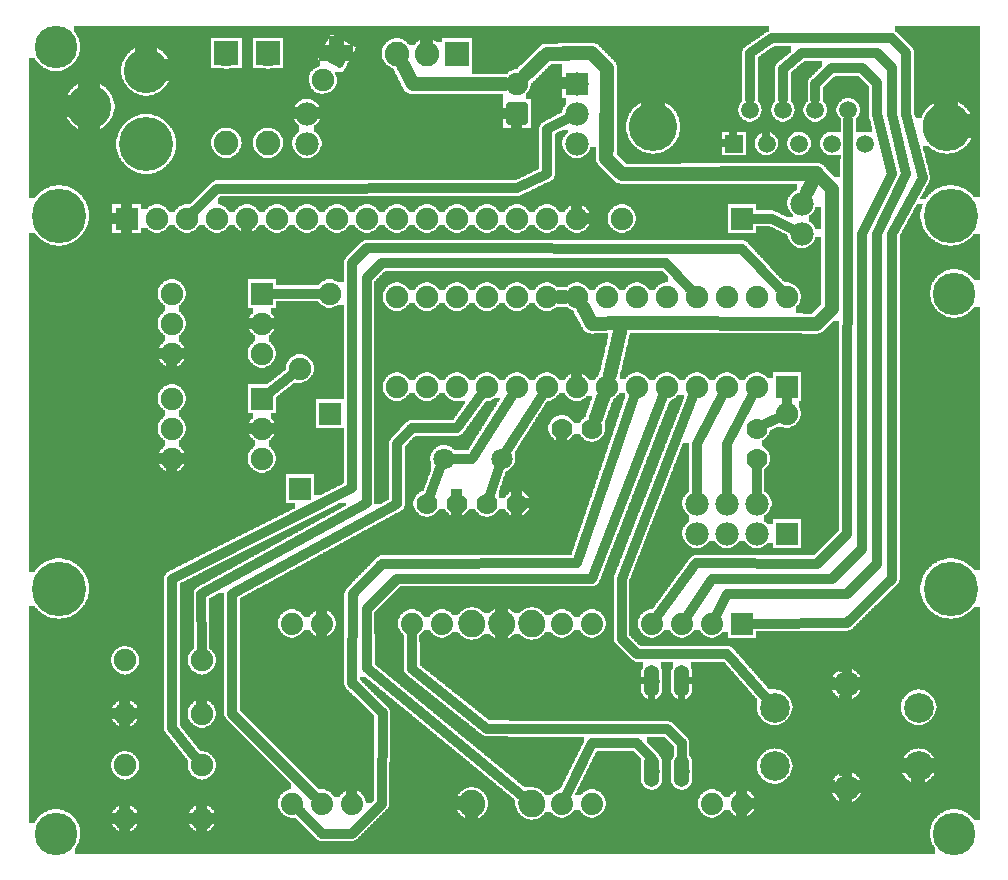
<source format=gbl>
G04 MADE WITH FRITZING*
G04 WWW.FRITZING.ORG*
G04 DOUBLE SIDED*
G04 HOLES PLATED*
G04 CONTOUR ON CENTER OF CONTOUR VECTOR*
%ASAXBY*%
%FSLAX23Y23*%
%MOIN*%
%OFA0B0*%
%SFA1.0B1.0*%
%ADD10C,0.075000*%
%ADD11C,0.180000*%
%ADD12C,0.148000*%
%ADD13C,0.070000*%
%ADD14C,0.088889*%
%ADD15C,0.052000*%
%ADD16C,0.099000*%
%ADD17C,0.085000*%
%ADD18C,0.082000*%
%ADD19C,0.074000*%
%ADD20C,0.078000*%
%ADD21C,0.141732*%
%ADD22C,0.181102*%
%ADD23C,0.070925*%
%ADD24C,0.070866*%
%ADD25C,0.059000*%
%ADD26C,0.160000*%
%ADD27R,0.082000X0.082000*%
%ADD28R,0.074000X0.074000*%
%ADD29R,0.075000X0.075000*%
%ADD30R,0.078000X0.078000*%
%ADD31R,0.059000X0.059000*%
%ADD32C,0.032000*%
%ADD33C,0.048000*%
%ADD34C,0.020000*%
%ADD35R,0.001000X0.001000*%
%LNCOPPER0*%
G90*
G70*
G54D10*
X3046Y2725D03*
X1272Y1711D03*
X1712Y1344D03*
X2030Y2731D03*
G54D11*
X432Y2408D03*
G54D12*
X432Y2653D03*
X242Y2533D03*
G54D13*
X1917Y1460D03*
X1817Y1460D03*
G54D14*
X1717Y810D03*
X1617Y810D03*
X1517Y810D03*
X1717Y210D03*
X1517Y210D03*
G54D15*
X2117Y317D03*
X2217Y317D03*
X2217Y617D03*
X2117Y617D03*
G54D16*
X3006Y334D03*
X2526Y334D03*
X3006Y530D03*
X2526Y530D03*
G54D17*
X2766Y608D03*
X2766Y263D03*
G54D18*
X1467Y2710D03*
X1367Y2710D03*
X1267Y2710D03*
G54D19*
X1817Y210D03*
X1917Y810D03*
X1417Y810D03*
X1917Y210D03*
X1317Y810D03*
X1817Y810D03*
X1017Y810D03*
X917Y810D03*
X1117Y210D03*
X1017Y210D03*
X917Y210D03*
X2417Y810D03*
X2317Y810D03*
X2217Y810D03*
X2117Y810D03*
X2317Y210D03*
X2417Y210D03*
G54D20*
X2617Y2210D03*
X2617Y2110D03*
G54D10*
X2417Y2160D03*
X2017Y2160D03*
X2567Y1110D03*
X2567Y1510D03*
G54D13*
X2467Y1360D03*
X2467Y1460D03*
G54D21*
X131Y110D03*
X130Y2732D03*
X3125Y1910D03*
X3124Y110D03*
G54D22*
X141Y926D03*
X141Y2170D03*
X3113Y926D03*
X3113Y2170D03*
G54D18*
X698Y2710D03*
X698Y2412D03*
X837Y2710D03*
X837Y2412D03*
G54D10*
X367Y2160D03*
X467Y2160D03*
X567Y2160D03*
X667Y2160D03*
X767Y2160D03*
X867Y2160D03*
X967Y2160D03*
X1067Y2160D03*
X1167Y2160D03*
X1267Y2160D03*
X1367Y2160D03*
X1467Y2160D03*
X1567Y2160D03*
X1667Y2160D03*
X1767Y2160D03*
X1867Y2160D03*
X1067Y2710D03*
X1020Y2622D03*
G54D20*
X1867Y2610D03*
X1867Y2510D03*
X1867Y2410D03*
G54D10*
X361Y337D03*
X617Y337D03*
X361Y160D03*
X617Y160D03*
X361Y687D03*
X617Y687D03*
X361Y510D03*
X617Y510D03*
X1667Y2510D03*
X1667Y2610D03*
X2567Y1599D03*
X2567Y1899D03*
X2467Y1599D03*
X2467Y1899D03*
X2367Y1599D03*
X2367Y1899D03*
X2267Y1599D03*
X2267Y1899D03*
X2167Y1599D03*
X2167Y1899D03*
X2067Y1599D03*
X2067Y1899D03*
X1967Y1599D03*
X1967Y1899D03*
X1867Y1599D03*
X1867Y1899D03*
X1767Y1599D03*
X1767Y1899D03*
X1667Y1599D03*
X1667Y1899D03*
X1567Y1599D03*
X1567Y1899D03*
X1467Y1599D03*
X1467Y1899D03*
X1367Y1599D03*
X1367Y1899D03*
X1267Y1599D03*
X1267Y1899D03*
X2567Y1599D03*
X2567Y1899D03*
X2467Y1599D03*
X2467Y1899D03*
X2367Y1599D03*
X2367Y1899D03*
X2267Y1599D03*
X2267Y1899D03*
X2167Y1599D03*
X2167Y1899D03*
X2067Y1599D03*
X2067Y1899D03*
X1967Y1599D03*
X1967Y1899D03*
X1867Y1599D03*
X1867Y1899D03*
X1767Y1599D03*
X1767Y1899D03*
X1667Y1599D03*
X1667Y1899D03*
X1567Y1599D03*
X1567Y1899D03*
X1467Y1599D03*
X1467Y1899D03*
X1367Y1599D03*
X1367Y1899D03*
X1267Y1599D03*
X1267Y1899D03*
G54D23*
X1424Y1360D03*
G54D24*
X1617Y1360D03*
G54D10*
X817Y1560D03*
X517Y1560D03*
X817Y1460D03*
X517Y1460D03*
X817Y1360D03*
X517Y1360D03*
X817Y1910D03*
X517Y1910D03*
X817Y1810D03*
X517Y1810D03*
X817Y1710D03*
X517Y1710D03*
X1043Y1510D03*
X1043Y1910D03*
G54D20*
X967Y2510D03*
X967Y2410D03*
G54D10*
X943Y1260D03*
X943Y1660D03*
G54D13*
X1367Y1210D03*
X1467Y1210D03*
X1567Y1210D03*
X1667Y1210D03*
G54D25*
X2390Y2410D03*
X2499Y2410D03*
X2608Y2410D03*
X2717Y2410D03*
X2826Y2410D03*
X2444Y2522D03*
X2554Y2522D03*
X2662Y2522D03*
X2772Y2522D03*
G54D26*
X3100Y2465D03*
X2121Y2465D03*
G54D20*
X2467Y1110D03*
X2367Y1110D03*
X2267Y1110D03*
X2467Y1110D03*
X2367Y1110D03*
X2267Y1110D03*
X2267Y1210D03*
X2367Y1210D03*
X2467Y1210D03*
G54D27*
X1467Y2710D03*
G54D28*
X2417Y810D03*
G54D29*
X2417Y2160D03*
X2567Y1110D03*
G54D27*
X698Y2711D03*
X837Y2711D03*
G54D29*
X366Y2160D03*
G54D30*
X1867Y2610D03*
G54D29*
X2567Y1599D03*
X2567Y1599D03*
X817Y1560D03*
X817Y1910D03*
X1043Y1510D03*
X943Y1260D03*
G54D31*
X2390Y2410D03*
G54D32*
X2216Y411D02*
X2168Y458D01*
D02*
X1317Y658D02*
X1317Y773D01*
D02*
X1567Y460D02*
X1317Y658D01*
D02*
X2168Y458D02*
X1567Y460D01*
D02*
X2216Y350D02*
X2216Y411D01*
G54D33*
D02*
X1953Y1561D02*
X1929Y1495D01*
D02*
X1467Y2608D02*
X1319Y2608D01*
D02*
X1627Y2610D02*
X1467Y2608D01*
D02*
X1319Y2608D02*
X1286Y2671D01*
G54D32*
D02*
X1917Y411D02*
X1833Y243D01*
D02*
X1268Y1209D02*
X717Y909D01*
D02*
X717Y909D02*
X717Y509D01*
D02*
X717Y509D02*
X991Y236D01*
D02*
X1547Y1571D02*
X1467Y1461D01*
D02*
X943Y184D02*
X1017Y110D01*
D02*
X1017Y110D02*
X1116Y110D01*
D02*
X1116Y110D02*
X1216Y210D01*
D02*
X1216Y210D02*
X1219Y512D01*
D02*
X1219Y512D02*
X1118Y611D01*
D02*
X1118Y611D02*
X1119Y908D01*
D02*
X1218Y1010D02*
X1867Y1011D01*
D02*
X1119Y908D02*
X1218Y1010D01*
D02*
X1867Y1011D02*
X2056Y1566D01*
D02*
X1167Y661D02*
X1167Y860D01*
D02*
X1268Y960D02*
X1917Y960D01*
D02*
X1167Y860D02*
X1268Y960D01*
D02*
X1917Y960D02*
X2154Y1567D01*
D02*
X2518Y2160D02*
X2451Y2160D01*
D02*
X2585Y2126D02*
X2518Y2160D01*
D02*
X668Y2260D02*
X591Y2184D01*
D02*
X1668Y2261D02*
X668Y2260D01*
D02*
X1768Y2309D02*
X1668Y2261D01*
D02*
X1768Y2458D02*
X1768Y2309D01*
D02*
X1835Y2493D02*
X1768Y2458D01*
D02*
X2567Y1565D02*
X2567Y1544D01*
D02*
X2536Y1495D02*
X2495Y1474D01*
G54D33*
D02*
X1976Y1637D02*
X2017Y1811D01*
D02*
X1806Y1899D02*
X1827Y1899D01*
G54D32*
D02*
X615Y908D02*
X1166Y1211D01*
D02*
X1216Y2011D02*
X2165Y2011D01*
D02*
X2165Y2011D02*
X2244Y1924D01*
D02*
X616Y721D02*
X615Y908D01*
D02*
X2418Y2060D02*
X2544Y1924D01*
D02*
X1166Y2061D02*
X2418Y2060D01*
D02*
X518Y960D02*
X1116Y1261D01*
D02*
X518Y461D02*
X518Y960D01*
D02*
X595Y364D02*
X518Y461D01*
G54D33*
D02*
X2716Y2259D02*
X2716Y1859D01*
D02*
X2716Y1859D02*
X2667Y1810D01*
D02*
X2667Y2309D02*
X2716Y2259D01*
D02*
X2016Y2309D02*
X2667Y2309D01*
D02*
X1965Y2360D02*
X2016Y2309D01*
D02*
X1967Y2410D02*
X1965Y2360D01*
D02*
X2017Y1811D02*
X1976Y1637D01*
D02*
X2667Y1810D02*
X2017Y1811D01*
D02*
X1966Y2659D02*
X1967Y2410D01*
D02*
X1867Y2711D02*
X1917Y2711D01*
D02*
X1695Y2638D02*
X1767Y2709D01*
G54D32*
D02*
X1577Y1240D02*
X1606Y1329D01*
D02*
X1378Y1240D02*
X1412Y1330D01*
D02*
X844Y1581D02*
X917Y1639D01*
D02*
X851Y1910D02*
X1008Y1910D01*
D02*
X1749Y1570D02*
X1634Y1387D01*
D02*
X1456Y1360D02*
X1517Y1360D01*
D02*
X1116Y1261D02*
X1116Y2011D01*
D02*
X1116Y2011D02*
X1166Y2061D01*
D02*
X1166Y1961D02*
X1216Y2011D01*
D02*
X1166Y1211D02*
X1166Y1961D01*
D02*
X2368Y908D02*
X2334Y842D01*
D02*
X2117Y360D02*
X2067Y411D01*
D02*
X2067Y411D02*
X1917Y411D01*
D02*
X2117Y350D02*
X2117Y360D01*
D02*
X2916Y2508D02*
X2965Y2309D01*
D02*
X2916Y2661D02*
X2916Y2508D01*
D02*
X2866Y2711D02*
X2916Y2661D01*
D02*
X2868Y1010D02*
X2766Y910D01*
D02*
X2866Y2110D02*
X2868Y1010D01*
D02*
X2444Y2557D02*
X2444Y2711D01*
D02*
X2918Y2110D02*
X2918Y960D01*
D02*
X2766Y1109D02*
X2667Y1010D01*
D02*
X2816Y2661D02*
X2866Y2611D01*
D02*
X2716Y2661D02*
X2816Y2661D01*
D02*
X2554Y2557D02*
X2554Y2659D01*
D02*
X2766Y910D02*
X2368Y908D01*
D02*
X2517Y2761D02*
X2916Y2761D01*
D02*
X2444Y2711D02*
X2517Y2761D01*
D02*
X2667Y1010D02*
X2265Y1011D01*
D02*
X2965Y2309D02*
X2866Y2110D01*
D02*
X2662Y2557D02*
X2662Y2610D01*
D02*
X2662Y2610D02*
X2716Y2661D01*
D02*
X2866Y2611D02*
X2866Y2508D01*
D02*
X2918Y960D02*
X2766Y811D01*
D02*
X2766Y811D02*
X2453Y810D01*
D02*
X2772Y2487D02*
X2766Y1109D01*
D02*
X2617Y2711D02*
X2866Y2711D01*
D02*
X2554Y2659D02*
X2617Y2711D01*
D02*
X2916Y2761D02*
X2965Y2711D01*
D02*
X2965Y2508D02*
X3019Y2295D01*
D02*
X2965Y2711D02*
X2965Y2508D01*
D02*
X2716Y960D02*
X2318Y958D01*
D02*
X2916Y2310D02*
X2816Y2110D01*
D02*
X2866Y2508D02*
X2916Y2310D01*
D02*
X2816Y2110D02*
X2816Y1059D01*
D02*
X2816Y1059D02*
X2716Y960D01*
D02*
X2318Y958D02*
X2237Y840D01*
D02*
X2265Y1011D02*
X2138Y839D01*
D02*
X3019Y2295D02*
X2918Y2110D01*
G54D33*
D02*
X1916Y1810D02*
X1886Y1864D01*
D02*
X2017Y1811D02*
X1916Y1810D01*
G54D32*
D02*
X2368Y709D02*
X2067Y709D01*
D02*
X2016Y760D02*
X2016Y960D01*
D02*
X2067Y709D02*
X2016Y760D01*
D02*
X2016Y960D02*
X2254Y1567D01*
D02*
X2498Y561D02*
X2368Y709D01*
D02*
X2267Y1246D02*
X2267Y1410D01*
D02*
X2267Y1410D02*
X2351Y1569D01*
D02*
X2367Y1410D02*
X2451Y1569D01*
D02*
X2367Y1246D02*
X2367Y1410D01*
D02*
X2467Y1328D02*
X2467Y1246D01*
D02*
X1682Y238D02*
X1167Y661D01*
G54D33*
D02*
X1767Y2709D02*
X1867Y2711D01*
D02*
X1917Y2711D02*
X1966Y2659D01*
D02*
X2016Y2309D02*
X1965Y2360D01*
D02*
X2667Y2311D02*
X2016Y2309D01*
D02*
X1965Y2360D02*
X1967Y2661D01*
D02*
X1967Y2661D02*
X1917Y2711D01*
D02*
X1917Y2711D02*
X1767Y2709D01*
D02*
X1767Y2709D02*
X1695Y2638D01*
D02*
X2635Y2247D02*
X2667Y2311D01*
G54D32*
D02*
X1268Y1410D02*
X1268Y1209D01*
D02*
X1467Y1461D02*
X1316Y1461D01*
D02*
X1316Y1461D02*
X1268Y1410D01*
D02*
X1517Y1360D02*
X1649Y1570D01*
G36*
X2928Y2803D02*
X2928Y2783D01*
X2930Y2783D01*
X2930Y2781D01*
X2934Y2781D01*
X2934Y2779D01*
X2936Y2779D01*
X2936Y2777D01*
X2938Y2777D01*
X2938Y2775D01*
X2940Y2775D01*
X2940Y2773D01*
X2942Y2773D01*
X2942Y2771D01*
X2944Y2771D01*
X2944Y2769D01*
X2946Y2769D01*
X2946Y2767D01*
X2948Y2767D01*
X2948Y2765D01*
X2950Y2765D01*
X2950Y2763D01*
X2952Y2763D01*
X2952Y2761D01*
X2954Y2761D01*
X2954Y2759D01*
X2956Y2759D01*
X2956Y2757D01*
X2958Y2757D01*
X2958Y2755D01*
X2960Y2755D01*
X2960Y2753D01*
X2962Y2753D01*
X2962Y2751D01*
X2964Y2751D01*
X2964Y2749D01*
X2966Y2749D01*
X2966Y2747D01*
X2968Y2747D01*
X2968Y2745D01*
X2970Y2745D01*
X2970Y2743D01*
X2972Y2743D01*
X2972Y2741D01*
X2974Y2741D01*
X2974Y2739D01*
X2976Y2739D01*
X2976Y2737D01*
X2978Y2737D01*
X2978Y2735D01*
X2980Y2735D01*
X2980Y2733D01*
X2982Y2733D01*
X2982Y2731D01*
X2984Y2731D01*
X2984Y2729D01*
X2986Y2729D01*
X2986Y2725D01*
X2988Y2725D01*
X2988Y2723D01*
X2990Y2723D01*
X2990Y2715D01*
X2992Y2715D01*
X2992Y2555D01*
X3116Y2555D01*
X3116Y2553D01*
X3124Y2553D01*
X3124Y2551D01*
X3130Y2551D01*
X3130Y2549D01*
X3136Y2549D01*
X3136Y2547D01*
X3140Y2547D01*
X3140Y2545D01*
X3144Y2545D01*
X3144Y2543D01*
X3146Y2543D01*
X3146Y2541D01*
X3150Y2541D01*
X3150Y2539D01*
X3152Y2539D01*
X3152Y2537D01*
X3156Y2537D01*
X3156Y2535D01*
X3158Y2535D01*
X3158Y2533D01*
X3160Y2533D01*
X3160Y2531D01*
X3162Y2531D01*
X3162Y2529D01*
X3164Y2529D01*
X3164Y2527D01*
X3166Y2527D01*
X3166Y2525D01*
X3168Y2525D01*
X3168Y2523D01*
X3170Y2523D01*
X3170Y2521D01*
X3172Y2521D01*
X3172Y2519D01*
X3174Y2519D01*
X3174Y2515D01*
X3176Y2515D01*
X3176Y2513D01*
X3178Y2513D01*
X3178Y2509D01*
X3180Y2509D01*
X3180Y2505D01*
X3182Y2505D01*
X3182Y2501D01*
X3184Y2501D01*
X3184Y2495D01*
X3186Y2495D01*
X3186Y2489D01*
X3188Y2489D01*
X3188Y2477D01*
X3190Y2477D01*
X3190Y2455D01*
X3188Y2455D01*
X3188Y2443D01*
X3186Y2443D01*
X3186Y2437D01*
X3184Y2437D01*
X3184Y2431D01*
X3182Y2431D01*
X3182Y2425D01*
X3180Y2425D01*
X3180Y2423D01*
X3178Y2423D01*
X3178Y2419D01*
X3176Y2419D01*
X3176Y2415D01*
X3174Y2415D01*
X3174Y2413D01*
X3172Y2413D01*
X3172Y2411D01*
X3170Y2411D01*
X3170Y2407D01*
X3168Y2407D01*
X3168Y2405D01*
X3166Y2405D01*
X3166Y2403D01*
X3164Y2403D01*
X3164Y2401D01*
X3162Y2401D01*
X3162Y2399D01*
X3158Y2399D01*
X3158Y2397D01*
X3156Y2397D01*
X3156Y2395D01*
X3154Y2395D01*
X3154Y2393D01*
X3150Y2393D01*
X3150Y2391D01*
X3148Y2391D01*
X3148Y2389D01*
X3144Y2389D01*
X3144Y2387D01*
X3140Y2387D01*
X3140Y2385D01*
X3136Y2385D01*
X3136Y2383D01*
X3132Y2383D01*
X3132Y2381D01*
X3126Y2381D01*
X3126Y2379D01*
X3120Y2379D01*
X3120Y2377D01*
X3106Y2377D01*
X3106Y2375D01*
X3210Y2375D01*
X3210Y2803D01*
X2928Y2803D01*
G37*
D02*
G36*
X2992Y2555D02*
X2992Y2505D01*
X2994Y2505D01*
X2994Y2497D01*
X2996Y2497D01*
X2996Y2495D01*
X3016Y2495D01*
X3016Y2501D01*
X3018Y2501D01*
X3018Y2505D01*
X3020Y2505D01*
X3020Y2509D01*
X3022Y2509D01*
X3022Y2513D01*
X3024Y2513D01*
X3024Y2515D01*
X3026Y2515D01*
X3026Y2519D01*
X3028Y2519D01*
X3028Y2521D01*
X3030Y2521D01*
X3030Y2523D01*
X3032Y2523D01*
X3032Y2525D01*
X3034Y2525D01*
X3034Y2527D01*
X3036Y2527D01*
X3036Y2529D01*
X3038Y2529D01*
X3038Y2531D01*
X3040Y2531D01*
X3040Y2533D01*
X3042Y2533D01*
X3042Y2535D01*
X3044Y2535D01*
X3044Y2537D01*
X3048Y2537D01*
X3048Y2539D01*
X3050Y2539D01*
X3050Y2541D01*
X3054Y2541D01*
X3054Y2543D01*
X3058Y2543D01*
X3058Y2545D01*
X3060Y2545D01*
X3060Y2547D01*
X3066Y2547D01*
X3066Y2549D01*
X3070Y2549D01*
X3070Y2551D01*
X3076Y2551D01*
X3076Y2553D01*
X3084Y2553D01*
X3084Y2555D01*
X2992Y2555D01*
G37*
D02*
G36*
X3018Y2403D02*
X3018Y2401D01*
X3020Y2401D01*
X3020Y2393D01*
X3022Y2393D01*
X3022Y2385D01*
X3024Y2385D01*
X3024Y2377D01*
X3026Y2377D01*
X3026Y2375D01*
X3094Y2375D01*
X3094Y2377D01*
X3082Y2377D01*
X3082Y2379D01*
X3074Y2379D01*
X3074Y2381D01*
X3068Y2381D01*
X3068Y2383D01*
X3064Y2383D01*
X3064Y2385D01*
X3060Y2385D01*
X3060Y2387D01*
X3056Y2387D01*
X3056Y2389D01*
X3052Y2389D01*
X3052Y2391D01*
X3050Y2391D01*
X3050Y2393D01*
X3046Y2393D01*
X3046Y2395D01*
X3044Y2395D01*
X3044Y2397D01*
X3042Y2397D01*
X3042Y2399D01*
X3040Y2399D01*
X3040Y2401D01*
X3038Y2401D01*
X3038Y2403D01*
X3018Y2403D01*
G37*
D02*
G36*
X3026Y2375D02*
X3026Y2373D01*
X3210Y2373D01*
X3210Y2375D01*
X3026Y2375D01*
G37*
D02*
G36*
X3026Y2375D02*
X3026Y2373D01*
X3210Y2373D01*
X3210Y2375D01*
X3026Y2375D01*
G37*
D02*
G36*
X3026Y2373D02*
X3026Y2369D01*
X3028Y2369D01*
X3028Y2361D01*
X3030Y2361D01*
X3030Y2353D01*
X3032Y2353D01*
X3032Y2345D01*
X3034Y2345D01*
X3034Y2337D01*
X3036Y2337D01*
X3036Y2329D01*
X3038Y2329D01*
X3038Y2321D01*
X3040Y2321D01*
X3040Y2313D01*
X3042Y2313D01*
X3042Y2305D01*
X3044Y2305D01*
X3044Y2287D01*
X3042Y2287D01*
X3042Y2281D01*
X3040Y2281D01*
X3040Y2279D01*
X3038Y2279D01*
X3038Y2275D01*
X3036Y2275D01*
X3036Y2271D01*
X3124Y2271D01*
X3124Y2269D01*
X3134Y2269D01*
X3134Y2267D01*
X3142Y2267D01*
X3142Y2265D01*
X3148Y2265D01*
X3148Y2263D01*
X3152Y2263D01*
X3152Y2261D01*
X3156Y2261D01*
X3156Y2259D01*
X3160Y2259D01*
X3160Y2257D01*
X3164Y2257D01*
X3164Y2255D01*
X3166Y2255D01*
X3166Y2253D01*
X3170Y2253D01*
X3170Y2251D01*
X3172Y2251D01*
X3172Y2249D01*
X3174Y2249D01*
X3174Y2247D01*
X3178Y2247D01*
X3178Y2245D01*
X3180Y2245D01*
X3180Y2243D01*
X3182Y2243D01*
X3182Y2241D01*
X3184Y2241D01*
X3184Y2239D01*
X3186Y2239D01*
X3186Y2237D01*
X3188Y2237D01*
X3188Y2233D01*
X3190Y2233D01*
X3190Y2231D01*
X3210Y2231D01*
X3210Y2373D01*
X3026Y2373D01*
G37*
D02*
G36*
X3034Y2271D02*
X3034Y2267D01*
X3032Y2267D01*
X3032Y2263D01*
X3030Y2263D01*
X3030Y2261D01*
X3028Y2261D01*
X3028Y2257D01*
X3026Y2257D01*
X3026Y2253D01*
X3024Y2253D01*
X3024Y2249D01*
X3022Y2249D01*
X3022Y2245D01*
X3020Y2245D01*
X3020Y2241D01*
X3018Y2241D01*
X3018Y2239D01*
X3016Y2239D01*
X3016Y2235D01*
X3014Y2235D01*
X3014Y2231D01*
X3012Y2231D01*
X3012Y2227D01*
X3010Y2227D01*
X3010Y2225D01*
X3030Y2225D01*
X3030Y2227D01*
X3032Y2227D01*
X3032Y2231D01*
X3034Y2231D01*
X3034Y2233D01*
X3036Y2233D01*
X3036Y2235D01*
X3038Y2235D01*
X3038Y2237D01*
X3040Y2237D01*
X3040Y2239D01*
X3042Y2239D01*
X3042Y2241D01*
X3044Y2241D01*
X3044Y2243D01*
X3046Y2243D01*
X3046Y2245D01*
X3048Y2245D01*
X3048Y2247D01*
X3050Y2247D01*
X3050Y2249D01*
X3054Y2249D01*
X3054Y2251D01*
X3056Y2251D01*
X3056Y2253D01*
X3058Y2253D01*
X3058Y2255D01*
X3062Y2255D01*
X3062Y2257D01*
X3066Y2257D01*
X3066Y2259D01*
X3068Y2259D01*
X3068Y2261D01*
X3074Y2261D01*
X3074Y2263D01*
X3078Y2263D01*
X3078Y2265D01*
X3084Y2265D01*
X3084Y2267D01*
X3090Y2267D01*
X3090Y2269D01*
X3102Y2269D01*
X3102Y2271D01*
X3034Y2271D01*
G37*
D02*
G36*
X2662Y2197D02*
X2662Y2191D01*
X2660Y2191D01*
X2660Y2187D01*
X2658Y2187D01*
X2658Y2185D01*
X2656Y2185D01*
X2656Y2181D01*
X2654Y2181D01*
X2654Y2179D01*
X2652Y2179D01*
X2652Y2177D01*
X2650Y2177D01*
X2650Y2175D01*
X2648Y2175D01*
X2648Y2173D01*
X2646Y2173D01*
X2646Y2171D01*
X2642Y2171D01*
X2642Y2149D01*
X2646Y2149D01*
X2646Y2147D01*
X2648Y2147D01*
X2648Y2145D01*
X2650Y2145D01*
X2650Y2143D01*
X2652Y2143D01*
X2652Y2141D01*
X2654Y2141D01*
X2654Y2139D01*
X2656Y2139D01*
X2656Y2135D01*
X2658Y2135D01*
X2658Y2133D01*
X2660Y2133D01*
X2660Y2129D01*
X2662Y2129D01*
X2662Y2125D01*
X2682Y2125D01*
X2682Y2197D01*
X2662Y2197D01*
G37*
D02*
G36*
X1226Y1985D02*
X1226Y1983D01*
X1224Y1983D01*
X1224Y1981D01*
X1222Y1981D01*
X1222Y1979D01*
X1220Y1979D01*
X1220Y1977D01*
X1218Y1977D01*
X1218Y1975D01*
X1216Y1975D01*
X1216Y1973D01*
X1214Y1973D01*
X1214Y1971D01*
X1212Y1971D01*
X1212Y1969D01*
X1210Y1969D01*
X1210Y1967D01*
X1208Y1967D01*
X1208Y1965D01*
X1206Y1965D01*
X1206Y1963D01*
X1204Y1963D01*
X1204Y1961D01*
X1202Y1961D01*
X1202Y1959D01*
X1200Y1959D01*
X1200Y1957D01*
X1198Y1957D01*
X1198Y1955D01*
X1196Y1955D01*
X1196Y1953D01*
X1194Y1953D01*
X1194Y1951D01*
X1192Y1951D01*
X1192Y1947D01*
X2074Y1947D01*
X2074Y1945D01*
X2080Y1945D01*
X2080Y1943D01*
X2084Y1943D01*
X2084Y1941D01*
X2088Y1941D01*
X2088Y1939D01*
X2092Y1939D01*
X2092Y1937D01*
X2094Y1937D01*
X2094Y1935D01*
X2096Y1935D01*
X2096Y1933D01*
X2098Y1933D01*
X2098Y1931D01*
X2100Y1931D01*
X2100Y1929D01*
X2102Y1929D01*
X2102Y1927D01*
X2104Y1927D01*
X2104Y1925D01*
X2106Y1925D01*
X2106Y1921D01*
X2126Y1921D01*
X2126Y1923D01*
X2128Y1923D01*
X2128Y1925D01*
X2130Y1925D01*
X2130Y1929D01*
X2132Y1929D01*
X2132Y1931D01*
X2134Y1931D01*
X2134Y1933D01*
X2136Y1933D01*
X2136Y1935D01*
X2138Y1935D01*
X2138Y1937D01*
X2142Y1937D01*
X2142Y1939D01*
X2144Y1939D01*
X2144Y1941D01*
X2148Y1941D01*
X2148Y1943D01*
X2152Y1943D01*
X2152Y1945D01*
X2160Y1945D01*
X2160Y1947D01*
X2170Y1947D01*
X2170Y1969D01*
X2168Y1969D01*
X2168Y1971D01*
X2166Y1971D01*
X2166Y1973D01*
X2164Y1973D01*
X2164Y1975D01*
X2162Y1975D01*
X2162Y1977D01*
X2160Y1977D01*
X2160Y1979D01*
X2158Y1979D01*
X2158Y1981D01*
X2156Y1981D01*
X2156Y1983D01*
X2154Y1983D01*
X2154Y1985D01*
X1226Y1985D01*
G37*
D02*
G36*
X1192Y1947D02*
X1192Y1851D01*
X1262Y1851D01*
X1262Y1853D01*
X1254Y1853D01*
X1254Y1855D01*
X1248Y1855D01*
X1248Y1857D01*
X1246Y1857D01*
X1246Y1859D01*
X1242Y1859D01*
X1242Y1861D01*
X1240Y1861D01*
X1240Y1863D01*
X1236Y1863D01*
X1236Y1865D01*
X1234Y1865D01*
X1234Y1867D01*
X1232Y1867D01*
X1232Y1869D01*
X1230Y1869D01*
X1230Y1873D01*
X1228Y1873D01*
X1228Y1875D01*
X1226Y1875D01*
X1226Y1879D01*
X1224Y1879D01*
X1224Y1883D01*
X1222Y1883D01*
X1222Y1887D01*
X1220Y1887D01*
X1220Y1911D01*
X1222Y1911D01*
X1222Y1915D01*
X1224Y1915D01*
X1224Y1919D01*
X1226Y1919D01*
X1226Y1923D01*
X1228Y1923D01*
X1228Y1925D01*
X1230Y1925D01*
X1230Y1929D01*
X1232Y1929D01*
X1232Y1931D01*
X1234Y1931D01*
X1234Y1933D01*
X1236Y1933D01*
X1236Y1935D01*
X1238Y1935D01*
X1238Y1937D01*
X1242Y1937D01*
X1242Y1939D01*
X1244Y1939D01*
X1244Y1941D01*
X1248Y1941D01*
X1248Y1943D01*
X1252Y1943D01*
X1252Y1945D01*
X1260Y1945D01*
X1260Y1947D01*
X1192Y1947D01*
G37*
D02*
G36*
X1274Y1947D02*
X1274Y1945D01*
X1280Y1945D01*
X1280Y1943D01*
X1284Y1943D01*
X1284Y1941D01*
X1288Y1941D01*
X1288Y1939D01*
X1292Y1939D01*
X1292Y1937D01*
X1294Y1937D01*
X1294Y1935D01*
X1296Y1935D01*
X1296Y1933D01*
X1298Y1933D01*
X1298Y1931D01*
X1300Y1931D01*
X1300Y1929D01*
X1302Y1929D01*
X1302Y1927D01*
X1304Y1927D01*
X1304Y1925D01*
X1306Y1925D01*
X1306Y1921D01*
X1326Y1921D01*
X1326Y1923D01*
X1328Y1923D01*
X1328Y1925D01*
X1330Y1925D01*
X1330Y1929D01*
X1332Y1929D01*
X1332Y1931D01*
X1334Y1931D01*
X1334Y1933D01*
X1336Y1933D01*
X1336Y1935D01*
X1338Y1935D01*
X1338Y1937D01*
X1342Y1937D01*
X1342Y1939D01*
X1344Y1939D01*
X1344Y1941D01*
X1348Y1941D01*
X1348Y1943D01*
X1352Y1943D01*
X1352Y1945D01*
X1360Y1945D01*
X1360Y1947D01*
X1274Y1947D01*
G37*
D02*
G36*
X1374Y1947D02*
X1374Y1945D01*
X1380Y1945D01*
X1380Y1943D01*
X1384Y1943D01*
X1384Y1941D01*
X1388Y1941D01*
X1388Y1939D01*
X1392Y1939D01*
X1392Y1937D01*
X1394Y1937D01*
X1394Y1935D01*
X1396Y1935D01*
X1396Y1933D01*
X1398Y1933D01*
X1398Y1931D01*
X1400Y1931D01*
X1400Y1929D01*
X1402Y1929D01*
X1402Y1927D01*
X1404Y1927D01*
X1404Y1925D01*
X1406Y1925D01*
X1406Y1921D01*
X1426Y1921D01*
X1426Y1923D01*
X1428Y1923D01*
X1428Y1925D01*
X1430Y1925D01*
X1430Y1929D01*
X1432Y1929D01*
X1432Y1931D01*
X1434Y1931D01*
X1434Y1933D01*
X1436Y1933D01*
X1436Y1935D01*
X1438Y1935D01*
X1438Y1937D01*
X1442Y1937D01*
X1442Y1939D01*
X1444Y1939D01*
X1444Y1941D01*
X1448Y1941D01*
X1448Y1943D01*
X1452Y1943D01*
X1452Y1945D01*
X1460Y1945D01*
X1460Y1947D01*
X1374Y1947D01*
G37*
D02*
G36*
X1474Y1947D02*
X1474Y1945D01*
X1480Y1945D01*
X1480Y1943D01*
X1484Y1943D01*
X1484Y1941D01*
X1488Y1941D01*
X1488Y1939D01*
X1492Y1939D01*
X1492Y1937D01*
X1494Y1937D01*
X1494Y1935D01*
X1496Y1935D01*
X1496Y1933D01*
X1498Y1933D01*
X1498Y1931D01*
X1500Y1931D01*
X1500Y1929D01*
X1502Y1929D01*
X1502Y1927D01*
X1504Y1927D01*
X1504Y1925D01*
X1506Y1925D01*
X1506Y1921D01*
X1526Y1921D01*
X1526Y1923D01*
X1528Y1923D01*
X1528Y1925D01*
X1530Y1925D01*
X1530Y1929D01*
X1532Y1929D01*
X1532Y1931D01*
X1534Y1931D01*
X1534Y1933D01*
X1536Y1933D01*
X1536Y1935D01*
X1538Y1935D01*
X1538Y1937D01*
X1542Y1937D01*
X1542Y1939D01*
X1544Y1939D01*
X1544Y1941D01*
X1548Y1941D01*
X1548Y1943D01*
X1552Y1943D01*
X1552Y1945D01*
X1560Y1945D01*
X1560Y1947D01*
X1474Y1947D01*
G37*
D02*
G36*
X1574Y1947D02*
X1574Y1945D01*
X1580Y1945D01*
X1580Y1943D01*
X1584Y1943D01*
X1584Y1941D01*
X1588Y1941D01*
X1588Y1939D01*
X1592Y1939D01*
X1592Y1937D01*
X1594Y1937D01*
X1594Y1935D01*
X1596Y1935D01*
X1596Y1933D01*
X1598Y1933D01*
X1598Y1931D01*
X1600Y1931D01*
X1600Y1929D01*
X1602Y1929D01*
X1602Y1927D01*
X1604Y1927D01*
X1604Y1925D01*
X1606Y1925D01*
X1606Y1921D01*
X1626Y1921D01*
X1626Y1923D01*
X1628Y1923D01*
X1628Y1925D01*
X1630Y1925D01*
X1630Y1929D01*
X1632Y1929D01*
X1632Y1931D01*
X1634Y1931D01*
X1634Y1933D01*
X1636Y1933D01*
X1636Y1935D01*
X1638Y1935D01*
X1638Y1937D01*
X1642Y1937D01*
X1642Y1939D01*
X1644Y1939D01*
X1644Y1941D01*
X1648Y1941D01*
X1648Y1943D01*
X1652Y1943D01*
X1652Y1945D01*
X1660Y1945D01*
X1660Y1947D01*
X1574Y1947D01*
G37*
D02*
G36*
X1674Y1947D02*
X1674Y1945D01*
X1680Y1945D01*
X1680Y1943D01*
X1684Y1943D01*
X1684Y1941D01*
X1688Y1941D01*
X1688Y1939D01*
X1692Y1939D01*
X1692Y1937D01*
X1694Y1937D01*
X1694Y1935D01*
X1696Y1935D01*
X1696Y1933D01*
X1698Y1933D01*
X1698Y1931D01*
X1700Y1931D01*
X1700Y1929D01*
X1702Y1929D01*
X1702Y1927D01*
X1704Y1927D01*
X1704Y1925D01*
X1706Y1925D01*
X1706Y1921D01*
X1726Y1921D01*
X1726Y1923D01*
X1728Y1923D01*
X1728Y1925D01*
X1730Y1925D01*
X1730Y1929D01*
X1732Y1929D01*
X1732Y1931D01*
X1734Y1931D01*
X1734Y1933D01*
X1736Y1933D01*
X1736Y1935D01*
X1738Y1935D01*
X1738Y1937D01*
X1742Y1937D01*
X1742Y1939D01*
X1744Y1939D01*
X1744Y1941D01*
X1748Y1941D01*
X1748Y1943D01*
X1752Y1943D01*
X1752Y1945D01*
X1760Y1945D01*
X1760Y1947D01*
X1674Y1947D01*
G37*
D02*
G36*
X1774Y1947D02*
X1774Y1945D01*
X1780Y1945D01*
X1780Y1943D01*
X1784Y1943D01*
X1784Y1941D01*
X1788Y1941D01*
X1788Y1939D01*
X1792Y1939D01*
X1792Y1937D01*
X1794Y1937D01*
X1794Y1935D01*
X1796Y1935D01*
X1796Y1933D01*
X1836Y1933D01*
X1836Y1935D01*
X1838Y1935D01*
X1838Y1937D01*
X1842Y1937D01*
X1842Y1939D01*
X1844Y1939D01*
X1844Y1941D01*
X1848Y1941D01*
X1848Y1943D01*
X1852Y1943D01*
X1852Y1945D01*
X1860Y1945D01*
X1860Y1947D01*
X1774Y1947D01*
G37*
D02*
G36*
X1874Y1947D02*
X1874Y1945D01*
X1880Y1945D01*
X1880Y1943D01*
X1884Y1943D01*
X1884Y1941D01*
X1888Y1941D01*
X1888Y1939D01*
X1892Y1939D01*
X1892Y1937D01*
X1894Y1937D01*
X1894Y1935D01*
X1896Y1935D01*
X1896Y1933D01*
X1898Y1933D01*
X1898Y1931D01*
X1900Y1931D01*
X1900Y1929D01*
X1902Y1929D01*
X1902Y1927D01*
X1904Y1927D01*
X1904Y1925D01*
X1906Y1925D01*
X1906Y1921D01*
X1926Y1921D01*
X1926Y1923D01*
X1928Y1923D01*
X1928Y1925D01*
X1930Y1925D01*
X1930Y1929D01*
X1932Y1929D01*
X1932Y1931D01*
X1934Y1931D01*
X1934Y1933D01*
X1936Y1933D01*
X1936Y1935D01*
X1938Y1935D01*
X1938Y1937D01*
X1942Y1937D01*
X1942Y1939D01*
X1944Y1939D01*
X1944Y1941D01*
X1948Y1941D01*
X1948Y1943D01*
X1952Y1943D01*
X1952Y1945D01*
X1960Y1945D01*
X1960Y1947D01*
X1874Y1947D01*
G37*
D02*
G36*
X1974Y1947D02*
X1974Y1945D01*
X1980Y1945D01*
X1980Y1943D01*
X1984Y1943D01*
X1984Y1941D01*
X1988Y1941D01*
X1988Y1939D01*
X1992Y1939D01*
X1992Y1937D01*
X1994Y1937D01*
X1994Y1935D01*
X1996Y1935D01*
X1996Y1933D01*
X1998Y1933D01*
X1998Y1931D01*
X2000Y1931D01*
X2000Y1929D01*
X2002Y1929D01*
X2002Y1927D01*
X2004Y1927D01*
X2004Y1925D01*
X2006Y1925D01*
X2006Y1921D01*
X2026Y1921D01*
X2026Y1923D01*
X2028Y1923D01*
X2028Y1925D01*
X2030Y1925D01*
X2030Y1929D01*
X2032Y1929D01*
X2032Y1931D01*
X2034Y1931D01*
X2034Y1933D01*
X2036Y1933D01*
X2036Y1935D01*
X2038Y1935D01*
X2038Y1937D01*
X2042Y1937D01*
X2042Y1939D01*
X2044Y1939D01*
X2044Y1941D01*
X2048Y1941D01*
X2048Y1943D01*
X2052Y1943D01*
X2052Y1945D01*
X2060Y1945D01*
X2060Y1947D01*
X1974Y1947D01*
G37*
D02*
G36*
X1306Y1877D02*
X1306Y1873D01*
X1304Y1873D01*
X1304Y1871D01*
X1302Y1871D01*
X1302Y1869D01*
X1300Y1869D01*
X1300Y1867D01*
X1298Y1867D01*
X1298Y1865D01*
X1296Y1865D01*
X1296Y1863D01*
X1294Y1863D01*
X1294Y1861D01*
X1292Y1861D01*
X1292Y1859D01*
X1288Y1859D01*
X1288Y1857D01*
X1284Y1857D01*
X1284Y1855D01*
X1280Y1855D01*
X1280Y1853D01*
X1272Y1853D01*
X1272Y1851D01*
X1362Y1851D01*
X1362Y1853D01*
X1354Y1853D01*
X1354Y1855D01*
X1348Y1855D01*
X1348Y1857D01*
X1346Y1857D01*
X1346Y1859D01*
X1342Y1859D01*
X1342Y1861D01*
X1340Y1861D01*
X1340Y1863D01*
X1336Y1863D01*
X1336Y1865D01*
X1334Y1865D01*
X1334Y1867D01*
X1332Y1867D01*
X1332Y1869D01*
X1330Y1869D01*
X1330Y1873D01*
X1328Y1873D01*
X1328Y1875D01*
X1326Y1875D01*
X1326Y1877D01*
X1306Y1877D01*
G37*
D02*
G36*
X1406Y1877D02*
X1406Y1873D01*
X1404Y1873D01*
X1404Y1871D01*
X1402Y1871D01*
X1402Y1869D01*
X1400Y1869D01*
X1400Y1867D01*
X1398Y1867D01*
X1398Y1865D01*
X1396Y1865D01*
X1396Y1863D01*
X1394Y1863D01*
X1394Y1861D01*
X1392Y1861D01*
X1392Y1859D01*
X1388Y1859D01*
X1388Y1857D01*
X1384Y1857D01*
X1384Y1855D01*
X1380Y1855D01*
X1380Y1853D01*
X1372Y1853D01*
X1372Y1851D01*
X1462Y1851D01*
X1462Y1853D01*
X1454Y1853D01*
X1454Y1855D01*
X1448Y1855D01*
X1448Y1857D01*
X1446Y1857D01*
X1446Y1859D01*
X1442Y1859D01*
X1442Y1861D01*
X1440Y1861D01*
X1440Y1863D01*
X1436Y1863D01*
X1436Y1865D01*
X1434Y1865D01*
X1434Y1867D01*
X1432Y1867D01*
X1432Y1869D01*
X1430Y1869D01*
X1430Y1873D01*
X1428Y1873D01*
X1428Y1875D01*
X1426Y1875D01*
X1426Y1877D01*
X1406Y1877D01*
G37*
D02*
G36*
X1506Y1877D02*
X1506Y1873D01*
X1504Y1873D01*
X1504Y1871D01*
X1502Y1871D01*
X1502Y1869D01*
X1500Y1869D01*
X1500Y1867D01*
X1498Y1867D01*
X1498Y1865D01*
X1496Y1865D01*
X1496Y1863D01*
X1494Y1863D01*
X1494Y1861D01*
X1492Y1861D01*
X1492Y1859D01*
X1488Y1859D01*
X1488Y1857D01*
X1484Y1857D01*
X1484Y1855D01*
X1480Y1855D01*
X1480Y1853D01*
X1472Y1853D01*
X1472Y1851D01*
X1562Y1851D01*
X1562Y1853D01*
X1554Y1853D01*
X1554Y1855D01*
X1548Y1855D01*
X1548Y1857D01*
X1546Y1857D01*
X1546Y1859D01*
X1542Y1859D01*
X1542Y1861D01*
X1540Y1861D01*
X1540Y1863D01*
X1536Y1863D01*
X1536Y1865D01*
X1534Y1865D01*
X1534Y1867D01*
X1532Y1867D01*
X1532Y1869D01*
X1530Y1869D01*
X1530Y1873D01*
X1528Y1873D01*
X1528Y1875D01*
X1526Y1875D01*
X1526Y1877D01*
X1506Y1877D01*
G37*
D02*
G36*
X1606Y1877D02*
X1606Y1873D01*
X1604Y1873D01*
X1604Y1871D01*
X1602Y1871D01*
X1602Y1869D01*
X1600Y1869D01*
X1600Y1867D01*
X1598Y1867D01*
X1598Y1865D01*
X1596Y1865D01*
X1596Y1863D01*
X1594Y1863D01*
X1594Y1861D01*
X1592Y1861D01*
X1592Y1859D01*
X1588Y1859D01*
X1588Y1857D01*
X1584Y1857D01*
X1584Y1855D01*
X1580Y1855D01*
X1580Y1853D01*
X1572Y1853D01*
X1572Y1851D01*
X1662Y1851D01*
X1662Y1853D01*
X1654Y1853D01*
X1654Y1855D01*
X1648Y1855D01*
X1648Y1857D01*
X1646Y1857D01*
X1646Y1859D01*
X1642Y1859D01*
X1642Y1861D01*
X1640Y1861D01*
X1640Y1863D01*
X1636Y1863D01*
X1636Y1865D01*
X1634Y1865D01*
X1634Y1867D01*
X1632Y1867D01*
X1632Y1869D01*
X1630Y1869D01*
X1630Y1873D01*
X1628Y1873D01*
X1628Y1875D01*
X1626Y1875D01*
X1626Y1877D01*
X1606Y1877D01*
G37*
D02*
G36*
X1706Y1877D02*
X1706Y1873D01*
X1704Y1873D01*
X1704Y1871D01*
X1702Y1871D01*
X1702Y1869D01*
X1700Y1869D01*
X1700Y1867D01*
X1698Y1867D01*
X1698Y1865D01*
X1696Y1865D01*
X1696Y1863D01*
X1694Y1863D01*
X1694Y1861D01*
X1692Y1861D01*
X1692Y1859D01*
X1688Y1859D01*
X1688Y1857D01*
X1684Y1857D01*
X1684Y1855D01*
X1680Y1855D01*
X1680Y1853D01*
X1672Y1853D01*
X1672Y1851D01*
X1762Y1851D01*
X1762Y1853D01*
X1754Y1853D01*
X1754Y1855D01*
X1748Y1855D01*
X1748Y1857D01*
X1746Y1857D01*
X1746Y1859D01*
X1742Y1859D01*
X1742Y1861D01*
X1740Y1861D01*
X1740Y1863D01*
X1736Y1863D01*
X1736Y1865D01*
X1734Y1865D01*
X1734Y1867D01*
X1732Y1867D01*
X1732Y1869D01*
X1730Y1869D01*
X1730Y1873D01*
X1728Y1873D01*
X1728Y1875D01*
X1726Y1875D01*
X1726Y1877D01*
X1706Y1877D01*
G37*
D02*
G36*
X1796Y1865D02*
X1796Y1863D01*
X1794Y1863D01*
X1794Y1861D01*
X1792Y1861D01*
X1792Y1859D01*
X1788Y1859D01*
X1788Y1857D01*
X1784Y1857D01*
X1784Y1855D01*
X1780Y1855D01*
X1780Y1853D01*
X1772Y1853D01*
X1772Y1851D01*
X1854Y1851D01*
X1854Y1855D01*
X1848Y1855D01*
X1848Y1857D01*
X1846Y1857D01*
X1846Y1859D01*
X1842Y1859D01*
X1842Y1861D01*
X1840Y1861D01*
X1840Y1863D01*
X1836Y1863D01*
X1836Y1865D01*
X1796Y1865D01*
G37*
D02*
G36*
X1192Y1851D02*
X1192Y1849D01*
X1856Y1849D01*
X1856Y1851D01*
X1192Y1851D01*
G37*
D02*
G36*
X1192Y1851D02*
X1192Y1849D01*
X1856Y1849D01*
X1856Y1851D01*
X1192Y1851D01*
G37*
D02*
G36*
X1192Y1851D02*
X1192Y1849D01*
X1856Y1849D01*
X1856Y1851D01*
X1192Y1851D01*
G37*
D02*
G36*
X1192Y1851D02*
X1192Y1849D01*
X1856Y1849D01*
X1856Y1851D01*
X1192Y1851D01*
G37*
D02*
G36*
X1192Y1851D02*
X1192Y1849D01*
X1856Y1849D01*
X1856Y1851D01*
X1192Y1851D01*
G37*
D02*
G36*
X1192Y1851D02*
X1192Y1849D01*
X1856Y1849D01*
X1856Y1851D01*
X1192Y1851D01*
G37*
D02*
G36*
X1192Y1851D02*
X1192Y1849D01*
X1856Y1849D01*
X1856Y1851D01*
X1192Y1851D01*
G37*
D02*
G36*
X1192Y1849D02*
X1192Y1775D01*
X1914Y1775D01*
X1914Y1777D01*
X1904Y1777D01*
X1904Y1779D01*
X1900Y1779D01*
X1900Y1781D01*
X1896Y1781D01*
X1896Y1783D01*
X1894Y1783D01*
X1894Y1785D01*
X1892Y1785D01*
X1892Y1787D01*
X1890Y1787D01*
X1890Y1789D01*
X1888Y1789D01*
X1888Y1793D01*
X1886Y1793D01*
X1886Y1797D01*
X1884Y1797D01*
X1884Y1799D01*
X1882Y1799D01*
X1882Y1803D01*
X1880Y1803D01*
X1880Y1807D01*
X1878Y1807D01*
X1878Y1811D01*
X1876Y1811D01*
X1876Y1815D01*
X1874Y1815D01*
X1874Y1817D01*
X1872Y1817D01*
X1872Y1821D01*
X1870Y1821D01*
X1870Y1825D01*
X1868Y1825D01*
X1868Y1829D01*
X1866Y1829D01*
X1866Y1833D01*
X1864Y1833D01*
X1864Y1835D01*
X1862Y1835D01*
X1862Y1839D01*
X1860Y1839D01*
X1860Y1843D01*
X1858Y1843D01*
X1858Y1847D01*
X1856Y1847D01*
X1856Y1849D01*
X1192Y1849D01*
G37*
D02*
G36*
X1924Y1777D02*
X1924Y1775D01*
X1970Y1775D01*
X1970Y1777D01*
X1924Y1777D01*
G37*
D02*
G36*
X1192Y1775D02*
X1192Y1773D01*
X1970Y1773D01*
X1970Y1775D01*
X1192Y1775D01*
G37*
D02*
G36*
X1192Y1775D02*
X1192Y1773D01*
X1970Y1773D01*
X1970Y1775D01*
X1192Y1775D01*
G37*
D02*
G36*
X1192Y1773D02*
X1192Y1647D01*
X1874Y1647D01*
X1874Y1645D01*
X1880Y1645D01*
X1880Y1643D01*
X1884Y1643D01*
X1884Y1641D01*
X1888Y1641D01*
X1888Y1639D01*
X1892Y1639D01*
X1892Y1637D01*
X1894Y1637D01*
X1894Y1635D01*
X1896Y1635D01*
X1896Y1633D01*
X1898Y1633D01*
X1898Y1631D01*
X1900Y1631D01*
X1900Y1629D01*
X1902Y1629D01*
X1902Y1627D01*
X1904Y1627D01*
X1904Y1625D01*
X1906Y1625D01*
X1906Y1621D01*
X1926Y1621D01*
X1926Y1623D01*
X1928Y1623D01*
X1928Y1625D01*
X1930Y1625D01*
X1930Y1629D01*
X1932Y1629D01*
X1932Y1631D01*
X1934Y1631D01*
X1934Y1633D01*
X1936Y1633D01*
X1936Y1635D01*
X1938Y1635D01*
X1938Y1637D01*
X1942Y1637D01*
X1942Y1647D01*
X1944Y1647D01*
X1944Y1655D01*
X1946Y1655D01*
X1946Y1663D01*
X1948Y1663D01*
X1948Y1671D01*
X1950Y1671D01*
X1950Y1681D01*
X1952Y1681D01*
X1952Y1689D01*
X1954Y1689D01*
X1954Y1697D01*
X1956Y1697D01*
X1956Y1705D01*
X1958Y1705D01*
X1958Y1713D01*
X1960Y1713D01*
X1960Y1723D01*
X1962Y1723D01*
X1962Y1731D01*
X1964Y1731D01*
X1964Y1739D01*
X1966Y1739D01*
X1966Y1747D01*
X1968Y1747D01*
X1968Y1757D01*
X1970Y1757D01*
X1970Y1773D01*
X1192Y1773D01*
G37*
D02*
G36*
X1192Y1647D02*
X1192Y1551D01*
X1262Y1551D01*
X1262Y1553D01*
X1254Y1553D01*
X1254Y1555D01*
X1248Y1555D01*
X1248Y1557D01*
X1246Y1557D01*
X1246Y1559D01*
X1242Y1559D01*
X1242Y1561D01*
X1240Y1561D01*
X1240Y1563D01*
X1236Y1563D01*
X1236Y1565D01*
X1234Y1565D01*
X1234Y1567D01*
X1232Y1567D01*
X1232Y1569D01*
X1230Y1569D01*
X1230Y1573D01*
X1228Y1573D01*
X1228Y1575D01*
X1226Y1575D01*
X1226Y1579D01*
X1224Y1579D01*
X1224Y1583D01*
X1222Y1583D01*
X1222Y1587D01*
X1220Y1587D01*
X1220Y1611D01*
X1222Y1611D01*
X1222Y1615D01*
X1224Y1615D01*
X1224Y1619D01*
X1226Y1619D01*
X1226Y1623D01*
X1228Y1623D01*
X1228Y1625D01*
X1230Y1625D01*
X1230Y1629D01*
X1232Y1629D01*
X1232Y1631D01*
X1234Y1631D01*
X1234Y1633D01*
X1236Y1633D01*
X1236Y1635D01*
X1238Y1635D01*
X1238Y1637D01*
X1242Y1637D01*
X1242Y1639D01*
X1244Y1639D01*
X1244Y1641D01*
X1248Y1641D01*
X1248Y1643D01*
X1252Y1643D01*
X1252Y1645D01*
X1260Y1645D01*
X1260Y1647D01*
X1192Y1647D01*
G37*
D02*
G36*
X1274Y1647D02*
X1274Y1645D01*
X1280Y1645D01*
X1280Y1643D01*
X1284Y1643D01*
X1284Y1641D01*
X1288Y1641D01*
X1288Y1639D01*
X1292Y1639D01*
X1292Y1637D01*
X1294Y1637D01*
X1294Y1635D01*
X1296Y1635D01*
X1296Y1633D01*
X1298Y1633D01*
X1298Y1631D01*
X1300Y1631D01*
X1300Y1629D01*
X1302Y1629D01*
X1302Y1627D01*
X1304Y1627D01*
X1304Y1625D01*
X1306Y1625D01*
X1306Y1621D01*
X1326Y1621D01*
X1326Y1623D01*
X1328Y1623D01*
X1328Y1625D01*
X1330Y1625D01*
X1330Y1629D01*
X1332Y1629D01*
X1332Y1631D01*
X1334Y1631D01*
X1334Y1633D01*
X1336Y1633D01*
X1336Y1635D01*
X1338Y1635D01*
X1338Y1637D01*
X1342Y1637D01*
X1342Y1639D01*
X1344Y1639D01*
X1344Y1641D01*
X1348Y1641D01*
X1348Y1643D01*
X1352Y1643D01*
X1352Y1645D01*
X1360Y1645D01*
X1360Y1647D01*
X1274Y1647D01*
G37*
D02*
G36*
X1374Y1647D02*
X1374Y1645D01*
X1380Y1645D01*
X1380Y1643D01*
X1384Y1643D01*
X1384Y1641D01*
X1388Y1641D01*
X1388Y1639D01*
X1392Y1639D01*
X1392Y1637D01*
X1394Y1637D01*
X1394Y1635D01*
X1396Y1635D01*
X1396Y1633D01*
X1398Y1633D01*
X1398Y1631D01*
X1400Y1631D01*
X1400Y1629D01*
X1402Y1629D01*
X1402Y1627D01*
X1404Y1627D01*
X1404Y1625D01*
X1406Y1625D01*
X1406Y1621D01*
X1426Y1621D01*
X1426Y1623D01*
X1428Y1623D01*
X1428Y1625D01*
X1430Y1625D01*
X1430Y1629D01*
X1432Y1629D01*
X1432Y1631D01*
X1434Y1631D01*
X1434Y1633D01*
X1436Y1633D01*
X1436Y1635D01*
X1438Y1635D01*
X1438Y1637D01*
X1442Y1637D01*
X1442Y1639D01*
X1444Y1639D01*
X1444Y1641D01*
X1448Y1641D01*
X1448Y1643D01*
X1452Y1643D01*
X1452Y1645D01*
X1460Y1645D01*
X1460Y1647D01*
X1374Y1647D01*
G37*
D02*
G36*
X1474Y1647D02*
X1474Y1645D01*
X1480Y1645D01*
X1480Y1643D01*
X1484Y1643D01*
X1484Y1641D01*
X1488Y1641D01*
X1488Y1639D01*
X1492Y1639D01*
X1492Y1637D01*
X1494Y1637D01*
X1494Y1635D01*
X1496Y1635D01*
X1496Y1633D01*
X1498Y1633D01*
X1498Y1631D01*
X1500Y1631D01*
X1500Y1629D01*
X1502Y1629D01*
X1502Y1627D01*
X1504Y1627D01*
X1504Y1625D01*
X1506Y1625D01*
X1506Y1621D01*
X1526Y1621D01*
X1526Y1623D01*
X1528Y1623D01*
X1528Y1625D01*
X1530Y1625D01*
X1530Y1629D01*
X1532Y1629D01*
X1532Y1631D01*
X1534Y1631D01*
X1534Y1633D01*
X1536Y1633D01*
X1536Y1635D01*
X1538Y1635D01*
X1538Y1637D01*
X1542Y1637D01*
X1542Y1639D01*
X1544Y1639D01*
X1544Y1641D01*
X1548Y1641D01*
X1548Y1643D01*
X1552Y1643D01*
X1552Y1645D01*
X1560Y1645D01*
X1560Y1647D01*
X1474Y1647D01*
G37*
D02*
G36*
X1574Y1647D02*
X1574Y1645D01*
X1580Y1645D01*
X1580Y1643D01*
X1584Y1643D01*
X1584Y1641D01*
X1588Y1641D01*
X1588Y1639D01*
X1592Y1639D01*
X1592Y1637D01*
X1594Y1637D01*
X1594Y1635D01*
X1596Y1635D01*
X1596Y1633D01*
X1598Y1633D01*
X1598Y1631D01*
X1600Y1631D01*
X1600Y1629D01*
X1602Y1629D01*
X1602Y1627D01*
X1604Y1627D01*
X1604Y1625D01*
X1606Y1625D01*
X1606Y1621D01*
X1626Y1621D01*
X1626Y1623D01*
X1628Y1623D01*
X1628Y1625D01*
X1630Y1625D01*
X1630Y1629D01*
X1632Y1629D01*
X1632Y1631D01*
X1634Y1631D01*
X1634Y1633D01*
X1636Y1633D01*
X1636Y1635D01*
X1638Y1635D01*
X1638Y1637D01*
X1642Y1637D01*
X1642Y1639D01*
X1644Y1639D01*
X1644Y1641D01*
X1648Y1641D01*
X1648Y1643D01*
X1652Y1643D01*
X1652Y1645D01*
X1660Y1645D01*
X1660Y1647D01*
X1574Y1647D01*
G37*
D02*
G36*
X1674Y1647D02*
X1674Y1645D01*
X1680Y1645D01*
X1680Y1643D01*
X1684Y1643D01*
X1684Y1641D01*
X1688Y1641D01*
X1688Y1639D01*
X1692Y1639D01*
X1692Y1637D01*
X1694Y1637D01*
X1694Y1635D01*
X1696Y1635D01*
X1696Y1633D01*
X1698Y1633D01*
X1698Y1631D01*
X1700Y1631D01*
X1700Y1629D01*
X1702Y1629D01*
X1702Y1627D01*
X1704Y1627D01*
X1704Y1625D01*
X1706Y1625D01*
X1706Y1621D01*
X1726Y1621D01*
X1726Y1623D01*
X1728Y1623D01*
X1728Y1625D01*
X1730Y1625D01*
X1730Y1629D01*
X1732Y1629D01*
X1732Y1631D01*
X1734Y1631D01*
X1734Y1633D01*
X1736Y1633D01*
X1736Y1635D01*
X1738Y1635D01*
X1738Y1637D01*
X1742Y1637D01*
X1742Y1639D01*
X1744Y1639D01*
X1744Y1641D01*
X1748Y1641D01*
X1748Y1643D01*
X1752Y1643D01*
X1752Y1645D01*
X1760Y1645D01*
X1760Y1647D01*
X1674Y1647D01*
G37*
D02*
G36*
X1774Y1647D02*
X1774Y1645D01*
X1780Y1645D01*
X1780Y1643D01*
X1784Y1643D01*
X1784Y1641D01*
X1788Y1641D01*
X1788Y1639D01*
X1792Y1639D01*
X1792Y1637D01*
X1794Y1637D01*
X1794Y1635D01*
X1796Y1635D01*
X1796Y1633D01*
X1798Y1633D01*
X1798Y1631D01*
X1800Y1631D01*
X1800Y1629D01*
X1802Y1629D01*
X1802Y1627D01*
X1804Y1627D01*
X1804Y1625D01*
X1806Y1625D01*
X1806Y1621D01*
X1826Y1621D01*
X1826Y1623D01*
X1828Y1623D01*
X1828Y1625D01*
X1830Y1625D01*
X1830Y1629D01*
X1832Y1629D01*
X1832Y1631D01*
X1834Y1631D01*
X1834Y1633D01*
X1836Y1633D01*
X1836Y1635D01*
X1838Y1635D01*
X1838Y1637D01*
X1842Y1637D01*
X1842Y1639D01*
X1844Y1639D01*
X1844Y1641D01*
X1848Y1641D01*
X1848Y1643D01*
X1852Y1643D01*
X1852Y1645D01*
X1860Y1645D01*
X1860Y1647D01*
X1774Y1647D01*
G37*
D02*
G36*
X1306Y1577D02*
X1306Y1573D01*
X1304Y1573D01*
X1304Y1571D01*
X1302Y1571D01*
X1302Y1569D01*
X1300Y1569D01*
X1300Y1567D01*
X1298Y1567D01*
X1298Y1565D01*
X1296Y1565D01*
X1296Y1563D01*
X1294Y1563D01*
X1294Y1561D01*
X1292Y1561D01*
X1292Y1559D01*
X1288Y1559D01*
X1288Y1557D01*
X1284Y1557D01*
X1284Y1555D01*
X1280Y1555D01*
X1280Y1553D01*
X1272Y1553D01*
X1272Y1551D01*
X1362Y1551D01*
X1362Y1553D01*
X1354Y1553D01*
X1354Y1555D01*
X1348Y1555D01*
X1348Y1557D01*
X1346Y1557D01*
X1346Y1559D01*
X1342Y1559D01*
X1342Y1561D01*
X1340Y1561D01*
X1340Y1563D01*
X1336Y1563D01*
X1336Y1565D01*
X1334Y1565D01*
X1334Y1567D01*
X1332Y1567D01*
X1332Y1569D01*
X1330Y1569D01*
X1330Y1573D01*
X1328Y1573D01*
X1328Y1575D01*
X1326Y1575D01*
X1326Y1577D01*
X1306Y1577D01*
G37*
D02*
G36*
X1406Y1577D02*
X1406Y1573D01*
X1404Y1573D01*
X1404Y1571D01*
X1402Y1571D01*
X1402Y1569D01*
X1400Y1569D01*
X1400Y1567D01*
X1398Y1567D01*
X1398Y1565D01*
X1396Y1565D01*
X1396Y1563D01*
X1394Y1563D01*
X1394Y1561D01*
X1392Y1561D01*
X1392Y1559D01*
X1388Y1559D01*
X1388Y1557D01*
X1384Y1557D01*
X1384Y1555D01*
X1380Y1555D01*
X1380Y1553D01*
X1372Y1553D01*
X1372Y1551D01*
X1462Y1551D01*
X1462Y1553D01*
X1454Y1553D01*
X1454Y1555D01*
X1448Y1555D01*
X1448Y1557D01*
X1446Y1557D01*
X1446Y1559D01*
X1442Y1559D01*
X1442Y1561D01*
X1440Y1561D01*
X1440Y1563D01*
X1436Y1563D01*
X1436Y1565D01*
X1434Y1565D01*
X1434Y1567D01*
X1432Y1567D01*
X1432Y1569D01*
X1430Y1569D01*
X1430Y1573D01*
X1428Y1573D01*
X1428Y1575D01*
X1426Y1575D01*
X1426Y1577D01*
X1406Y1577D01*
G37*
D02*
G36*
X1472Y1553D02*
X1472Y1551D01*
X1494Y1551D01*
X1494Y1553D01*
X1472Y1553D01*
G37*
D02*
G36*
X1192Y1551D02*
X1192Y1549D01*
X1494Y1549D01*
X1494Y1551D01*
X1192Y1551D01*
G37*
D02*
G36*
X1192Y1551D02*
X1192Y1549D01*
X1494Y1549D01*
X1494Y1551D01*
X1192Y1551D01*
G37*
D02*
G36*
X1192Y1551D02*
X1192Y1549D01*
X1494Y1549D01*
X1494Y1551D01*
X1192Y1551D01*
G37*
D02*
G36*
X1192Y1551D02*
X1192Y1549D01*
X1494Y1549D01*
X1494Y1551D01*
X1192Y1551D01*
G37*
D02*
G36*
X1192Y1549D02*
X1192Y1207D01*
X1212Y1207D01*
X1212Y1209D01*
X1216Y1209D01*
X1216Y1211D01*
X1220Y1211D01*
X1220Y1213D01*
X1222Y1213D01*
X1222Y1215D01*
X1226Y1215D01*
X1226Y1217D01*
X1230Y1217D01*
X1230Y1219D01*
X1234Y1219D01*
X1234Y1221D01*
X1238Y1221D01*
X1238Y1223D01*
X1242Y1223D01*
X1242Y1417D01*
X1244Y1417D01*
X1244Y1423D01*
X1246Y1423D01*
X1246Y1425D01*
X1248Y1425D01*
X1248Y1429D01*
X1250Y1429D01*
X1250Y1431D01*
X1252Y1431D01*
X1252Y1433D01*
X1254Y1433D01*
X1254Y1435D01*
X1256Y1435D01*
X1256Y1437D01*
X1258Y1437D01*
X1258Y1439D01*
X1260Y1439D01*
X1260Y1441D01*
X1262Y1441D01*
X1262Y1443D01*
X1264Y1443D01*
X1264Y1445D01*
X1266Y1445D01*
X1266Y1447D01*
X1268Y1447D01*
X1268Y1449D01*
X1270Y1449D01*
X1270Y1451D01*
X1272Y1451D01*
X1272Y1453D01*
X1274Y1453D01*
X1274Y1455D01*
X1276Y1455D01*
X1276Y1457D01*
X1278Y1457D01*
X1278Y1461D01*
X1280Y1461D01*
X1280Y1463D01*
X1282Y1463D01*
X1282Y1465D01*
X1284Y1465D01*
X1284Y1467D01*
X1286Y1467D01*
X1286Y1469D01*
X1288Y1469D01*
X1288Y1471D01*
X1290Y1471D01*
X1290Y1473D01*
X1292Y1473D01*
X1292Y1475D01*
X1294Y1475D01*
X1294Y1477D01*
X1296Y1477D01*
X1296Y1479D01*
X1298Y1479D01*
X1298Y1481D01*
X1300Y1481D01*
X1300Y1483D01*
X1304Y1483D01*
X1304Y1485D01*
X1308Y1485D01*
X1308Y1487D01*
X1454Y1487D01*
X1454Y1489D01*
X1456Y1489D01*
X1456Y1491D01*
X1458Y1491D01*
X1458Y1495D01*
X1460Y1495D01*
X1460Y1497D01*
X1462Y1497D01*
X1462Y1501D01*
X1464Y1501D01*
X1464Y1503D01*
X1466Y1503D01*
X1466Y1505D01*
X1468Y1505D01*
X1468Y1509D01*
X1470Y1509D01*
X1470Y1511D01*
X1472Y1511D01*
X1472Y1515D01*
X1474Y1515D01*
X1474Y1517D01*
X1476Y1517D01*
X1476Y1519D01*
X1478Y1519D01*
X1478Y1523D01*
X1480Y1523D01*
X1480Y1525D01*
X1482Y1525D01*
X1482Y1527D01*
X1484Y1527D01*
X1484Y1531D01*
X1486Y1531D01*
X1486Y1533D01*
X1488Y1533D01*
X1488Y1537D01*
X1490Y1537D01*
X1490Y1539D01*
X1492Y1539D01*
X1492Y1541D01*
X1494Y1541D01*
X1494Y1549D01*
X1192Y1549D01*
G37*
D02*
G36*
X1806Y1577D02*
X1806Y1573D01*
X1804Y1573D01*
X1804Y1571D01*
X1802Y1571D01*
X1802Y1569D01*
X1800Y1569D01*
X1800Y1567D01*
X1798Y1567D01*
X1798Y1565D01*
X1796Y1565D01*
X1796Y1563D01*
X1794Y1563D01*
X1794Y1561D01*
X1792Y1561D01*
X1792Y1559D01*
X1788Y1559D01*
X1788Y1557D01*
X1784Y1557D01*
X1784Y1555D01*
X1780Y1555D01*
X1780Y1553D01*
X1772Y1553D01*
X1772Y1551D01*
X1862Y1551D01*
X1862Y1553D01*
X1854Y1553D01*
X1854Y1555D01*
X1848Y1555D01*
X1848Y1557D01*
X1846Y1557D01*
X1846Y1559D01*
X1842Y1559D01*
X1842Y1561D01*
X1840Y1561D01*
X1840Y1563D01*
X1836Y1563D01*
X1836Y1565D01*
X1834Y1565D01*
X1834Y1567D01*
X1832Y1567D01*
X1832Y1569D01*
X1830Y1569D01*
X1830Y1573D01*
X1828Y1573D01*
X1828Y1575D01*
X1826Y1575D01*
X1826Y1577D01*
X1806Y1577D01*
G37*
D02*
G36*
X2006Y1577D02*
X2006Y1573D01*
X2004Y1573D01*
X2004Y1571D01*
X2002Y1571D01*
X2002Y1569D01*
X2000Y1569D01*
X2000Y1567D01*
X1998Y1567D01*
X1998Y1565D01*
X1996Y1565D01*
X1996Y1563D01*
X1994Y1563D01*
X1994Y1561D01*
X1992Y1561D01*
X1992Y1559D01*
X1988Y1559D01*
X1988Y1557D01*
X1986Y1557D01*
X1986Y1549D01*
X1984Y1549D01*
X1984Y1545D01*
X1982Y1545D01*
X1982Y1539D01*
X1980Y1539D01*
X1980Y1533D01*
X1978Y1533D01*
X1978Y1527D01*
X1976Y1527D01*
X1976Y1521D01*
X1974Y1521D01*
X1974Y1517D01*
X1972Y1517D01*
X1972Y1511D01*
X1970Y1511D01*
X1970Y1505D01*
X1968Y1505D01*
X1968Y1499D01*
X1966Y1499D01*
X1966Y1495D01*
X1964Y1495D01*
X1964Y1489D01*
X1962Y1489D01*
X1962Y1453D01*
X1960Y1453D01*
X1960Y1447D01*
X1958Y1447D01*
X1958Y1443D01*
X1956Y1443D01*
X1956Y1439D01*
X1954Y1439D01*
X1954Y1435D01*
X1952Y1435D01*
X1952Y1433D01*
X1950Y1433D01*
X1950Y1431D01*
X1948Y1431D01*
X1948Y1429D01*
X1946Y1429D01*
X1946Y1427D01*
X1944Y1427D01*
X1944Y1425D01*
X1942Y1425D01*
X1942Y1423D01*
X1938Y1423D01*
X1938Y1421D01*
X1934Y1421D01*
X1934Y1419D01*
X1930Y1419D01*
X1930Y1417D01*
X1924Y1417D01*
X1924Y1415D01*
X1976Y1415D01*
X1976Y1417D01*
X1978Y1417D01*
X1978Y1423D01*
X1980Y1423D01*
X1980Y1427D01*
X1982Y1427D01*
X1982Y1433D01*
X1984Y1433D01*
X1984Y1439D01*
X1986Y1439D01*
X1986Y1445D01*
X1988Y1445D01*
X1988Y1451D01*
X1990Y1451D01*
X1990Y1457D01*
X1992Y1457D01*
X1992Y1463D01*
X1994Y1463D01*
X1994Y1469D01*
X1996Y1469D01*
X1996Y1475D01*
X1998Y1475D01*
X1998Y1481D01*
X2000Y1481D01*
X2000Y1487D01*
X2002Y1487D01*
X2002Y1493D01*
X2004Y1493D01*
X2004Y1499D01*
X2006Y1499D01*
X2006Y1505D01*
X2008Y1505D01*
X2008Y1511D01*
X2010Y1511D01*
X2010Y1517D01*
X2012Y1517D01*
X2012Y1523D01*
X2014Y1523D01*
X2014Y1527D01*
X2016Y1527D01*
X2016Y1533D01*
X2018Y1533D01*
X2018Y1539D01*
X2020Y1539D01*
X2020Y1545D01*
X2022Y1545D01*
X2022Y1551D01*
X2024Y1551D01*
X2024Y1557D01*
X2026Y1557D01*
X2026Y1577D01*
X2006Y1577D01*
G37*
D02*
G36*
X1900Y1569D02*
X1900Y1567D01*
X1898Y1567D01*
X1898Y1565D01*
X1896Y1565D01*
X1896Y1563D01*
X1894Y1563D01*
X1894Y1561D01*
X1892Y1561D01*
X1892Y1559D01*
X1888Y1559D01*
X1888Y1557D01*
X1884Y1557D01*
X1884Y1555D01*
X1880Y1555D01*
X1880Y1553D01*
X1872Y1553D01*
X1872Y1551D01*
X1914Y1551D01*
X1914Y1555D01*
X1916Y1555D01*
X1916Y1561D01*
X1918Y1561D01*
X1918Y1567D01*
X1920Y1567D01*
X1920Y1569D01*
X1900Y1569D01*
G37*
D02*
G36*
X1592Y1561D02*
X1592Y1559D01*
X1588Y1559D01*
X1588Y1557D01*
X1584Y1557D01*
X1584Y1555D01*
X1580Y1555D01*
X1580Y1553D01*
X1572Y1553D01*
X1572Y1551D01*
X1564Y1551D01*
X1564Y1549D01*
X1562Y1549D01*
X1562Y1547D01*
X1560Y1547D01*
X1560Y1545D01*
X1558Y1545D01*
X1558Y1541D01*
X1556Y1541D01*
X1556Y1539D01*
X1554Y1539D01*
X1554Y1535D01*
X1552Y1535D01*
X1552Y1533D01*
X1550Y1533D01*
X1550Y1531D01*
X1548Y1531D01*
X1548Y1527D01*
X1546Y1527D01*
X1546Y1525D01*
X1544Y1525D01*
X1544Y1523D01*
X1542Y1523D01*
X1542Y1519D01*
X1540Y1519D01*
X1540Y1517D01*
X1538Y1517D01*
X1538Y1513D01*
X1536Y1513D01*
X1536Y1511D01*
X1534Y1511D01*
X1534Y1509D01*
X1532Y1509D01*
X1532Y1505D01*
X1530Y1505D01*
X1530Y1503D01*
X1528Y1503D01*
X1528Y1499D01*
X1526Y1499D01*
X1526Y1497D01*
X1524Y1497D01*
X1524Y1495D01*
X1522Y1495D01*
X1522Y1491D01*
X1520Y1491D01*
X1520Y1489D01*
X1518Y1489D01*
X1518Y1487D01*
X1516Y1487D01*
X1516Y1483D01*
X1514Y1483D01*
X1514Y1481D01*
X1512Y1481D01*
X1512Y1477D01*
X1510Y1477D01*
X1510Y1475D01*
X1508Y1475D01*
X1508Y1473D01*
X1506Y1473D01*
X1506Y1469D01*
X1504Y1469D01*
X1504Y1467D01*
X1502Y1467D01*
X1502Y1465D01*
X1500Y1465D01*
X1500Y1461D01*
X1498Y1461D01*
X1498Y1459D01*
X1496Y1459D01*
X1496Y1455D01*
X1494Y1455D01*
X1494Y1453D01*
X1492Y1453D01*
X1492Y1451D01*
X1490Y1451D01*
X1490Y1447D01*
X1488Y1447D01*
X1488Y1445D01*
X1486Y1445D01*
X1486Y1443D01*
X1484Y1443D01*
X1484Y1441D01*
X1482Y1441D01*
X1482Y1439D01*
X1478Y1439D01*
X1478Y1437D01*
X1474Y1437D01*
X1474Y1435D01*
X1326Y1435D01*
X1326Y1433D01*
X1324Y1433D01*
X1324Y1431D01*
X1322Y1431D01*
X1322Y1429D01*
X1320Y1429D01*
X1320Y1427D01*
X1318Y1427D01*
X1318Y1425D01*
X1316Y1425D01*
X1316Y1423D01*
X1314Y1423D01*
X1314Y1421D01*
X1312Y1421D01*
X1312Y1419D01*
X1310Y1419D01*
X1310Y1417D01*
X1308Y1417D01*
X1308Y1413D01*
X1306Y1413D01*
X1306Y1411D01*
X1304Y1411D01*
X1304Y1409D01*
X1302Y1409D01*
X1302Y1407D01*
X1300Y1407D01*
X1300Y1405D01*
X1434Y1405D01*
X1434Y1403D01*
X1440Y1403D01*
X1440Y1401D01*
X1444Y1401D01*
X1444Y1399D01*
X1446Y1399D01*
X1446Y1397D01*
X1450Y1397D01*
X1450Y1395D01*
X1452Y1395D01*
X1452Y1393D01*
X1454Y1393D01*
X1454Y1391D01*
X1456Y1391D01*
X1456Y1389D01*
X1458Y1389D01*
X1458Y1387D01*
X1504Y1387D01*
X1504Y1389D01*
X1506Y1389D01*
X1506Y1393D01*
X1508Y1393D01*
X1508Y1395D01*
X1510Y1395D01*
X1510Y1399D01*
X1512Y1399D01*
X1512Y1403D01*
X1514Y1403D01*
X1514Y1405D01*
X1516Y1405D01*
X1516Y1409D01*
X1518Y1409D01*
X1518Y1411D01*
X1520Y1411D01*
X1520Y1415D01*
X1522Y1415D01*
X1522Y1419D01*
X1524Y1419D01*
X1524Y1421D01*
X1526Y1421D01*
X1526Y1425D01*
X1528Y1425D01*
X1528Y1427D01*
X1530Y1427D01*
X1530Y1431D01*
X1532Y1431D01*
X1532Y1435D01*
X1534Y1435D01*
X1534Y1437D01*
X1536Y1437D01*
X1536Y1441D01*
X1538Y1441D01*
X1538Y1443D01*
X1540Y1443D01*
X1540Y1447D01*
X1542Y1447D01*
X1542Y1451D01*
X1544Y1451D01*
X1544Y1453D01*
X1546Y1453D01*
X1546Y1457D01*
X1548Y1457D01*
X1548Y1459D01*
X1550Y1459D01*
X1550Y1463D01*
X1552Y1463D01*
X1552Y1467D01*
X1554Y1467D01*
X1554Y1469D01*
X1556Y1469D01*
X1556Y1473D01*
X1558Y1473D01*
X1558Y1475D01*
X1560Y1475D01*
X1560Y1479D01*
X1562Y1479D01*
X1562Y1483D01*
X1564Y1483D01*
X1564Y1485D01*
X1566Y1485D01*
X1566Y1489D01*
X1568Y1489D01*
X1568Y1491D01*
X1570Y1491D01*
X1570Y1495D01*
X1572Y1495D01*
X1572Y1499D01*
X1574Y1499D01*
X1574Y1501D01*
X1576Y1501D01*
X1576Y1505D01*
X1578Y1505D01*
X1578Y1507D01*
X1580Y1507D01*
X1580Y1511D01*
X1582Y1511D01*
X1582Y1515D01*
X1584Y1515D01*
X1584Y1517D01*
X1586Y1517D01*
X1586Y1521D01*
X1588Y1521D01*
X1588Y1523D01*
X1590Y1523D01*
X1590Y1527D01*
X1592Y1527D01*
X1592Y1531D01*
X1594Y1531D01*
X1594Y1533D01*
X1596Y1533D01*
X1596Y1537D01*
X1598Y1537D01*
X1598Y1539D01*
X1600Y1539D01*
X1600Y1543D01*
X1602Y1543D01*
X1602Y1547D01*
X1604Y1547D01*
X1604Y1549D01*
X1606Y1549D01*
X1606Y1553D01*
X1608Y1553D01*
X1608Y1555D01*
X1610Y1555D01*
X1610Y1559D01*
X1612Y1559D01*
X1612Y1561D01*
X1592Y1561D01*
G37*
D02*
G36*
X1766Y1551D02*
X1766Y1549D01*
X1912Y1549D01*
X1912Y1551D01*
X1766Y1551D01*
G37*
D02*
G36*
X1766Y1551D02*
X1766Y1549D01*
X1912Y1549D01*
X1912Y1551D01*
X1766Y1551D01*
G37*
D02*
G36*
X1766Y1549D02*
X1766Y1547D01*
X1764Y1547D01*
X1764Y1545D01*
X1762Y1545D01*
X1762Y1541D01*
X1760Y1541D01*
X1760Y1537D01*
X1758Y1537D01*
X1758Y1535D01*
X1756Y1535D01*
X1756Y1531D01*
X1754Y1531D01*
X1754Y1529D01*
X1752Y1529D01*
X1752Y1525D01*
X1750Y1525D01*
X1750Y1523D01*
X1748Y1523D01*
X1748Y1519D01*
X1746Y1519D01*
X1746Y1515D01*
X1744Y1515D01*
X1744Y1513D01*
X1742Y1513D01*
X1742Y1509D01*
X1740Y1509D01*
X1740Y1507D01*
X1738Y1507D01*
X1738Y1505D01*
X1826Y1505D01*
X1826Y1503D01*
X1832Y1503D01*
X1832Y1501D01*
X1836Y1501D01*
X1836Y1499D01*
X1838Y1499D01*
X1838Y1497D01*
X1842Y1497D01*
X1842Y1495D01*
X1844Y1495D01*
X1844Y1493D01*
X1846Y1493D01*
X1846Y1491D01*
X1848Y1491D01*
X1848Y1489D01*
X1850Y1489D01*
X1850Y1487D01*
X1852Y1487D01*
X1852Y1485D01*
X1854Y1485D01*
X1854Y1481D01*
X1856Y1481D01*
X1856Y1477D01*
X1876Y1477D01*
X1876Y1479D01*
X1878Y1479D01*
X1878Y1483D01*
X1880Y1483D01*
X1880Y1485D01*
X1882Y1485D01*
X1882Y1487D01*
X1884Y1487D01*
X1884Y1491D01*
X1886Y1491D01*
X1886Y1493D01*
X1890Y1493D01*
X1890Y1495D01*
X1892Y1495D01*
X1892Y1497D01*
X1894Y1497D01*
X1894Y1499D01*
X1896Y1499D01*
X1896Y1505D01*
X1898Y1505D01*
X1898Y1511D01*
X1900Y1511D01*
X1900Y1517D01*
X1902Y1517D01*
X1902Y1523D01*
X1904Y1523D01*
X1904Y1529D01*
X1906Y1529D01*
X1906Y1533D01*
X1908Y1533D01*
X1908Y1539D01*
X1910Y1539D01*
X1910Y1545D01*
X1912Y1545D01*
X1912Y1549D01*
X1766Y1549D01*
G37*
D02*
G36*
X1738Y1505D02*
X1738Y1503D01*
X1736Y1503D01*
X1736Y1499D01*
X1734Y1499D01*
X1734Y1497D01*
X1732Y1497D01*
X1732Y1493D01*
X1730Y1493D01*
X1730Y1491D01*
X1728Y1491D01*
X1728Y1487D01*
X1726Y1487D01*
X1726Y1483D01*
X1724Y1483D01*
X1724Y1481D01*
X1722Y1481D01*
X1722Y1477D01*
X1720Y1477D01*
X1720Y1475D01*
X1718Y1475D01*
X1718Y1471D01*
X1716Y1471D01*
X1716Y1467D01*
X1714Y1467D01*
X1714Y1465D01*
X1712Y1465D01*
X1712Y1461D01*
X1710Y1461D01*
X1710Y1459D01*
X1708Y1459D01*
X1708Y1455D01*
X1706Y1455D01*
X1706Y1451D01*
X1704Y1451D01*
X1704Y1449D01*
X1702Y1449D01*
X1702Y1445D01*
X1700Y1445D01*
X1700Y1443D01*
X1698Y1443D01*
X1698Y1439D01*
X1696Y1439D01*
X1696Y1437D01*
X1694Y1437D01*
X1694Y1433D01*
X1692Y1433D01*
X1692Y1429D01*
X1690Y1429D01*
X1690Y1427D01*
X1688Y1427D01*
X1688Y1423D01*
X1686Y1423D01*
X1686Y1421D01*
X1684Y1421D01*
X1684Y1417D01*
X1682Y1417D01*
X1682Y1415D01*
X1810Y1415D01*
X1810Y1417D01*
X1802Y1417D01*
X1802Y1419D01*
X1798Y1419D01*
X1798Y1421D01*
X1794Y1421D01*
X1794Y1423D01*
X1792Y1423D01*
X1792Y1425D01*
X1790Y1425D01*
X1790Y1427D01*
X1788Y1427D01*
X1788Y1429D01*
X1786Y1429D01*
X1786Y1431D01*
X1784Y1431D01*
X1784Y1433D01*
X1782Y1433D01*
X1782Y1435D01*
X1780Y1435D01*
X1780Y1437D01*
X1778Y1437D01*
X1778Y1441D01*
X1776Y1441D01*
X1776Y1445D01*
X1774Y1445D01*
X1774Y1451D01*
X1772Y1451D01*
X1772Y1471D01*
X1774Y1471D01*
X1774Y1475D01*
X1776Y1475D01*
X1776Y1479D01*
X1778Y1479D01*
X1778Y1483D01*
X1780Y1483D01*
X1780Y1485D01*
X1782Y1485D01*
X1782Y1489D01*
X1784Y1489D01*
X1784Y1491D01*
X1786Y1491D01*
X1786Y1493D01*
X1788Y1493D01*
X1788Y1495D01*
X1792Y1495D01*
X1792Y1497D01*
X1794Y1497D01*
X1794Y1499D01*
X1798Y1499D01*
X1798Y1501D01*
X1802Y1501D01*
X1802Y1503D01*
X1808Y1503D01*
X1808Y1505D01*
X1738Y1505D01*
G37*
D02*
G36*
X1856Y1443D02*
X1856Y1439D01*
X1854Y1439D01*
X1854Y1437D01*
X1852Y1437D01*
X1852Y1433D01*
X1850Y1433D01*
X1850Y1431D01*
X1848Y1431D01*
X1848Y1429D01*
X1846Y1429D01*
X1846Y1427D01*
X1844Y1427D01*
X1844Y1425D01*
X1840Y1425D01*
X1840Y1423D01*
X1838Y1423D01*
X1838Y1421D01*
X1834Y1421D01*
X1834Y1419D01*
X1830Y1419D01*
X1830Y1417D01*
X1824Y1417D01*
X1824Y1415D01*
X1910Y1415D01*
X1910Y1417D01*
X1902Y1417D01*
X1902Y1419D01*
X1898Y1419D01*
X1898Y1421D01*
X1896Y1421D01*
X1896Y1423D01*
X1892Y1423D01*
X1892Y1425D01*
X1890Y1425D01*
X1890Y1427D01*
X1888Y1427D01*
X1888Y1429D01*
X1886Y1429D01*
X1886Y1431D01*
X1884Y1431D01*
X1884Y1433D01*
X1882Y1433D01*
X1882Y1435D01*
X1880Y1435D01*
X1880Y1437D01*
X1878Y1437D01*
X1878Y1441D01*
X1876Y1441D01*
X1876Y1443D01*
X1856Y1443D01*
G37*
D02*
G36*
X1682Y1415D02*
X1682Y1413D01*
X1976Y1413D01*
X1976Y1415D01*
X1682Y1415D01*
G37*
D02*
G36*
X1682Y1415D02*
X1682Y1413D01*
X1976Y1413D01*
X1976Y1415D01*
X1682Y1415D01*
G37*
D02*
G36*
X1682Y1415D02*
X1682Y1413D01*
X1976Y1413D01*
X1976Y1415D01*
X1682Y1415D01*
G37*
D02*
G36*
X1680Y1413D02*
X1680Y1411D01*
X1678Y1411D01*
X1678Y1407D01*
X1676Y1407D01*
X1676Y1405D01*
X1674Y1405D01*
X1674Y1401D01*
X1672Y1401D01*
X1672Y1397D01*
X1670Y1397D01*
X1670Y1395D01*
X1668Y1395D01*
X1668Y1391D01*
X1666Y1391D01*
X1666Y1389D01*
X1664Y1389D01*
X1664Y1385D01*
X1662Y1385D01*
X1662Y1351D01*
X1660Y1351D01*
X1660Y1345D01*
X1658Y1345D01*
X1658Y1341D01*
X1656Y1341D01*
X1656Y1339D01*
X1654Y1339D01*
X1654Y1335D01*
X1652Y1335D01*
X1652Y1333D01*
X1650Y1333D01*
X1650Y1331D01*
X1648Y1331D01*
X1648Y1329D01*
X1646Y1329D01*
X1646Y1327D01*
X1644Y1327D01*
X1644Y1325D01*
X1642Y1325D01*
X1642Y1323D01*
X1638Y1323D01*
X1638Y1321D01*
X1636Y1321D01*
X1636Y1319D01*
X1632Y1319D01*
X1632Y1317D01*
X1630Y1317D01*
X1630Y1315D01*
X1628Y1315D01*
X1628Y1309D01*
X1626Y1309D01*
X1626Y1303D01*
X1624Y1303D01*
X1624Y1297D01*
X1622Y1297D01*
X1622Y1291D01*
X1620Y1291D01*
X1620Y1285D01*
X1618Y1285D01*
X1618Y1279D01*
X1616Y1279D01*
X1616Y1273D01*
X1614Y1273D01*
X1614Y1267D01*
X1612Y1267D01*
X1612Y1261D01*
X1610Y1261D01*
X1610Y1255D01*
X1676Y1255D01*
X1676Y1253D01*
X1682Y1253D01*
X1682Y1251D01*
X1686Y1251D01*
X1686Y1249D01*
X1688Y1249D01*
X1688Y1247D01*
X1692Y1247D01*
X1692Y1245D01*
X1694Y1245D01*
X1694Y1243D01*
X1696Y1243D01*
X1696Y1241D01*
X1698Y1241D01*
X1698Y1239D01*
X1700Y1239D01*
X1700Y1237D01*
X1702Y1237D01*
X1702Y1235D01*
X1704Y1235D01*
X1704Y1231D01*
X1706Y1231D01*
X1706Y1229D01*
X1708Y1229D01*
X1708Y1225D01*
X1710Y1225D01*
X1710Y1217D01*
X1712Y1217D01*
X1712Y1203D01*
X1710Y1203D01*
X1710Y1197D01*
X1708Y1197D01*
X1708Y1193D01*
X1706Y1193D01*
X1706Y1189D01*
X1704Y1189D01*
X1704Y1185D01*
X1702Y1185D01*
X1702Y1183D01*
X1700Y1183D01*
X1700Y1181D01*
X1698Y1181D01*
X1698Y1179D01*
X1696Y1179D01*
X1696Y1177D01*
X1694Y1177D01*
X1694Y1175D01*
X1692Y1175D01*
X1692Y1173D01*
X1688Y1173D01*
X1688Y1171D01*
X1684Y1171D01*
X1684Y1169D01*
X1680Y1169D01*
X1680Y1167D01*
X1674Y1167D01*
X1674Y1165D01*
X1892Y1165D01*
X1892Y1169D01*
X1894Y1169D01*
X1894Y1175D01*
X1896Y1175D01*
X1896Y1181D01*
X1898Y1181D01*
X1898Y1187D01*
X1900Y1187D01*
X1900Y1193D01*
X1902Y1193D01*
X1902Y1199D01*
X1904Y1199D01*
X1904Y1205D01*
X1906Y1205D01*
X1906Y1211D01*
X1908Y1211D01*
X1908Y1217D01*
X1910Y1217D01*
X1910Y1223D01*
X1912Y1223D01*
X1912Y1227D01*
X1914Y1227D01*
X1914Y1233D01*
X1916Y1233D01*
X1916Y1239D01*
X1918Y1239D01*
X1918Y1245D01*
X1920Y1245D01*
X1920Y1251D01*
X1922Y1251D01*
X1922Y1257D01*
X1924Y1257D01*
X1924Y1263D01*
X1926Y1263D01*
X1926Y1269D01*
X1928Y1269D01*
X1928Y1275D01*
X1930Y1275D01*
X1930Y1281D01*
X1932Y1281D01*
X1932Y1287D01*
X1934Y1287D01*
X1934Y1293D01*
X1936Y1293D01*
X1936Y1299D01*
X1938Y1299D01*
X1938Y1305D01*
X1940Y1305D01*
X1940Y1311D01*
X1942Y1311D01*
X1942Y1317D01*
X1944Y1317D01*
X1944Y1323D01*
X1946Y1323D01*
X1946Y1327D01*
X1948Y1327D01*
X1948Y1333D01*
X1950Y1333D01*
X1950Y1339D01*
X1952Y1339D01*
X1952Y1345D01*
X1954Y1345D01*
X1954Y1351D01*
X1956Y1351D01*
X1956Y1357D01*
X1958Y1357D01*
X1958Y1363D01*
X1960Y1363D01*
X1960Y1369D01*
X1962Y1369D01*
X1962Y1375D01*
X1964Y1375D01*
X1964Y1381D01*
X1966Y1381D01*
X1966Y1387D01*
X1968Y1387D01*
X1968Y1393D01*
X1970Y1393D01*
X1970Y1399D01*
X1972Y1399D01*
X1972Y1405D01*
X1974Y1405D01*
X1974Y1411D01*
X1976Y1411D01*
X1976Y1413D01*
X1680Y1413D01*
G37*
D02*
G36*
X1298Y1405D02*
X1298Y1403D01*
X1296Y1403D01*
X1296Y1401D01*
X1294Y1401D01*
X1294Y1201D01*
X1292Y1201D01*
X1292Y1197D01*
X1290Y1197D01*
X1290Y1193D01*
X1288Y1193D01*
X1288Y1191D01*
X1286Y1191D01*
X1286Y1189D01*
X1284Y1189D01*
X1284Y1187D01*
X1280Y1187D01*
X1280Y1185D01*
X1276Y1185D01*
X1276Y1183D01*
X1272Y1183D01*
X1272Y1181D01*
X1270Y1181D01*
X1270Y1179D01*
X1266Y1179D01*
X1266Y1177D01*
X1262Y1177D01*
X1262Y1175D01*
X1258Y1175D01*
X1258Y1173D01*
X1254Y1173D01*
X1254Y1171D01*
X1250Y1171D01*
X1250Y1169D01*
X1248Y1169D01*
X1248Y1167D01*
X1244Y1167D01*
X1244Y1165D01*
X1360Y1165D01*
X1360Y1167D01*
X1352Y1167D01*
X1352Y1169D01*
X1348Y1169D01*
X1348Y1171D01*
X1346Y1171D01*
X1346Y1173D01*
X1342Y1173D01*
X1342Y1175D01*
X1340Y1175D01*
X1340Y1177D01*
X1338Y1177D01*
X1338Y1179D01*
X1336Y1179D01*
X1336Y1181D01*
X1334Y1181D01*
X1334Y1183D01*
X1332Y1183D01*
X1332Y1185D01*
X1330Y1185D01*
X1330Y1187D01*
X1328Y1187D01*
X1328Y1191D01*
X1326Y1191D01*
X1326Y1195D01*
X1324Y1195D01*
X1324Y1201D01*
X1322Y1201D01*
X1322Y1219D01*
X1324Y1219D01*
X1324Y1225D01*
X1326Y1225D01*
X1326Y1229D01*
X1328Y1229D01*
X1328Y1233D01*
X1330Y1233D01*
X1330Y1235D01*
X1332Y1235D01*
X1332Y1237D01*
X1334Y1237D01*
X1334Y1241D01*
X1336Y1241D01*
X1336Y1243D01*
X1340Y1243D01*
X1340Y1245D01*
X1342Y1245D01*
X1342Y1247D01*
X1344Y1247D01*
X1344Y1249D01*
X1348Y1249D01*
X1348Y1251D01*
X1352Y1251D01*
X1352Y1253D01*
X1356Y1253D01*
X1356Y1259D01*
X1358Y1259D01*
X1358Y1263D01*
X1360Y1263D01*
X1360Y1269D01*
X1362Y1269D01*
X1362Y1273D01*
X1364Y1273D01*
X1364Y1279D01*
X1366Y1279D01*
X1366Y1285D01*
X1368Y1285D01*
X1368Y1289D01*
X1370Y1289D01*
X1370Y1295D01*
X1372Y1295D01*
X1372Y1301D01*
X1374Y1301D01*
X1374Y1305D01*
X1376Y1305D01*
X1376Y1311D01*
X1378Y1311D01*
X1378Y1315D01*
X1380Y1315D01*
X1380Y1321D01*
X1382Y1321D01*
X1382Y1347D01*
X1380Y1347D01*
X1380Y1353D01*
X1378Y1353D01*
X1378Y1367D01*
X1380Y1367D01*
X1380Y1375D01*
X1382Y1375D01*
X1382Y1379D01*
X1384Y1379D01*
X1384Y1383D01*
X1386Y1383D01*
X1386Y1385D01*
X1388Y1385D01*
X1388Y1387D01*
X1390Y1387D01*
X1390Y1389D01*
X1392Y1389D01*
X1392Y1391D01*
X1394Y1391D01*
X1394Y1393D01*
X1396Y1393D01*
X1396Y1395D01*
X1398Y1395D01*
X1398Y1397D01*
X1400Y1397D01*
X1400Y1399D01*
X1404Y1399D01*
X1404Y1401D01*
X1408Y1401D01*
X1408Y1403D01*
X1412Y1403D01*
X1412Y1405D01*
X1298Y1405D01*
G37*
D02*
G36*
X1608Y1255D02*
X1608Y1249D01*
X1606Y1249D01*
X1606Y1229D01*
X1628Y1229D01*
X1628Y1233D01*
X1630Y1233D01*
X1630Y1235D01*
X1632Y1235D01*
X1632Y1237D01*
X1634Y1237D01*
X1634Y1239D01*
X1636Y1239D01*
X1636Y1241D01*
X1638Y1241D01*
X1638Y1243D01*
X1640Y1243D01*
X1640Y1245D01*
X1642Y1245D01*
X1642Y1247D01*
X1644Y1247D01*
X1644Y1249D01*
X1648Y1249D01*
X1648Y1251D01*
X1652Y1251D01*
X1652Y1253D01*
X1658Y1253D01*
X1658Y1255D01*
X1608Y1255D01*
G37*
D02*
G36*
X1406Y1193D02*
X1406Y1189D01*
X1404Y1189D01*
X1404Y1185D01*
X1402Y1185D01*
X1402Y1183D01*
X1400Y1183D01*
X1400Y1181D01*
X1398Y1181D01*
X1398Y1179D01*
X1396Y1179D01*
X1396Y1177D01*
X1394Y1177D01*
X1394Y1175D01*
X1392Y1175D01*
X1392Y1173D01*
X1388Y1173D01*
X1388Y1171D01*
X1384Y1171D01*
X1384Y1169D01*
X1380Y1169D01*
X1380Y1167D01*
X1374Y1167D01*
X1374Y1165D01*
X1460Y1165D01*
X1460Y1167D01*
X1454Y1167D01*
X1454Y1169D01*
X1448Y1169D01*
X1448Y1171D01*
X1446Y1171D01*
X1446Y1173D01*
X1442Y1173D01*
X1442Y1175D01*
X1440Y1175D01*
X1440Y1177D01*
X1438Y1177D01*
X1438Y1179D01*
X1436Y1179D01*
X1436Y1181D01*
X1434Y1181D01*
X1434Y1183D01*
X1432Y1183D01*
X1432Y1185D01*
X1430Y1185D01*
X1430Y1189D01*
X1428Y1189D01*
X1428Y1191D01*
X1426Y1191D01*
X1426Y1193D01*
X1406Y1193D01*
G37*
D02*
G36*
X1506Y1193D02*
X1506Y1189D01*
X1504Y1189D01*
X1504Y1185D01*
X1502Y1185D01*
X1502Y1183D01*
X1500Y1183D01*
X1500Y1181D01*
X1498Y1181D01*
X1498Y1179D01*
X1496Y1179D01*
X1496Y1177D01*
X1494Y1177D01*
X1494Y1175D01*
X1492Y1175D01*
X1492Y1173D01*
X1488Y1173D01*
X1488Y1171D01*
X1484Y1171D01*
X1484Y1169D01*
X1480Y1169D01*
X1480Y1167D01*
X1474Y1167D01*
X1474Y1165D01*
X1560Y1165D01*
X1560Y1167D01*
X1552Y1167D01*
X1552Y1169D01*
X1548Y1169D01*
X1548Y1171D01*
X1546Y1171D01*
X1546Y1173D01*
X1542Y1173D01*
X1542Y1175D01*
X1540Y1175D01*
X1540Y1177D01*
X1538Y1177D01*
X1538Y1179D01*
X1536Y1179D01*
X1536Y1181D01*
X1534Y1181D01*
X1534Y1183D01*
X1532Y1183D01*
X1532Y1185D01*
X1530Y1185D01*
X1530Y1187D01*
X1528Y1187D01*
X1528Y1191D01*
X1526Y1191D01*
X1526Y1193D01*
X1506Y1193D01*
G37*
D02*
G36*
X1606Y1193D02*
X1606Y1189D01*
X1604Y1189D01*
X1604Y1185D01*
X1602Y1185D01*
X1602Y1183D01*
X1600Y1183D01*
X1600Y1181D01*
X1598Y1181D01*
X1598Y1179D01*
X1596Y1179D01*
X1596Y1177D01*
X1594Y1177D01*
X1594Y1175D01*
X1592Y1175D01*
X1592Y1173D01*
X1588Y1173D01*
X1588Y1171D01*
X1584Y1171D01*
X1584Y1169D01*
X1580Y1169D01*
X1580Y1167D01*
X1574Y1167D01*
X1574Y1165D01*
X1660Y1165D01*
X1660Y1167D01*
X1654Y1167D01*
X1654Y1169D01*
X1648Y1169D01*
X1648Y1171D01*
X1646Y1171D01*
X1646Y1173D01*
X1642Y1173D01*
X1642Y1175D01*
X1640Y1175D01*
X1640Y1177D01*
X1638Y1177D01*
X1638Y1179D01*
X1636Y1179D01*
X1636Y1181D01*
X1634Y1181D01*
X1634Y1183D01*
X1632Y1183D01*
X1632Y1185D01*
X1630Y1185D01*
X1630Y1189D01*
X1628Y1189D01*
X1628Y1191D01*
X1626Y1191D01*
X1626Y1193D01*
X1606Y1193D01*
G37*
D02*
G36*
X1240Y1165D02*
X1240Y1163D01*
X1892Y1163D01*
X1892Y1165D01*
X1240Y1165D01*
G37*
D02*
G36*
X1240Y1165D02*
X1240Y1163D01*
X1892Y1163D01*
X1892Y1165D01*
X1240Y1165D01*
G37*
D02*
G36*
X1240Y1165D02*
X1240Y1163D01*
X1892Y1163D01*
X1892Y1165D01*
X1240Y1165D01*
G37*
D02*
G36*
X1240Y1165D02*
X1240Y1163D01*
X1892Y1163D01*
X1892Y1165D01*
X1240Y1165D01*
G37*
D02*
G36*
X1240Y1165D02*
X1240Y1163D01*
X1892Y1163D01*
X1892Y1165D01*
X1240Y1165D01*
G37*
D02*
G36*
X1236Y1163D02*
X1236Y1161D01*
X1232Y1161D01*
X1232Y1159D01*
X1228Y1159D01*
X1228Y1157D01*
X1226Y1157D01*
X1226Y1155D01*
X1222Y1155D01*
X1222Y1153D01*
X1218Y1153D01*
X1218Y1151D01*
X1214Y1151D01*
X1214Y1149D01*
X1210Y1149D01*
X1210Y1147D01*
X1206Y1147D01*
X1206Y1145D01*
X1202Y1145D01*
X1202Y1143D01*
X1200Y1143D01*
X1200Y1141D01*
X1196Y1141D01*
X1196Y1139D01*
X1192Y1139D01*
X1192Y1137D01*
X1188Y1137D01*
X1188Y1135D01*
X1184Y1135D01*
X1184Y1133D01*
X1180Y1133D01*
X1180Y1131D01*
X1178Y1131D01*
X1178Y1129D01*
X1174Y1129D01*
X1174Y1127D01*
X1170Y1127D01*
X1170Y1125D01*
X1166Y1125D01*
X1166Y1123D01*
X1162Y1123D01*
X1162Y1121D01*
X1158Y1121D01*
X1158Y1119D01*
X1156Y1119D01*
X1156Y1117D01*
X1152Y1117D01*
X1152Y1115D01*
X1148Y1115D01*
X1148Y1113D01*
X1144Y1113D01*
X1144Y1111D01*
X1140Y1111D01*
X1140Y1109D01*
X1136Y1109D01*
X1136Y1107D01*
X1134Y1107D01*
X1134Y1105D01*
X1130Y1105D01*
X1130Y1103D01*
X1126Y1103D01*
X1126Y1101D01*
X1122Y1101D01*
X1122Y1099D01*
X1118Y1099D01*
X1118Y1097D01*
X1114Y1097D01*
X1114Y1095D01*
X1112Y1095D01*
X1112Y1093D01*
X1108Y1093D01*
X1108Y1091D01*
X1104Y1091D01*
X1104Y1089D01*
X1100Y1089D01*
X1100Y1087D01*
X1096Y1087D01*
X1096Y1085D01*
X1092Y1085D01*
X1092Y1083D01*
X1090Y1083D01*
X1090Y1081D01*
X1086Y1081D01*
X1086Y1079D01*
X1082Y1079D01*
X1082Y1077D01*
X1078Y1077D01*
X1078Y1075D01*
X1074Y1075D01*
X1074Y1073D01*
X1070Y1073D01*
X1070Y1071D01*
X1066Y1071D01*
X1066Y1069D01*
X1064Y1069D01*
X1064Y1067D01*
X1060Y1067D01*
X1060Y1065D01*
X1056Y1065D01*
X1056Y1063D01*
X1052Y1063D01*
X1052Y1061D01*
X1048Y1061D01*
X1048Y1059D01*
X1044Y1059D01*
X1044Y1057D01*
X1042Y1057D01*
X1042Y1055D01*
X1038Y1055D01*
X1038Y1053D01*
X1034Y1053D01*
X1034Y1051D01*
X1030Y1051D01*
X1030Y1049D01*
X1026Y1049D01*
X1026Y1047D01*
X1022Y1047D01*
X1022Y1045D01*
X1020Y1045D01*
X1020Y1043D01*
X1016Y1043D01*
X1016Y1041D01*
X1012Y1041D01*
X1012Y1039D01*
X1008Y1039D01*
X1008Y1037D01*
X1004Y1037D01*
X1004Y1035D01*
X1000Y1035D01*
X1000Y1033D01*
X998Y1033D01*
X998Y1031D01*
X994Y1031D01*
X994Y1029D01*
X990Y1029D01*
X990Y1027D01*
X986Y1027D01*
X986Y1025D01*
X982Y1025D01*
X982Y1023D01*
X978Y1023D01*
X978Y1021D01*
X976Y1021D01*
X976Y1019D01*
X972Y1019D01*
X972Y1017D01*
X968Y1017D01*
X968Y1015D01*
X964Y1015D01*
X964Y1013D01*
X960Y1013D01*
X960Y1011D01*
X956Y1011D01*
X956Y1009D01*
X954Y1009D01*
X954Y1007D01*
X950Y1007D01*
X950Y1005D01*
X946Y1005D01*
X946Y1003D01*
X942Y1003D01*
X942Y1001D01*
X938Y1001D01*
X938Y999D01*
X934Y999D01*
X934Y997D01*
X932Y997D01*
X932Y995D01*
X928Y995D01*
X928Y993D01*
X924Y993D01*
X924Y991D01*
X920Y991D01*
X920Y989D01*
X916Y989D01*
X916Y987D01*
X912Y987D01*
X912Y985D01*
X908Y985D01*
X908Y983D01*
X906Y983D01*
X906Y981D01*
X902Y981D01*
X902Y979D01*
X898Y979D01*
X898Y977D01*
X894Y977D01*
X894Y975D01*
X890Y975D01*
X890Y973D01*
X886Y973D01*
X886Y971D01*
X884Y971D01*
X884Y969D01*
X880Y969D01*
X880Y967D01*
X876Y967D01*
X876Y965D01*
X872Y965D01*
X872Y963D01*
X868Y963D01*
X868Y961D01*
X864Y961D01*
X864Y959D01*
X862Y959D01*
X862Y957D01*
X858Y957D01*
X858Y955D01*
X854Y955D01*
X854Y953D01*
X850Y953D01*
X850Y951D01*
X846Y951D01*
X846Y949D01*
X842Y949D01*
X842Y947D01*
X840Y947D01*
X840Y945D01*
X836Y945D01*
X836Y943D01*
X832Y943D01*
X832Y941D01*
X828Y941D01*
X828Y939D01*
X824Y939D01*
X824Y937D01*
X820Y937D01*
X820Y935D01*
X818Y935D01*
X818Y933D01*
X814Y933D01*
X814Y931D01*
X810Y931D01*
X810Y929D01*
X806Y929D01*
X806Y927D01*
X802Y927D01*
X802Y925D01*
X798Y925D01*
X798Y923D01*
X796Y923D01*
X796Y921D01*
X792Y921D01*
X792Y919D01*
X788Y919D01*
X788Y917D01*
X784Y917D01*
X784Y915D01*
X780Y915D01*
X780Y913D01*
X776Y913D01*
X776Y911D01*
X772Y911D01*
X772Y909D01*
X770Y909D01*
X770Y907D01*
X766Y907D01*
X766Y905D01*
X762Y905D01*
X762Y903D01*
X758Y903D01*
X758Y901D01*
X754Y901D01*
X754Y899D01*
X750Y899D01*
X750Y897D01*
X748Y897D01*
X748Y895D01*
X744Y895D01*
X744Y857D01*
X1026Y857D01*
X1026Y855D01*
X1032Y855D01*
X1032Y853D01*
X1036Y853D01*
X1036Y851D01*
X1040Y851D01*
X1040Y849D01*
X1042Y849D01*
X1042Y847D01*
X1046Y847D01*
X1046Y845D01*
X1048Y845D01*
X1048Y843D01*
X1050Y843D01*
X1050Y841D01*
X1052Y841D01*
X1052Y837D01*
X1054Y837D01*
X1054Y835D01*
X1056Y835D01*
X1056Y833D01*
X1058Y833D01*
X1058Y829D01*
X1060Y829D01*
X1060Y825D01*
X1062Y825D01*
X1062Y817D01*
X1064Y817D01*
X1064Y803D01*
X1062Y803D01*
X1062Y797D01*
X1060Y797D01*
X1060Y791D01*
X1058Y791D01*
X1058Y789D01*
X1056Y789D01*
X1056Y785D01*
X1054Y785D01*
X1054Y783D01*
X1052Y783D01*
X1052Y781D01*
X1050Y781D01*
X1050Y777D01*
X1046Y777D01*
X1046Y775D01*
X1044Y775D01*
X1044Y773D01*
X1042Y773D01*
X1042Y771D01*
X1038Y771D01*
X1038Y769D01*
X1036Y769D01*
X1036Y767D01*
X1030Y767D01*
X1030Y765D01*
X1024Y765D01*
X1024Y763D01*
X1092Y763D01*
X1092Y913D01*
X1094Y913D01*
X1094Y919D01*
X1096Y919D01*
X1096Y923D01*
X1098Y923D01*
X1098Y925D01*
X1100Y925D01*
X1100Y927D01*
X1102Y927D01*
X1102Y929D01*
X1104Y929D01*
X1104Y931D01*
X1106Y931D01*
X1106Y933D01*
X1108Y933D01*
X1108Y935D01*
X1110Y935D01*
X1110Y937D01*
X1112Y937D01*
X1112Y939D01*
X1114Y939D01*
X1114Y943D01*
X1116Y943D01*
X1116Y945D01*
X1118Y945D01*
X1118Y947D01*
X1120Y947D01*
X1120Y949D01*
X1122Y949D01*
X1122Y951D01*
X1124Y951D01*
X1124Y953D01*
X1126Y953D01*
X1126Y955D01*
X1128Y955D01*
X1128Y957D01*
X1130Y957D01*
X1130Y959D01*
X1132Y959D01*
X1132Y961D01*
X1134Y961D01*
X1134Y963D01*
X1136Y963D01*
X1136Y965D01*
X1138Y965D01*
X1138Y967D01*
X1140Y967D01*
X1140Y969D01*
X1142Y969D01*
X1142Y971D01*
X1144Y971D01*
X1144Y973D01*
X1146Y973D01*
X1146Y975D01*
X1148Y975D01*
X1148Y977D01*
X1150Y977D01*
X1150Y979D01*
X1152Y979D01*
X1152Y981D01*
X1154Y981D01*
X1154Y983D01*
X1156Y983D01*
X1156Y985D01*
X1158Y985D01*
X1158Y987D01*
X1160Y987D01*
X1160Y989D01*
X1162Y989D01*
X1162Y991D01*
X1164Y991D01*
X1164Y993D01*
X1166Y993D01*
X1166Y995D01*
X1168Y995D01*
X1168Y997D01*
X1170Y997D01*
X1170Y999D01*
X1172Y999D01*
X1172Y1001D01*
X1174Y1001D01*
X1174Y1003D01*
X1176Y1003D01*
X1176Y1005D01*
X1178Y1005D01*
X1178Y1007D01*
X1180Y1007D01*
X1180Y1011D01*
X1182Y1011D01*
X1182Y1013D01*
X1184Y1013D01*
X1184Y1015D01*
X1186Y1015D01*
X1186Y1017D01*
X1188Y1017D01*
X1188Y1019D01*
X1190Y1019D01*
X1190Y1021D01*
X1192Y1021D01*
X1192Y1023D01*
X1194Y1023D01*
X1194Y1025D01*
X1196Y1025D01*
X1196Y1027D01*
X1198Y1027D01*
X1198Y1029D01*
X1200Y1029D01*
X1200Y1031D01*
X1204Y1031D01*
X1204Y1033D01*
X1206Y1033D01*
X1206Y1035D01*
X1212Y1035D01*
X1212Y1037D01*
X1848Y1037D01*
X1848Y1039D01*
X1850Y1039D01*
X1850Y1045D01*
X1852Y1045D01*
X1852Y1051D01*
X1854Y1051D01*
X1854Y1057D01*
X1856Y1057D01*
X1856Y1063D01*
X1858Y1063D01*
X1858Y1069D01*
X1860Y1069D01*
X1860Y1075D01*
X1862Y1075D01*
X1862Y1081D01*
X1864Y1081D01*
X1864Y1087D01*
X1866Y1087D01*
X1866Y1093D01*
X1868Y1093D01*
X1868Y1099D01*
X1870Y1099D01*
X1870Y1105D01*
X1872Y1105D01*
X1872Y1111D01*
X1874Y1111D01*
X1874Y1117D01*
X1876Y1117D01*
X1876Y1123D01*
X1878Y1123D01*
X1878Y1127D01*
X1880Y1127D01*
X1880Y1133D01*
X1882Y1133D01*
X1882Y1139D01*
X1884Y1139D01*
X1884Y1145D01*
X1886Y1145D01*
X1886Y1151D01*
X1888Y1151D01*
X1888Y1157D01*
X1890Y1157D01*
X1890Y1163D01*
X1236Y1163D01*
G37*
D02*
G36*
X744Y857D02*
X744Y763D01*
X910Y763D01*
X910Y765D01*
X902Y765D01*
X902Y767D01*
X898Y767D01*
X898Y769D01*
X894Y769D01*
X894Y771D01*
X892Y771D01*
X892Y773D01*
X888Y773D01*
X888Y775D01*
X886Y775D01*
X886Y777D01*
X884Y777D01*
X884Y779D01*
X882Y779D01*
X882Y781D01*
X880Y781D01*
X880Y785D01*
X878Y785D01*
X878Y787D01*
X876Y787D01*
X876Y791D01*
X874Y791D01*
X874Y795D01*
X872Y795D01*
X872Y801D01*
X870Y801D01*
X870Y819D01*
X872Y819D01*
X872Y825D01*
X874Y825D01*
X874Y829D01*
X876Y829D01*
X876Y833D01*
X878Y833D01*
X878Y837D01*
X880Y837D01*
X880Y839D01*
X882Y839D01*
X882Y841D01*
X884Y841D01*
X884Y843D01*
X886Y843D01*
X886Y845D01*
X888Y845D01*
X888Y847D01*
X890Y847D01*
X890Y849D01*
X894Y849D01*
X894Y851D01*
X898Y851D01*
X898Y853D01*
X902Y853D01*
X902Y855D01*
X908Y855D01*
X908Y857D01*
X744Y857D01*
G37*
D02*
G36*
X926Y857D02*
X926Y855D01*
X932Y855D01*
X932Y853D01*
X936Y853D01*
X936Y851D01*
X940Y851D01*
X940Y849D01*
X942Y849D01*
X942Y847D01*
X946Y847D01*
X946Y845D01*
X948Y845D01*
X948Y843D01*
X950Y843D01*
X950Y841D01*
X952Y841D01*
X952Y837D01*
X954Y837D01*
X954Y835D01*
X956Y835D01*
X956Y833D01*
X978Y833D01*
X978Y837D01*
X980Y837D01*
X980Y839D01*
X982Y839D01*
X982Y841D01*
X984Y841D01*
X984Y843D01*
X986Y843D01*
X986Y845D01*
X988Y845D01*
X988Y847D01*
X990Y847D01*
X990Y849D01*
X994Y849D01*
X994Y851D01*
X998Y851D01*
X998Y853D01*
X1002Y853D01*
X1002Y855D01*
X1008Y855D01*
X1008Y857D01*
X926Y857D01*
G37*
D02*
G36*
X956Y789D02*
X956Y785D01*
X954Y785D01*
X954Y783D01*
X952Y783D01*
X952Y781D01*
X950Y781D01*
X950Y777D01*
X946Y777D01*
X946Y775D01*
X944Y775D01*
X944Y773D01*
X942Y773D01*
X942Y771D01*
X938Y771D01*
X938Y769D01*
X936Y769D01*
X936Y767D01*
X930Y767D01*
X930Y765D01*
X924Y765D01*
X924Y763D01*
X1010Y763D01*
X1010Y765D01*
X1002Y765D01*
X1002Y767D01*
X998Y767D01*
X998Y769D01*
X994Y769D01*
X994Y771D01*
X992Y771D01*
X992Y773D01*
X988Y773D01*
X988Y775D01*
X986Y775D01*
X986Y777D01*
X984Y777D01*
X984Y779D01*
X982Y779D01*
X982Y781D01*
X980Y781D01*
X980Y785D01*
X978Y785D01*
X978Y787D01*
X976Y787D01*
X976Y789D01*
X956Y789D01*
G37*
D02*
G36*
X744Y763D02*
X744Y761D01*
X1092Y761D01*
X1092Y763D01*
X744Y763D01*
G37*
D02*
G36*
X744Y763D02*
X744Y761D01*
X1092Y761D01*
X1092Y763D01*
X744Y763D01*
G37*
D02*
G36*
X744Y763D02*
X744Y761D01*
X1092Y761D01*
X1092Y763D01*
X744Y763D01*
G37*
D02*
G36*
X744Y761D02*
X744Y519D01*
X746Y519D01*
X746Y517D01*
X748Y517D01*
X748Y515D01*
X750Y515D01*
X750Y513D01*
X752Y513D01*
X752Y511D01*
X754Y511D01*
X754Y509D01*
X756Y509D01*
X756Y507D01*
X758Y507D01*
X758Y505D01*
X760Y505D01*
X760Y503D01*
X762Y503D01*
X762Y501D01*
X764Y501D01*
X764Y499D01*
X766Y499D01*
X766Y497D01*
X768Y497D01*
X768Y495D01*
X770Y495D01*
X770Y493D01*
X772Y493D01*
X772Y491D01*
X774Y491D01*
X774Y489D01*
X776Y489D01*
X776Y487D01*
X778Y487D01*
X778Y485D01*
X780Y485D01*
X780Y483D01*
X782Y483D01*
X782Y481D01*
X784Y481D01*
X784Y479D01*
X786Y479D01*
X786Y477D01*
X788Y477D01*
X788Y475D01*
X790Y475D01*
X790Y473D01*
X792Y473D01*
X792Y471D01*
X794Y471D01*
X794Y469D01*
X796Y469D01*
X796Y467D01*
X798Y467D01*
X798Y465D01*
X800Y465D01*
X800Y463D01*
X802Y463D01*
X802Y461D01*
X804Y461D01*
X804Y459D01*
X806Y459D01*
X806Y457D01*
X808Y457D01*
X808Y455D01*
X810Y455D01*
X810Y453D01*
X812Y453D01*
X812Y451D01*
X814Y451D01*
X814Y449D01*
X816Y449D01*
X816Y447D01*
X818Y447D01*
X818Y445D01*
X820Y445D01*
X820Y443D01*
X822Y443D01*
X822Y441D01*
X824Y441D01*
X824Y439D01*
X826Y439D01*
X826Y437D01*
X828Y437D01*
X828Y435D01*
X830Y435D01*
X830Y433D01*
X832Y433D01*
X832Y431D01*
X834Y431D01*
X834Y429D01*
X836Y429D01*
X836Y427D01*
X838Y427D01*
X838Y425D01*
X840Y425D01*
X840Y423D01*
X842Y423D01*
X842Y421D01*
X844Y421D01*
X844Y419D01*
X846Y419D01*
X846Y417D01*
X848Y417D01*
X848Y415D01*
X850Y415D01*
X850Y413D01*
X852Y413D01*
X852Y411D01*
X854Y411D01*
X854Y409D01*
X856Y409D01*
X856Y407D01*
X858Y407D01*
X858Y405D01*
X860Y405D01*
X860Y403D01*
X862Y403D01*
X862Y401D01*
X864Y401D01*
X864Y399D01*
X866Y399D01*
X866Y397D01*
X868Y397D01*
X868Y395D01*
X870Y395D01*
X870Y393D01*
X872Y393D01*
X872Y391D01*
X874Y391D01*
X874Y389D01*
X876Y389D01*
X876Y387D01*
X878Y387D01*
X878Y385D01*
X880Y385D01*
X880Y383D01*
X882Y383D01*
X882Y381D01*
X884Y381D01*
X884Y379D01*
X886Y379D01*
X886Y377D01*
X888Y377D01*
X888Y375D01*
X890Y375D01*
X890Y373D01*
X892Y373D01*
X892Y371D01*
X894Y371D01*
X894Y369D01*
X896Y369D01*
X896Y367D01*
X898Y367D01*
X898Y365D01*
X900Y365D01*
X900Y363D01*
X902Y363D01*
X902Y361D01*
X904Y361D01*
X904Y359D01*
X906Y359D01*
X906Y357D01*
X908Y357D01*
X908Y355D01*
X910Y355D01*
X910Y353D01*
X912Y353D01*
X912Y351D01*
X914Y351D01*
X914Y349D01*
X916Y349D01*
X916Y347D01*
X918Y347D01*
X918Y345D01*
X920Y345D01*
X920Y343D01*
X922Y343D01*
X922Y341D01*
X924Y341D01*
X924Y339D01*
X926Y339D01*
X926Y337D01*
X928Y337D01*
X928Y335D01*
X930Y335D01*
X930Y333D01*
X932Y333D01*
X932Y331D01*
X934Y331D01*
X934Y329D01*
X936Y329D01*
X936Y327D01*
X938Y327D01*
X938Y325D01*
X940Y325D01*
X940Y323D01*
X942Y323D01*
X942Y321D01*
X944Y321D01*
X944Y319D01*
X946Y319D01*
X946Y317D01*
X948Y317D01*
X948Y315D01*
X950Y315D01*
X950Y313D01*
X952Y313D01*
X952Y311D01*
X954Y311D01*
X954Y309D01*
X956Y309D01*
X956Y307D01*
X958Y307D01*
X958Y305D01*
X960Y305D01*
X960Y303D01*
X962Y303D01*
X962Y301D01*
X964Y301D01*
X964Y299D01*
X966Y299D01*
X966Y297D01*
X968Y297D01*
X968Y295D01*
X970Y295D01*
X970Y293D01*
X972Y293D01*
X972Y291D01*
X974Y291D01*
X974Y289D01*
X976Y289D01*
X976Y287D01*
X978Y287D01*
X978Y285D01*
X980Y285D01*
X980Y283D01*
X982Y283D01*
X982Y281D01*
X984Y281D01*
X984Y279D01*
X986Y279D01*
X986Y277D01*
X988Y277D01*
X988Y275D01*
X990Y275D01*
X990Y273D01*
X992Y273D01*
X992Y271D01*
X994Y271D01*
X994Y269D01*
X996Y269D01*
X996Y267D01*
X998Y267D01*
X998Y265D01*
X1000Y265D01*
X1000Y263D01*
X1002Y263D01*
X1002Y261D01*
X1004Y261D01*
X1004Y259D01*
X1006Y259D01*
X1006Y257D01*
X1126Y257D01*
X1126Y255D01*
X1132Y255D01*
X1132Y253D01*
X1136Y253D01*
X1136Y251D01*
X1140Y251D01*
X1140Y249D01*
X1142Y249D01*
X1142Y247D01*
X1146Y247D01*
X1146Y245D01*
X1148Y245D01*
X1148Y243D01*
X1150Y243D01*
X1150Y241D01*
X1152Y241D01*
X1152Y237D01*
X1154Y237D01*
X1154Y235D01*
X1156Y235D01*
X1156Y233D01*
X1158Y233D01*
X1158Y229D01*
X1160Y229D01*
X1160Y225D01*
X1162Y225D01*
X1162Y217D01*
X1164Y217D01*
X1164Y213D01*
X1184Y213D01*
X1184Y215D01*
X1186Y215D01*
X1186Y217D01*
X1188Y217D01*
X1188Y219D01*
X1190Y219D01*
X1190Y351D01*
X1192Y351D01*
X1192Y503D01*
X1190Y503D01*
X1190Y505D01*
X1188Y505D01*
X1188Y507D01*
X1186Y507D01*
X1186Y509D01*
X1184Y509D01*
X1184Y511D01*
X1182Y511D01*
X1182Y513D01*
X1180Y513D01*
X1180Y515D01*
X1178Y515D01*
X1178Y517D01*
X1176Y517D01*
X1176Y519D01*
X1174Y519D01*
X1174Y521D01*
X1172Y521D01*
X1172Y523D01*
X1170Y523D01*
X1170Y525D01*
X1168Y525D01*
X1168Y527D01*
X1166Y527D01*
X1166Y529D01*
X1164Y529D01*
X1164Y531D01*
X1162Y531D01*
X1162Y533D01*
X1160Y533D01*
X1160Y535D01*
X1158Y535D01*
X1158Y537D01*
X1156Y537D01*
X1156Y539D01*
X1154Y539D01*
X1154Y541D01*
X1152Y541D01*
X1152Y543D01*
X1150Y543D01*
X1150Y545D01*
X1148Y545D01*
X1148Y547D01*
X1146Y547D01*
X1146Y549D01*
X1144Y549D01*
X1144Y551D01*
X1142Y551D01*
X1142Y553D01*
X1140Y553D01*
X1140Y555D01*
X1138Y555D01*
X1138Y557D01*
X1136Y557D01*
X1136Y559D01*
X1134Y559D01*
X1134Y561D01*
X1132Y561D01*
X1132Y563D01*
X1130Y563D01*
X1130Y565D01*
X1126Y565D01*
X1126Y567D01*
X1124Y567D01*
X1124Y569D01*
X1122Y569D01*
X1122Y571D01*
X1120Y571D01*
X1120Y573D01*
X1118Y573D01*
X1118Y575D01*
X1116Y575D01*
X1116Y577D01*
X1114Y577D01*
X1114Y579D01*
X1112Y579D01*
X1112Y581D01*
X1110Y581D01*
X1110Y583D01*
X1108Y583D01*
X1108Y585D01*
X1106Y585D01*
X1106Y587D01*
X1104Y587D01*
X1104Y589D01*
X1102Y589D01*
X1102Y591D01*
X1100Y591D01*
X1100Y593D01*
X1098Y593D01*
X1098Y597D01*
X1096Y597D01*
X1096Y599D01*
X1094Y599D01*
X1094Y605D01*
X1092Y605D01*
X1092Y761D01*
X744Y761D01*
G37*
D02*
G36*
X1026Y257D02*
X1026Y255D01*
X1032Y255D01*
X1032Y253D01*
X1036Y253D01*
X1036Y251D01*
X1040Y251D01*
X1040Y249D01*
X1042Y249D01*
X1042Y247D01*
X1046Y247D01*
X1046Y245D01*
X1048Y245D01*
X1048Y243D01*
X1050Y243D01*
X1050Y241D01*
X1052Y241D01*
X1052Y237D01*
X1054Y237D01*
X1054Y235D01*
X1056Y235D01*
X1056Y233D01*
X1078Y233D01*
X1078Y237D01*
X1080Y237D01*
X1080Y239D01*
X1082Y239D01*
X1082Y241D01*
X1084Y241D01*
X1084Y243D01*
X1086Y243D01*
X1086Y245D01*
X1088Y245D01*
X1088Y247D01*
X1090Y247D01*
X1090Y249D01*
X1094Y249D01*
X1094Y251D01*
X1098Y251D01*
X1098Y253D01*
X1102Y253D01*
X1102Y255D01*
X1108Y255D01*
X1108Y257D01*
X1026Y257D01*
G37*
D02*
G36*
X190Y2803D02*
X190Y2783D01*
X192Y2783D01*
X192Y2781D01*
X194Y2781D01*
X194Y2779D01*
X196Y2779D01*
X196Y2775D01*
X198Y2775D01*
X198Y2773D01*
X1052Y2773D01*
X1052Y2771D01*
X1056Y2771D01*
X1056Y2769D01*
X1060Y2769D01*
X1060Y2767D01*
X1062Y2767D01*
X1062Y2765D01*
X1066Y2765D01*
X1066Y2763D01*
X1070Y2763D01*
X1070Y2761D01*
X1518Y2761D01*
X1518Y2745D01*
X1926Y2745D01*
X1926Y2743D01*
X1932Y2743D01*
X1932Y2741D01*
X1936Y2741D01*
X1936Y2739D01*
X1938Y2739D01*
X1938Y2737D01*
X1940Y2737D01*
X1940Y2735D01*
X1942Y2735D01*
X1942Y2733D01*
X1944Y2733D01*
X1944Y2731D01*
X1946Y2731D01*
X1946Y2729D01*
X1948Y2729D01*
X1948Y2727D01*
X1950Y2727D01*
X1950Y2725D01*
X1952Y2725D01*
X1952Y2723D01*
X1954Y2723D01*
X1954Y2721D01*
X1956Y2721D01*
X1956Y2719D01*
X1958Y2719D01*
X1958Y2717D01*
X1960Y2717D01*
X1960Y2715D01*
X1962Y2715D01*
X1962Y2713D01*
X1964Y2713D01*
X1964Y2711D01*
X1966Y2711D01*
X1966Y2709D01*
X1968Y2709D01*
X1968Y2707D01*
X1970Y2707D01*
X1970Y2705D01*
X1972Y2705D01*
X1972Y2703D01*
X1974Y2703D01*
X1974Y2701D01*
X1976Y2701D01*
X1976Y2699D01*
X1978Y2699D01*
X1978Y2697D01*
X1980Y2697D01*
X1980Y2695D01*
X1982Y2695D01*
X1982Y2693D01*
X1984Y2693D01*
X1984Y2691D01*
X1986Y2691D01*
X1986Y2689D01*
X1988Y2689D01*
X1988Y2687D01*
X1990Y2687D01*
X1990Y2685D01*
X1992Y2685D01*
X1992Y2683D01*
X1994Y2683D01*
X1994Y2681D01*
X1996Y2681D01*
X1996Y2677D01*
X1998Y2677D01*
X1998Y2673D01*
X2000Y2673D01*
X2000Y2667D01*
X2002Y2667D01*
X2002Y2607D01*
X2000Y2607D01*
X2000Y2555D01*
X2138Y2555D01*
X2138Y2553D01*
X2146Y2553D01*
X2146Y2551D01*
X2152Y2551D01*
X2152Y2549D01*
X2156Y2549D01*
X2156Y2547D01*
X2160Y2547D01*
X2160Y2545D01*
X2164Y2545D01*
X2164Y2543D01*
X2168Y2543D01*
X2168Y2541D01*
X2170Y2541D01*
X2170Y2539D01*
X2174Y2539D01*
X2174Y2537D01*
X2176Y2537D01*
X2176Y2535D01*
X2180Y2535D01*
X2180Y2533D01*
X2182Y2533D01*
X2182Y2531D01*
X2184Y2531D01*
X2184Y2529D01*
X2186Y2529D01*
X2186Y2527D01*
X2188Y2527D01*
X2188Y2525D01*
X2190Y2525D01*
X2190Y2523D01*
X2192Y2523D01*
X2192Y2519D01*
X2194Y2519D01*
X2194Y2517D01*
X2196Y2517D01*
X2196Y2515D01*
X2198Y2515D01*
X2198Y2511D01*
X2200Y2511D01*
X2200Y2507D01*
X2202Y2507D01*
X2202Y2503D01*
X2204Y2503D01*
X2204Y2499D01*
X2206Y2499D01*
X2206Y2493D01*
X2208Y2493D01*
X2208Y2483D01*
X2434Y2483D01*
X2434Y2485D01*
X2430Y2485D01*
X2430Y2487D01*
X2426Y2487D01*
X2426Y2489D01*
X2422Y2489D01*
X2422Y2491D01*
X2420Y2491D01*
X2420Y2493D01*
X2418Y2493D01*
X2418Y2495D01*
X2416Y2495D01*
X2416Y2497D01*
X2414Y2497D01*
X2414Y2499D01*
X2412Y2499D01*
X2412Y2501D01*
X2410Y2501D01*
X2410Y2505D01*
X2408Y2505D01*
X2408Y2509D01*
X2406Y2509D01*
X2406Y2515D01*
X2404Y2515D01*
X2404Y2529D01*
X2406Y2529D01*
X2406Y2535D01*
X2408Y2535D01*
X2408Y2539D01*
X2410Y2539D01*
X2410Y2543D01*
X2412Y2543D01*
X2412Y2545D01*
X2414Y2545D01*
X2414Y2547D01*
X2416Y2547D01*
X2416Y2549D01*
X2418Y2549D01*
X2418Y2719D01*
X2420Y2719D01*
X2420Y2725D01*
X2422Y2725D01*
X2422Y2727D01*
X2424Y2727D01*
X2424Y2729D01*
X2426Y2729D01*
X2426Y2731D01*
X2428Y2731D01*
X2428Y2733D01*
X2430Y2733D01*
X2430Y2735D01*
X2434Y2735D01*
X2434Y2737D01*
X2436Y2737D01*
X2436Y2739D01*
X2440Y2739D01*
X2440Y2741D01*
X2442Y2741D01*
X2442Y2743D01*
X2446Y2743D01*
X2446Y2745D01*
X2448Y2745D01*
X2448Y2747D01*
X2452Y2747D01*
X2452Y2749D01*
X2454Y2749D01*
X2454Y2751D01*
X2458Y2751D01*
X2458Y2753D01*
X2460Y2753D01*
X2460Y2755D01*
X2464Y2755D01*
X2464Y2757D01*
X2466Y2757D01*
X2466Y2759D01*
X2470Y2759D01*
X2470Y2761D01*
X2472Y2761D01*
X2472Y2763D01*
X2476Y2763D01*
X2476Y2765D01*
X2478Y2765D01*
X2478Y2767D01*
X2482Y2767D01*
X2482Y2769D01*
X2484Y2769D01*
X2484Y2771D01*
X2488Y2771D01*
X2488Y2773D01*
X2490Y2773D01*
X2490Y2775D01*
X2492Y2775D01*
X2492Y2777D01*
X2496Y2777D01*
X2496Y2779D01*
X2498Y2779D01*
X2498Y2781D01*
X2502Y2781D01*
X2502Y2783D01*
X2506Y2783D01*
X2506Y2803D01*
X190Y2803D01*
G37*
D02*
G36*
X200Y2773D02*
X200Y2769D01*
X202Y2769D01*
X202Y2765D01*
X204Y2765D01*
X204Y2763D01*
X888Y2763D01*
X888Y2661D01*
X844Y2661D01*
X844Y2659D01*
X994Y2659D01*
X994Y2661D01*
X996Y2661D01*
X996Y2663D01*
X1000Y2663D01*
X1000Y2665D01*
X1006Y2665D01*
X1006Y2667D01*
X1010Y2667D01*
X1010Y2687D01*
X1008Y2687D01*
X1008Y2689D01*
X1004Y2689D01*
X1004Y2695D01*
X1006Y2695D01*
X1006Y2699D01*
X1008Y2699D01*
X1008Y2703D01*
X1010Y2703D01*
X1010Y2707D01*
X1012Y2707D01*
X1012Y2711D01*
X1014Y2711D01*
X1014Y2715D01*
X1016Y2715D01*
X1016Y2717D01*
X1018Y2717D01*
X1018Y2721D01*
X1020Y2721D01*
X1020Y2725D01*
X1022Y2725D01*
X1022Y2729D01*
X1024Y2729D01*
X1024Y2733D01*
X1026Y2733D01*
X1026Y2737D01*
X1028Y2737D01*
X1028Y2741D01*
X1030Y2741D01*
X1030Y2745D01*
X1032Y2745D01*
X1032Y2749D01*
X1034Y2749D01*
X1034Y2751D01*
X1036Y2751D01*
X1036Y2755D01*
X1038Y2755D01*
X1038Y2759D01*
X1040Y2759D01*
X1040Y2763D01*
X1042Y2763D01*
X1042Y2767D01*
X1044Y2767D01*
X1044Y2771D01*
X1046Y2771D01*
X1046Y2773D01*
X200Y2773D01*
G37*
D02*
G36*
X204Y2763D02*
X204Y2761D01*
X206Y2761D01*
X206Y2755D01*
X208Y2755D01*
X208Y2749D01*
X210Y2749D01*
X210Y2737D01*
X444Y2737D01*
X444Y2735D01*
X452Y2735D01*
X452Y2733D01*
X458Y2733D01*
X458Y2731D01*
X464Y2731D01*
X464Y2729D01*
X468Y2729D01*
X468Y2727D01*
X472Y2727D01*
X472Y2725D01*
X474Y2725D01*
X474Y2723D01*
X478Y2723D01*
X478Y2721D01*
X480Y2721D01*
X480Y2719D01*
X482Y2719D01*
X482Y2717D01*
X486Y2717D01*
X486Y2715D01*
X488Y2715D01*
X488Y2713D01*
X490Y2713D01*
X490Y2711D01*
X492Y2711D01*
X492Y2709D01*
X494Y2709D01*
X494Y2705D01*
X496Y2705D01*
X496Y2703D01*
X498Y2703D01*
X498Y2701D01*
X500Y2701D01*
X500Y2699D01*
X502Y2699D01*
X502Y2695D01*
X504Y2695D01*
X504Y2691D01*
X506Y2691D01*
X506Y2687D01*
X508Y2687D01*
X508Y2683D01*
X510Y2683D01*
X510Y2679D01*
X512Y2679D01*
X512Y2671D01*
X514Y2671D01*
X514Y2661D01*
X516Y2661D01*
X516Y2659D01*
X690Y2659D01*
X690Y2661D01*
X648Y2661D01*
X648Y2763D01*
X204Y2763D01*
G37*
D02*
G36*
X748Y2763D02*
X748Y2761D01*
X750Y2761D01*
X750Y2661D01*
X706Y2661D01*
X706Y2659D01*
X830Y2659D01*
X830Y2661D01*
X786Y2661D01*
X786Y2763D01*
X748Y2763D01*
G37*
D02*
G36*
X1074Y2761D02*
X1074Y2759D01*
X1078Y2759D01*
X1078Y2757D01*
X1082Y2757D01*
X1082Y2755D01*
X1086Y2755D01*
X1086Y2753D01*
X1090Y2753D01*
X1090Y2751D01*
X1094Y2751D01*
X1094Y2749D01*
X1096Y2749D01*
X1096Y2747D01*
X1100Y2747D01*
X1100Y2745D01*
X1104Y2745D01*
X1104Y2743D01*
X1108Y2743D01*
X1108Y2741D01*
X1112Y2741D01*
X1112Y2739D01*
X1116Y2739D01*
X1116Y2737D01*
X1120Y2737D01*
X1120Y2735D01*
X1124Y2735D01*
X1124Y2733D01*
X1126Y2733D01*
X1126Y2731D01*
X1130Y2731D01*
X1130Y2727D01*
X1128Y2727D01*
X1128Y2723D01*
X1126Y2723D01*
X1126Y2719D01*
X1124Y2719D01*
X1124Y2715D01*
X1122Y2715D01*
X1122Y2711D01*
X1120Y2711D01*
X1120Y2707D01*
X1118Y2707D01*
X1118Y2703D01*
X1116Y2703D01*
X1116Y2699D01*
X1114Y2699D01*
X1114Y2697D01*
X1112Y2697D01*
X1112Y2693D01*
X1110Y2693D01*
X1110Y2689D01*
X1108Y2689D01*
X1108Y2685D01*
X1106Y2685D01*
X1106Y2681D01*
X1104Y2681D01*
X1104Y2677D01*
X1102Y2677D01*
X1102Y2673D01*
X1100Y2673D01*
X1100Y2669D01*
X1098Y2669D01*
X1098Y2667D01*
X1096Y2667D01*
X1096Y2663D01*
X1094Y2663D01*
X1094Y2659D01*
X1092Y2659D01*
X1092Y2655D01*
X1090Y2655D01*
X1090Y2651D01*
X1088Y2651D01*
X1088Y2647D01*
X1260Y2647D01*
X1260Y2651D01*
X1258Y2651D01*
X1258Y2655D01*
X1256Y2655D01*
X1256Y2659D01*
X1254Y2659D01*
X1254Y2661D01*
X1252Y2661D01*
X1252Y2663D01*
X1248Y2663D01*
X1248Y2665D01*
X1244Y2665D01*
X1244Y2667D01*
X1240Y2667D01*
X1240Y2669D01*
X1238Y2669D01*
X1238Y2671D01*
X1236Y2671D01*
X1236Y2673D01*
X1232Y2673D01*
X1232Y2675D01*
X1230Y2675D01*
X1230Y2679D01*
X1228Y2679D01*
X1228Y2681D01*
X1226Y2681D01*
X1226Y2683D01*
X1224Y2683D01*
X1224Y2687D01*
X1222Y2687D01*
X1222Y2689D01*
X1220Y2689D01*
X1220Y2693D01*
X1218Y2693D01*
X1218Y2701D01*
X1216Y2701D01*
X1216Y2721D01*
X1218Y2721D01*
X1218Y2727D01*
X1220Y2727D01*
X1220Y2731D01*
X1222Y2731D01*
X1222Y2735D01*
X1224Y2735D01*
X1224Y2737D01*
X1226Y2737D01*
X1226Y2739D01*
X1228Y2739D01*
X1228Y2743D01*
X1230Y2743D01*
X1230Y2745D01*
X1232Y2745D01*
X1232Y2747D01*
X1234Y2747D01*
X1234Y2749D01*
X1238Y2749D01*
X1238Y2751D01*
X1240Y2751D01*
X1240Y2753D01*
X1242Y2753D01*
X1242Y2755D01*
X1246Y2755D01*
X1246Y2757D01*
X1250Y2757D01*
X1250Y2759D01*
X1258Y2759D01*
X1258Y2761D01*
X1074Y2761D01*
G37*
D02*
G36*
X1276Y2761D02*
X1276Y2759D01*
X1282Y2759D01*
X1282Y2757D01*
X1286Y2757D01*
X1286Y2755D01*
X1290Y2755D01*
X1290Y2753D01*
X1294Y2753D01*
X1294Y2751D01*
X1296Y2751D01*
X1296Y2749D01*
X1298Y2749D01*
X1298Y2747D01*
X1300Y2747D01*
X1300Y2745D01*
X1302Y2745D01*
X1302Y2743D01*
X1304Y2743D01*
X1304Y2741D01*
X1306Y2741D01*
X1306Y2739D01*
X1328Y2739D01*
X1328Y2743D01*
X1330Y2743D01*
X1330Y2745D01*
X1332Y2745D01*
X1332Y2747D01*
X1334Y2747D01*
X1334Y2749D01*
X1338Y2749D01*
X1338Y2751D01*
X1340Y2751D01*
X1340Y2753D01*
X1342Y2753D01*
X1342Y2755D01*
X1346Y2755D01*
X1346Y2757D01*
X1350Y2757D01*
X1350Y2759D01*
X1358Y2759D01*
X1358Y2761D01*
X1276Y2761D01*
G37*
D02*
G36*
X1376Y2761D02*
X1376Y2759D01*
X1382Y2759D01*
X1382Y2757D01*
X1386Y2757D01*
X1386Y2755D01*
X1390Y2755D01*
X1390Y2753D01*
X1394Y2753D01*
X1394Y2751D01*
X1396Y2751D01*
X1396Y2749D01*
X1416Y2749D01*
X1416Y2761D01*
X1376Y2761D01*
G37*
D02*
G36*
X1518Y2745D02*
X1518Y2643D01*
X1636Y2643D01*
X1636Y2645D01*
X1638Y2645D01*
X1638Y2647D01*
X1640Y2647D01*
X1640Y2649D01*
X1642Y2649D01*
X1642Y2651D01*
X1646Y2651D01*
X1646Y2653D01*
X1650Y2653D01*
X1650Y2655D01*
X1656Y2655D01*
X1656Y2657D01*
X1668Y2657D01*
X1668Y2659D01*
X1670Y2659D01*
X1670Y2663D01*
X1672Y2663D01*
X1672Y2665D01*
X1674Y2665D01*
X1674Y2667D01*
X1676Y2667D01*
X1676Y2669D01*
X1678Y2669D01*
X1678Y2671D01*
X1682Y2671D01*
X1682Y2673D01*
X1684Y2673D01*
X1684Y2675D01*
X1686Y2675D01*
X1686Y2677D01*
X1688Y2677D01*
X1688Y2679D01*
X1690Y2679D01*
X1690Y2681D01*
X1692Y2681D01*
X1692Y2683D01*
X1694Y2683D01*
X1694Y2685D01*
X1696Y2685D01*
X1696Y2687D01*
X1698Y2687D01*
X1698Y2689D01*
X1700Y2689D01*
X1700Y2691D01*
X1702Y2691D01*
X1702Y2693D01*
X1704Y2693D01*
X1704Y2695D01*
X1706Y2695D01*
X1706Y2697D01*
X1708Y2697D01*
X1708Y2699D01*
X1710Y2699D01*
X1710Y2701D01*
X1712Y2701D01*
X1712Y2703D01*
X1714Y2703D01*
X1714Y2705D01*
X1716Y2705D01*
X1716Y2707D01*
X1718Y2707D01*
X1718Y2709D01*
X1720Y2709D01*
X1720Y2711D01*
X1722Y2711D01*
X1722Y2713D01*
X1724Y2713D01*
X1724Y2715D01*
X1726Y2715D01*
X1726Y2717D01*
X1728Y2717D01*
X1728Y2719D01*
X1730Y2719D01*
X1730Y2721D01*
X1732Y2721D01*
X1732Y2723D01*
X1734Y2723D01*
X1734Y2725D01*
X1736Y2725D01*
X1736Y2727D01*
X1738Y2727D01*
X1738Y2729D01*
X1740Y2729D01*
X1740Y2731D01*
X1742Y2731D01*
X1742Y2733D01*
X1744Y2733D01*
X1744Y2735D01*
X1746Y2735D01*
X1746Y2737D01*
X1750Y2737D01*
X1750Y2739D01*
X1752Y2739D01*
X1752Y2741D01*
X1758Y2741D01*
X1758Y2743D01*
X1804Y2743D01*
X1804Y2745D01*
X1518Y2745D01*
G37*
D02*
G36*
X210Y2737D02*
X210Y2715D01*
X208Y2715D01*
X208Y2709D01*
X206Y2709D01*
X206Y2703D01*
X204Y2703D01*
X204Y2699D01*
X202Y2699D01*
X202Y2695D01*
X200Y2695D01*
X200Y2691D01*
X198Y2691D01*
X198Y2689D01*
X196Y2689D01*
X196Y2685D01*
X194Y2685D01*
X194Y2683D01*
X192Y2683D01*
X192Y2681D01*
X190Y2681D01*
X190Y2679D01*
X188Y2679D01*
X188Y2677D01*
X186Y2677D01*
X186Y2675D01*
X184Y2675D01*
X184Y2673D01*
X182Y2673D01*
X182Y2671D01*
X180Y2671D01*
X180Y2669D01*
X178Y2669D01*
X178Y2667D01*
X174Y2667D01*
X174Y2665D01*
X172Y2665D01*
X172Y2663D01*
X168Y2663D01*
X168Y2661D01*
X164Y2661D01*
X164Y2659D01*
X160Y2659D01*
X160Y2657D01*
X156Y2657D01*
X156Y2655D01*
X150Y2655D01*
X150Y2653D01*
X140Y2653D01*
X140Y2651D01*
X348Y2651D01*
X348Y2667D01*
X350Y2667D01*
X350Y2675D01*
X352Y2675D01*
X352Y2681D01*
X354Y2681D01*
X354Y2685D01*
X356Y2685D01*
X356Y2689D01*
X358Y2689D01*
X358Y2693D01*
X360Y2693D01*
X360Y2697D01*
X362Y2697D01*
X362Y2699D01*
X364Y2699D01*
X364Y2703D01*
X366Y2703D01*
X366Y2705D01*
X368Y2705D01*
X368Y2707D01*
X370Y2707D01*
X370Y2709D01*
X372Y2709D01*
X372Y2711D01*
X374Y2711D01*
X374Y2713D01*
X376Y2713D01*
X376Y2715D01*
X378Y2715D01*
X378Y2717D01*
X380Y2717D01*
X380Y2719D01*
X382Y2719D01*
X382Y2721D01*
X386Y2721D01*
X386Y2723D01*
X388Y2723D01*
X388Y2725D01*
X392Y2725D01*
X392Y2727D01*
X396Y2727D01*
X396Y2729D01*
X400Y2729D01*
X400Y2731D01*
X404Y2731D01*
X404Y2733D01*
X410Y2733D01*
X410Y2735D01*
X418Y2735D01*
X418Y2737D01*
X210Y2737D01*
G37*
D02*
G36*
X2524Y2735D02*
X2524Y2733D01*
X2520Y2733D01*
X2520Y2731D01*
X2518Y2731D01*
X2518Y2729D01*
X2514Y2729D01*
X2514Y2727D01*
X2512Y2727D01*
X2512Y2725D01*
X2508Y2725D01*
X2508Y2723D01*
X2506Y2723D01*
X2506Y2721D01*
X2502Y2721D01*
X2502Y2719D01*
X2500Y2719D01*
X2500Y2717D01*
X2498Y2717D01*
X2498Y2715D01*
X2494Y2715D01*
X2494Y2713D01*
X2492Y2713D01*
X2492Y2711D01*
X2488Y2711D01*
X2488Y2709D01*
X2486Y2709D01*
X2486Y2707D01*
X2482Y2707D01*
X2482Y2705D01*
X2480Y2705D01*
X2480Y2703D01*
X2476Y2703D01*
X2476Y2701D01*
X2474Y2701D01*
X2474Y2699D01*
X2470Y2699D01*
X2470Y2549D01*
X2472Y2549D01*
X2472Y2547D01*
X2474Y2547D01*
X2474Y2545D01*
X2476Y2545D01*
X2476Y2541D01*
X2478Y2541D01*
X2478Y2539D01*
X2480Y2539D01*
X2480Y2533D01*
X2482Y2533D01*
X2482Y2525D01*
X2484Y2525D01*
X2484Y2519D01*
X2482Y2519D01*
X2482Y2511D01*
X2480Y2511D01*
X2480Y2507D01*
X2478Y2507D01*
X2478Y2503D01*
X2476Y2503D01*
X2476Y2499D01*
X2474Y2499D01*
X2474Y2497D01*
X2472Y2497D01*
X2472Y2495D01*
X2470Y2495D01*
X2470Y2493D01*
X2468Y2493D01*
X2468Y2491D01*
X2464Y2491D01*
X2464Y2489D01*
X2462Y2489D01*
X2462Y2487D01*
X2458Y2487D01*
X2458Y2485D01*
X2452Y2485D01*
X2452Y2483D01*
X2544Y2483D01*
X2544Y2485D01*
X2540Y2485D01*
X2540Y2487D01*
X2536Y2487D01*
X2536Y2489D01*
X2532Y2489D01*
X2532Y2491D01*
X2530Y2491D01*
X2530Y2493D01*
X2528Y2493D01*
X2528Y2495D01*
X2526Y2495D01*
X2526Y2497D01*
X2524Y2497D01*
X2524Y2499D01*
X2522Y2499D01*
X2522Y2501D01*
X2520Y2501D01*
X2520Y2505D01*
X2518Y2505D01*
X2518Y2509D01*
X2516Y2509D01*
X2516Y2515D01*
X2514Y2515D01*
X2514Y2529D01*
X2516Y2529D01*
X2516Y2535D01*
X2518Y2535D01*
X2518Y2539D01*
X2520Y2539D01*
X2520Y2543D01*
X2522Y2543D01*
X2522Y2545D01*
X2524Y2545D01*
X2524Y2547D01*
X2526Y2547D01*
X2526Y2549D01*
X2528Y2549D01*
X2528Y2667D01*
X2530Y2667D01*
X2530Y2673D01*
X2532Y2673D01*
X2532Y2675D01*
X2534Y2675D01*
X2534Y2677D01*
X2536Y2677D01*
X2536Y2679D01*
X2538Y2679D01*
X2538Y2681D01*
X2540Y2681D01*
X2540Y2683D01*
X2542Y2683D01*
X2542Y2685D01*
X2544Y2685D01*
X2544Y2687D01*
X2548Y2687D01*
X2548Y2689D01*
X2550Y2689D01*
X2550Y2691D01*
X2552Y2691D01*
X2552Y2693D01*
X2554Y2693D01*
X2554Y2695D01*
X2558Y2695D01*
X2558Y2697D01*
X2560Y2697D01*
X2560Y2699D01*
X2562Y2699D01*
X2562Y2701D01*
X2564Y2701D01*
X2564Y2703D01*
X2566Y2703D01*
X2566Y2705D01*
X2570Y2705D01*
X2570Y2707D01*
X2572Y2707D01*
X2572Y2709D01*
X2574Y2709D01*
X2574Y2711D01*
X2576Y2711D01*
X2576Y2713D01*
X2580Y2713D01*
X2580Y2715D01*
X2582Y2715D01*
X2582Y2735D01*
X2524Y2735D01*
G37*
D02*
G36*
X40Y2695D02*
X40Y2651D01*
X120Y2651D01*
X120Y2653D01*
X110Y2653D01*
X110Y2655D01*
X104Y2655D01*
X104Y2657D01*
X100Y2657D01*
X100Y2659D01*
X96Y2659D01*
X96Y2661D01*
X92Y2661D01*
X92Y2663D01*
X88Y2663D01*
X88Y2665D01*
X86Y2665D01*
X86Y2667D01*
X82Y2667D01*
X82Y2669D01*
X80Y2669D01*
X80Y2671D01*
X78Y2671D01*
X78Y2673D01*
X76Y2673D01*
X76Y2675D01*
X74Y2675D01*
X74Y2677D01*
X72Y2677D01*
X72Y2679D01*
X70Y2679D01*
X70Y2681D01*
X68Y2681D01*
X68Y2683D01*
X66Y2683D01*
X66Y2685D01*
X64Y2685D01*
X64Y2689D01*
X62Y2689D01*
X62Y2691D01*
X60Y2691D01*
X60Y2695D01*
X40Y2695D01*
G37*
D02*
G36*
X2624Y2685D02*
X2624Y2683D01*
X2622Y2683D01*
X2622Y2681D01*
X2620Y2681D01*
X2620Y2679D01*
X2618Y2679D01*
X2618Y2677D01*
X2614Y2677D01*
X2614Y2675D01*
X2612Y2675D01*
X2612Y2673D01*
X2610Y2673D01*
X2610Y2671D01*
X2608Y2671D01*
X2608Y2669D01*
X2606Y2669D01*
X2606Y2667D01*
X2602Y2667D01*
X2602Y2665D01*
X2600Y2665D01*
X2600Y2663D01*
X2598Y2663D01*
X2598Y2661D01*
X2596Y2661D01*
X2596Y2659D01*
X2592Y2659D01*
X2592Y2657D01*
X2590Y2657D01*
X2590Y2655D01*
X2588Y2655D01*
X2588Y2653D01*
X2586Y2653D01*
X2586Y2651D01*
X2584Y2651D01*
X2584Y2649D01*
X2580Y2649D01*
X2580Y2549D01*
X2582Y2549D01*
X2582Y2547D01*
X2584Y2547D01*
X2584Y2545D01*
X2586Y2545D01*
X2586Y2541D01*
X2588Y2541D01*
X2588Y2539D01*
X2590Y2539D01*
X2590Y2533D01*
X2592Y2533D01*
X2592Y2525D01*
X2594Y2525D01*
X2594Y2519D01*
X2592Y2519D01*
X2592Y2511D01*
X2590Y2511D01*
X2590Y2507D01*
X2588Y2507D01*
X2588Y2503D01*
X2586Y2503D01*
X2586Y2499D01*
X2584Y2499D01*
X2584Y2497D01*
X2582Y2497D01*
X2582Y2495D01*
X2580Y2495D01*
X2580Y2493D01*
X2578Y2493D01*
X2578Y2491D01*
X2574Y2491D01*
X2574Y2489D01*
X2572Y2489D01*
X2572Y2487D01*
X2568Y2487D01*
X2568Y2485D01*
X2562Y2485D01*
X2562Y2483D01*
X2652Y2483D01*
X2652Y2485D01*
X2648Y2485D01*
X2648Y2487D01*
X2644Y2487D01*
X2644Y2489D01*
X2640Y2489D01*
X2640Y2491D01*
X2638Y2491D01*
X2638Y2493D01*
X2636Y2493D01*
X2636Y2495D01*
X2634Y2495D01*
X2634Y2497D01*
X2632Y2497D01*
X2632Y2499D01*
X2630Y2499D01*
X2630Y2501D01*
X2628Y2501D01*
X2628Y2505D01*
X2626Y2505D01*
X2626Y2509D01*
X2624Y2509D01*
X2624Y2515D01*
X2622Y2515D01*
X2622Y2529D01*
X2624Y2529D01*
X2624Y2535D01*
X2626Y2535D01*
X2626Y2539D01*
X2628Y2539D01*
X2628Y2543D01*
X2630Y2543D01*
X2630Y2545D01*
X2632Y2545D01*
X2632Y2547D01*
X2634Y2547D01*
X2634Y2549D01*
X2636Y2549D01*
X2636Y2619D01*
X2638Y2619D01*
X2638Y2623D01*
X2640Y2623D01*
X2640Y2625D01*
X2642Y2625D01*
X2642Y2627D01*
X2644Y2627D01*
X2644Y2629D01*
X2646Y2629D01*
X2646Y2631D01*
X2648Y2631D01*
X2648Y2633D01*
X2650Y2633D01*
X2650Y2635D01*
X2652Y2635D01*
X2652Y2637D01*
X2654Y2637D01*
X2654Y2639D01*
X2656Y2639D01*
X2656Y2641D01*
X2658Y2641D01*
X2658Y2643D01*
X2660Y2643D01*
X2660Y2645D01*
X2662Y2645D01*
X2662Y2647D01*
X2664Y2647D01*
X2664Y2649D01*
X2666Y2649D01*
X2666Y2651D01*
X2668Y2651D01*
X2668Y2653D01*
X2670Y2653D01*
X2670Y2655D01*
X2672Y2655D01*
X2672Y2657D01*
X2674Y2657D01*
X2674Y2659D01*
X2676Y2659D01*
X2676Y2661D01*
X2680Y2661D01*
X2680Y2663D01*
X2682Y2663D01*
X2682Y2665D01*
X2684Y2665D01*
X2684Y2685D01*
X2624Y2685D01*
G37*
D02*
G36*
X1780Y2675D02*
X1780Y2673D01*
X1778Y2673D01*
X1778Y2671D01*
X1776Y2671D01*
X1776Y2669D01*
X1774Y2669D01*
X1774Y2667D01*
X1772Y2667D01*
X1772Y2665D01*
X1770Y2665D01*
X1770Y2663D01*
X1768Y2663D01*
X1768Y2661D01*
X1766Y2661D01*
X1766Y2659D01*
X1764Y2659D01*
X1764Y2657D01*
X1762Y2657D01*
X1762Y2655D01*
X1760Y2655D01*
X1760Y2653D01*
X1758Y2653D01*
X1758Y2651D01*
X1756Y2651D01*
X1756Y2649D01*
X1754Y2649D01*
X1754Y2647D01*
X1752Y2647D01*
X1752Y2645D01*
X1750Y2645D01*
X1750Y2643D01*
X1748Y2643D01*
X1748Y2641D01*
X1746Y2641D01*
X1746Y2639D01*
X1744Y2639D01*
X1744Y2637D01*
X1742Y2637D01*
X1742Y2635D01*
X1740Y2635D01*
X1740Y2633D01*
X1738Y2633D01*
X1738Y2631D01*
X1736Y2631D01*
X1736Y2629D01*
X1734Y2629D01*
X1734Y2627D01*
X1732Y2627D01*
X1732Y2625D01*
X1730Y2625D01*
X1730Y2623D01*
X1728Y2623D01*
X1728Y2621D01*
X1726Y2621D01*
X1726Y2619D01*
X1724Y2619D01*
X1724Y2617D01*
X1722Y2617D01*
X1722Y2615D01*
X1720Y2615D01*
X1720Y2613D01*
X1716Y2613D01*
X1716Y2611D01*
X1714Y2611D01*
X1714Y2601D01*
X1712Y2601D01*
X1712Y2595D01*
X1710Y2595D01*
X1710Y2591D01*
X1708Y2591D01*
X1708Y2587D01*
X1706Y2587D01*
X1706Y2585D01*
X1704Y2585D01*
X1704Y2581D01*
X1702Y2581D01*
X1702Y2579D01*
X1700Y2579D01*
X1700Y2577D01*
X1698Y2577D01*
X1698Y2557D01*
X1714Y2557D01*
X1714Y2463D01*
X1742Y2463D01*
X1742Y2465D01*
X1744Y2465D01*
X1744Y2471D01*
X1746Y2471D01*
X1746Y2473D01*
X1748Y2473D01*
X1748Y2477D01*
X1750Y2477D01*
X1750Y2479D01*
X1754Y2479D01*
X1754Y2481D01*
X1756Y2481D01*
X1756Y2483D01*
X1760Y2483D01*
X1760Y2485D01*
X1764Y2485D01*
X1764Y2487D01*
X1768Y2487D01*
X1768Y2489D01*
X1772Y2489D01*
X1772Y2491D01*
X1776Y2491D01*
X1776Y2493D01*
X1780Y2493D01*
X1780Y2495D01*
X1784Y2495D01*
X1784Y2497D01*
X1788Y2497D01*
X1788Y2499D01*
X1792Y2499D01*
X1792Y2501D01*
X1796Y2501D01*
X1796Y2503D01*
X1798Y2503D01*
X1798Y2505D01*
X1802Y2505D01*
X1802Y2507D01*
X1806Y2507D01*
X1806Y2509D01*
X1810Y2509D01*
X1810Y2511D01*
X1814Y2511D01*
X1814Y2513D01*
X1818Y2513D01*
X1818Y2521D01*
X1820Y2521D01*
X1820Y2527D01*
X1822Y2527D01*
X1822Y2531D01*
X1824Y2531D01*
X1824Y2533D01*
X1826Y2533D01*
X1826Y2537D01*
X1828Y2537D01*
X1828Y2539D01*
X1830Y2539D01*
X1830Y2541D01*
X1832Y2541D01*
X1832Y2561D01*
X1818Y2561D01*
X1818Y2675D01*
X1780Y2675D01*
G37*
D02*
G36*
X516Y2659D02*
X516Y2657D01*
X990Y2657D01*
X990Y2659D01*
X516Y2659D01*
G37*
D02*
G36*
X516Y2659D02*
X516Y2657D01*
X990Y2657D01*
X990Y2659D01*
X516Y2659D01*
G37*
D02*
G36*
X516Y2659D02*
X516Y2657D01*
X990Y2657D01*
X990Y2659D01*
X516Y2659D01*
G37*
D02*
G36*
X516Y2657D02*
X516Y2645D01*
X514Y2645D01*
X514Y2635D01*
X512Y2635D01*
X512Y2627D01*
X510Y2627D01*
X510Y2623D01*
X508Y2623D01*
X508Y2619D01*
X506Y2619D01*
X506Y2615D01*
X504Y2615D01*
X504Y2611D01*
X502Y2611D01*
X502Y2609D01*
X500Y2609D01*
X500Y2605D01*
X498Y2605D01*
X498Y2603D01*
X496Y2603D01*
X496Y2601D01*
X494Y2601D01*
X494Y2599D01*
X492Y2599D01*
X492Y2597D01*
X490Y2597D01*
X490Y2595D01*
X488Y2595D01*
X488Y2593D01*
X486Y2593D01*
X486Y2591D01*
X484Y2591D01*
X484Y2589D01*
X482Y2589D01*
X482Y2587D01*
X480Y2587D01*
X480Y2585D01*
X476Y2585D01*
X476Y2583D01*
X474Y2583D01*
X474Y2581D01*
X470Y2581D01*
X470Y2579D01*
X466Y2579D01*
X466Y2577D01*
X462Y2577D01*
X462Y2575D01*
X1010Y2575D01*
X1010Y2577D01*
X1002Y2577D01*
X1002Y2579D01*
X998Y2579D01*
X998Y2581D01*
X994Y2581D01*
X994Y2583D01*
X992Y2583D01*
X992Y2585D01*
X990Y2585D01*
X990Y2587D01*
X988Y2587D01*
X988Y2589D01*
X986Y2589D01*
X986Y2591D01*
X984Y2591D01*
X984Y2593D01*
X982Y2593D01*
X982Y2597D01*
X980Y2597D01*
X980Y2601D01*
X978Y2601D01*
X978Y2605D01*
X976Y2605D01*
X976Y2611D01*
X974Y2611D01*
X974Y2637D01*
X976Y2637D01*
X976Y2643D01*
X978Y2643D01*
X978Y2647D01*
X980Y2647D01*
X980Y2649D01*
X982Y2649D01*
X982Y2651D01*
X984Y2651D01*
X984Y2653D01*
X986Y2653D01*
X986Y2655D01*
X988Y2655D01*
X988Y2657D01*
X516Y2657D01*
G37*
D02*
G36*
X40Y2651D02*
X40Y2649D01*
X348Y2649D01*
X348Y2651D01*
X40Y2651D01*
G37*
D02*
G36*
X40Y2651D02*
X40Y2649D01*
X348Y2649D01*
X348Y2651D01*
X40Y2651D01*
G37*
D02*
G36*
X40Y2649D02*
X40Y2617D01*
X254Y2617D01*
X254Y2615D01*
X262Y2615D01*
X262Y2613D01*
X268Y2613D01*
X268Y2611D01*
X274Y2611D01*
X274Y2609D01*
X278Y2609D01*
X278Y2607D01*
X282Y2607D01*
X282Y2605D01*
X284Y2605D01*
X284Y2603D01*
X288Y2603D01*
X288Y2601D01*
X290Y2601D01*
X290Y2599D01*
X292Y2599D01*
X292Y2597D01*
X296Y2597D01*
X296Y2595D01*
X298Y2595D01*
X298Y2593D01*
X300Y2593D01*
X300Y2591D01*
X302Y2591D01*
X302Y2589D01*
X304Y2589D01*
X304Y2585D01*
X306Y2585D01*
X306Y2583D01*
X308Y2583D01*
X308Y2581D01*
X310Y2581D01*
X310Y2579D01*
X312Y2579D01*
X312Y2575D01*
X314Y2575D01*
X314Y2571D01*
X316Y2571D01*
X316Y2569D01*
X420Y2569D01*
X420Y2571D01*
X412Y2571D01*
X412Y2573D01*
X406Y2573D01*
X406Y2575D01*
X400Y2575D01*
X400Y2577D01*
X396Y2577D01*
X396Y2579D01*
X392Y2579D01*
X392Y2581D01*
X390Y2581D01*
X390Y2583D01*
X386Y2583D01*
X386Y2585D01*
X384Y2585D01*
X384Y2587D01*
X380Y2587D01*
X380Y2589D01*
X378Y2589D01*
X378Y2591D01*
X376Y2591D01*
X376Y2593D01*
X374Y2593D01*
X374Y2595D01*
X372Y2595D01*
X372Y2597D01*
X370Y2597D01*
X370Y2599D01*
X368Y2599D01*
X368Y2601D01*
X366Y2601D01*
X366Y2605D01*
X364Y2605D01*
X364Y2607D01*
X362Y2607D01*
X362Y2609D01*
X360Y2609D01*
X360Y2613D01*
X358Y2613D01*
X358Y2617D01*
X356Y2617D01*
X356Y2621D01*
X354Y2621D01*
X354Y2625D01*
X352Y2625D01*
X352Y2631D01*
X350Y2631D01*
X350Y2639D01*
X348Y2639D01*
X348Y2649D01*
X40Y2649D01*
G37*
D02*
G36*
X1062Y2649D02*
X1062Y2647D01*
X1082Y2647D01*
X1082Y2649D01*
X1062Y2649D01*
G37*
D02*
G36*
X1062Y2647D02*
X1062Y2645D01*
X1262Y2645D01*
X1262Y2647D01*
X1062Y2647D01*
G37*
D02*
G36*
X1062Y2647D02*
X1062Y2645D01*
X1262Y2645D01*
X1262Y2647D01*
X1062Y2647D01*
G37*
D02*
G36*
X1062Y2645D02*
X1062Y2637D01*
X1064Y2637D01*
X1064Y2631D01*
X1066Y2631D01*
X1066Y2609D01*
X1064Y2609D01*
X1064Y2603D01*
X1062Y2603D01*
X1062Y2599D01*
X1060Y2599D01*
X1060Y2595D01*
X1058Y2595D01*
X1058Y2593D01*
X1056Y2593D01*
X1056Y2591D01*
X1054Y2591D01*
X1054Y2589D01*
X1052Y2589D01*
X1052Y2587D01*
X1050Y2587D01*
X1050Y2585D01*
X1046Y2585D01*
X1046Y2583D01*
X1044Y2583D01*
X1044Y2581D01*
X1038Y2581D01*
X1038Y2579D01*
X1034Y2579D01*
X1034Y2577D01*
X1024Y2577D01*
X1024Y2575D01*
X1308Y2575D01*
X1308Y2577D01*
X1304Y2577D01*
X1304Y2579D01*
X1300Y2579D01*
X1300Y2581D01*
X1298Y2581D01*
X1298Y2583D01*
X1294Y2583D01*
X1294Y2585D01*
X1292Y2585D01*
X1292Y2589D01*
X1290Y2589D01*
X1290Y2591D01*
X1288Y2591D01*
X1288Y2595D01*
X1286Y2595D01*
X1286Y2599D01*
X1284Y2599D01*
X1284Y2603D01*
X1282Y2603D01*
X1282Y2607D01*
X1280Y2607D01*
X1280Y2611D01*
X1278Y2611D01*
X1278Y2615D01*
X1276Y2615D01*
X1276Y2619D01*
X1274Y2619D01*
X1274Y2623D01*
X1272Y2623D01*
X1272Y2627D01*
X1270Y2627D01*
X1270Y2631D01*
X1268Y2631D01*
X1268Y2635D01*
X1266Y2635D01*
X1266Y2639D01*
X1264Y2639D01*
X1264Y2643D01*
X1262Y2643D01*
X1262Y2645D01*
X1062Y2645D01*
G37*
D02*
G36*
X2726Y2635D02*
X2726Y2633D01*
X2724Y2633D01*
X2724Y2631D01*
X2720Y2631D01*
X2720Y2629D01*
X2718Y2629D01*
X2718Y2627D01*
X2716Y2627D01*
X2716Y2625D01*
X2714Y2625D01*
X2714Y2623D01*
X2712Y2623D01*
X2712Y2621D01*
X2710Y2621D01*
X2710Y2619D01*
X2708Y2619D01*
X2708Y2617D01*
X2706Y2617D01*
X2706Y2615D01*
X2704Y2615D01*
X2704Y2613D01*
X2702Y2613D01*
X2702Y2611D01*
X2700Y2611D01*
X2700Y2609D01*
X2698Y2609D01*
X2698Y2607D01*
X2696Y2607D01*
X2696Y2605D01*
X2694Y2605D01*
X2694Y2603D01*
X2692Y2603D01*
X2692Y2601D01*
X2690Y2601D01*
X2690Y2599D01*
X2688Y2599D01*
X2688Y2561D01*
X2782Y2561D01*
X2782Y2559D01*
X2786Y2559D01*
X2786Y2557D01*
X2790Y2557D01*
X2790Y2555D01*
X2794Y2555D01*
X2794Y2553D01*
X2796Y2553D01*
X2796Y2551D01*
X2798Y2551D01*
X2798Y2549D01*
X2800Y2549D01*
X2800Y2547D01*
X2802Y2547D01*
X2802Y2545D01*
X2804Y2545D01*
X2804Y2541D01*
X2806Y2541D01*
X2806Y2539D01*
X2808Y2539D01*
X2808Y2533D01*
X2810Y2533D01*
X2810Y2525D01*
X2812Y2525D01*
X2812Y2519D01*
X2810Y2519D01*
X2810Y2511D01*
X2808Y2511D01*
X2808Y2507D01*
X2806Y2507D01*
X2806Y2503D01*
X2804Y2503D01*
X2804Y2499D01*
X2802Y2499D01*
X2802Y2497D01*
X2800Y2497D01*
X2800Y2495D01*
X2798Y2495D01*
X2798Y2449D01*
X2852Y2449D01*
X2852Y2461D01*
X2850Y2461D01*
X2850Y2469D01*
X2848Y2469D01*
X2848Y2477D01*
X2846Y2477D01*
X2846Y2485D01*
X2844Y2485D01*
X2844Y2493D01*
X2842Y2493D01*
X2842Y2501D01*
X2840Y2501D01*
X2840Y2601D01*
X2838Y2601D01*
X2838Y2603D01*
X2836Y2603D01*
X2836Y2605D01*
X2834Y2605D01*
X2834Y2607D01*
X2832Y2607D01*
X2832Y2609D01*
X2830Y2609D01*
X2830Y2611D01*
X2828Y2611D01*
X2828Y2613D01*
X2826Y2613D01*
X2826Y2615D01*
X2824Y2615D01*
X2824Y2617D01*
X2822Y2617D01*
X2822Y2619D01*
X2820Y2619D01*
X2820Y2621D01*
X2818Y2621D01*
X2818Y2623D01*
X2816Y2623D01*
X2816Y2625D01*
X2814Y2625D01*
X2814Y2627D01*
X2812Y2627D01*
X2812Y2629D01*
X2810Y2629D01*
X2810Y2631D01*
X2808Y2631D01*
X2808Y2633D01*
X2806Y2633D01*
X2806Y2635D01*
X2726Y2635D01*
G37*
D02*
G36*
X40Y2617D02*
X40Y2449D01*
X230Y2449D01*
X230Y2451D01*
X222Y2451D01*
X222Y2453D01*
X216Y2453D01*
X216Y2455D01*
X210Y2455D01*
X210Y2457D01*
X206Y2457D01*
X206Y2459D01*
X202Y2459D01*
X202Y2461D01*
X200Y2461D01*
X200Y2463D01*
X196Y2463D01*
X196Y2465D01*
X194Y2465D01*
X194Y2467D01*
X190Y2467D01*
X190Y2469D01*
X188Y2469D01*
X188Y2471D01*
X186Y2471D01*
X186Y2473D01*
X184Y2473D01*
X184Y2475D01*
X182Y2475D01*
X182Y2477D01*
X180Y2477D01*
X180Y2479D01*
X178Y2479D01*
X178Y2481D01*
X176Y2481D01*
X176Y2485D01*
X174Y2485D01*
X174Y2487D01*
X172Y2487D01*
X172Y2489D01*
X170Y2489D01*
X170Y2493D01*
X168Y2493D01*
X168Y2497D01*
X166Y2497D01*
X166Y2501D01*
X164Y2501D01*
X164Y2505D01*
X162Y2505D01*
X162Y2511D01*
X160Y2511D01*
X160Y2519D01*
X158Y2519D01*
X158Y2547D01*
X160Y2547D01*
X160Y2555D01*
X162Y2555D01*
X162Y2561D01*
X164Y2561D01*
X164Y2565D01*
X166Y2565D01*
X166Y2569D01*
X168Y2569D01*
X168Y2573D01*
X170Y2573D01*
X170Y2577D01*
X172Y2577D01*
X172Y2579D01*
X174Y2579D01*
X174Y2583D01*
X176Y2583D01*
X176Y2585D01*
X178Y2585D01*
X178Y2587D01*
X180Y2587D01*
X180Y2589D01*
X182Y2589D01*
X182Y2591D01*
X184Y2591D01*
X184Y2593D01*
X186Y2593D01*
X186Y2595D01*
X188Y2595D01*
X188Y2597D01*
X190Y2597D01*
X190Y2599D01*
X192Y2599D01*
X192Y2601D01*
X196Y2601D01*
X196Y2603D01*
X198Y2603D01*
X198Y2605D01*
X202Y2605D01*
X202Y2607D01*
X206Y2607D01*
X206Y2609D01*
X210Y2609D01*
X210Y2611D01*
X214Y2611D01*
X214Y2613D01*
X220Y2613D01*
X220Y2615D01*
X228Y2615D01*
X228Y2617D01*
X40Y2617D01*
G37*
D02*
G36*
X458Y2575D02*
X458Y2573D01*
X1620Y2573D01*
X1620Y2575D01*
X458Y2575D01*
G37*
D02*
G36*
X458Y2575D02*
X458Y2573D01*
X1620Y2573D01*
X1620Y2575D01*
X458Y2575D01*
G37*
D02*
G36*
X452Y2573D02*
X452Y2571D01*
X442Y2571D01*
X442Y2569D01*
X1620Y2569D01*
X1620Y2573D01*
X452Y2573D01*
G37*
D02*
G36*
X316Y2569D02*
X316Y2567D01*
X1620Y2567D01*
X1620Y2569D01*
X316Y2569D01*
G37*
D02*
G36*
X316Y2569D02*
X316Y2567D01*
X1620Y2567D01*
X1620Y2569D01*
X316Y2569D01*
G37*
D02*
G36*
X318Y2567D02*
X318Y2563D01*
X320Y2563D01*
X320Y2559D01*
X976Y2559D01*
X976Y2557D01*
X982Y2557D01*
X982Y2555D01*
X986Y2555D01*
X986Y2553D01*
X990Y2553D01*
X990Y2551D01*
X992Y2551D01*
X992Y2549D01*
X996Y2549D01*
X996Y2547D01*
X998Y2547D01*
X998Y2545D01*
X1000Y2545D01*
X1000Y2543D01*
X1002Y2543D01*
X1002Y2541D01*
X1004Y2541D01*
X1004Y2539D01*
X1006Y2539D01*
X1006Y2535D01*
X1008Y2535D01*
X1008Y2533D01*
X1010Y2533D01*
X1010Y2529D01*
X1012Y2529D01*
X1012Y2525D01*
X1014Y2525D01*
X1014Y2517D01*
X1016Y2517D01*
X1016Y2503D01*
X1014Y2503D01*
X1014Y2497D01*
X1012Y2497D01*
X1012Y2491D01*
X1010Y2491D01*
X1010Y2487D01*
X1008Y2487D01*
X1008Y2485D01*
X1006Y2485D01*
X1006Y2481D01*
X1004Y2481D01*
X1004Y2479D01*
X1002Y2479D01*
X1002Y2477D01*
X1000Y2477D01*
X1000Y2475D01*
X998Y2475D01*
X998Y2473D01*
X996Y2473D01*
X996Y2471D01*
X992Y2471D01*
X992Y2463D01*
X1620Y2463D01*
X1620Y2567D01*
X318Y2567D01*
G37*
D02*
G36*
X2688Y2561D02*
X2688Y2549D01*
X2690Y2549D01*
X2690Y2547D01*
X2692Y2547D01*
X2692Y2545D01*
X2694Y2545D01*
X2694Y2541D01*
X2696Y2541D01*
X2696Y2539D01*
X2698Y2539D01*
X2698Y2533D01*
X2700Y2533D01*
X2700Y2525D01*
X2702Y2525D01*
X2702Y2519D01*
X2700Y2519D01*
X2700Y2511D01*
X2698Y2511D01*
X2698Y2507D01*
X2696Y2507D01*
X2696Y2503D01*
X2694Y2503D01*
X2694Y2499D01*
X2692Y2499D01*
X2692Y2497D01*
X2690Y2497D01*
X2690Y2495D01*
X2688Y2495D01*
X2688Y2493D01*
X2686Y2493D01*
X2686Y2491D01*
X2682Y2491D01*
X2682Y2489D01*
X2680Y2489D01*
X2680Y2487D01*
X2676Y2487D01*
X2676Y2485D01*
X2670Y2485D01*
X2670Y2483D01*
X2746Y2483D01*
X2746Y2495D01*
X2744Y2495D01*
X2744Y2497D01*
X2742Y2497D01*
X2742Y2499D01*
X2740Y2499D01*
X2740Y2501D01*
X2738Y2501D01*
X2738Y2505D01*
X2736Y2505D01*
X2736Y2509D01*
X2734Y2509D01*
X2734Y2515D01*
X2732Y2515D01*
X2732Y2529D01*
X2734Y2529D01*
X2734Y2535D01*
X2736Y2535D01*
X2736Y2539D01*
X2738Y2539D01*
X2738Y2543D01*
X2740Y2543D01*
X2740Y2545D01*
X2742Y2545D01*
X2742Y2547D01*
X2744Y2547D01*
X2744Y2549D01*
X2746Y2549D01*
X2746Y2551D01*
X2748Y2551D01*
X2748Y2553D01*
X2750Y2553D01*
X2750Y2555D01*
X2752Y2555D01*
X2752Y2557D01*
X2756Y2557D01*
X2756Y2559D01*
X2762Y2559D01*
X2762Y2561D01*
X2688Y2561D01*
G37*
D02*
G36*
X322Y2559D02*
X322Y2551D01*
X324Y2551D01*
X324Y2541D01*
X326Y2541D01*
X326Y2525D01*
X324Y2525D01*
X324Y2515D01*
X322Y2515D01*
X322Y2509D01*
X438Y2509D01*
X438Y2507D01*
X452Y2507D01*
X452Y2505D01*
X458Y2505D01*
X458Y2503D01*
X464Y2503D01*
X464Y2501D01*
X470Y2501D01*
X470Y2499D01*
X474Y2499D01*
X474Y2497D01*
X478Y2497D01*
X478Y2495D01*
X480Y2495D01*
X480Y2493D01*
X484Y2493D01*
X484Y2491D01*
X486Y2491D01*
X486Y2489D01*
X490Y2489D01*
X490Y2487D01*
X492Y2487D01*
X492Y2485D01*
X494Y2485D01*
X494Y2483D01*
X496Y2483D01*
X496Y2481D01*
X498Y2481D01*
X498Y2479D01*
X502Y2479D01*
X502Y2475D01*
X504Y2475D01*
X504Y2473D01*
X506Y2473D01*
X506Y2471D01*
X508Y2471D01*
X508Y2469D01*
X510Y2469D01*
X510Y2467D01*
X512Y2467D01*
X512Y2463D01*
X846Y2463D01*
X846Y2461D01*
X852Y2461D01*
X852Y2459D01*
X858Y2459D01*
X858Y2457D01*
X860Y2457D01*
X860Y2455D01*
X864Y2455D01*
X864Y2453D01*
X866Y2453D01*
X866Y2451D01*
X870Y2451D01*
X870Y2449D01*
X872Y2449D01*
X872Y2447D01*
X874Y2447D01*
X874Y2445D01*
X876Y2445D01*
X876Y2441D01*
X878Y2441D01*
X878Y2439D01*
X880Y2439D01*
X880Y2435D01*
X882Y2435D01*
X882Y2433D01*
X884Y2433D01*
X884Y2427D01*
X886Y2427D01*
X886Y2421D01*
X888Y2421D01*
X888Y2403D01*
X886Y2403D01*
X886Y2397D01*
X884Y2397D01*
X884Y2393D01*
X882Y2393D01*
X882Y2389D01*
X880Y2389D01*
X880Y2385D01*
X878Y2385D01*
X878Y2383D01*
X876Y2383D01*
X876Y2381D01*
X874Y2381D01*
X874Y2379D01*
X872Y2379D01*
X872Y2377D01*
X870Y2377D01*
X870Y2375D01*
X868Y2375D01*
X868Y2373D01*
X866Y2373D01*
X866Y2371D01*
X864Y2371D01*
X864Y2369D01*
X860Y2369D01*
X860Y2367D01*
X856Y2367D01*
X856Y2365D01*
X852Y2365D01*
X852Y2363D01*
X844Y2363D01*
X844Y2361D01*
X960Y2361D01*
X960Y2363D01*
X952Y2363D01*
X952Y2365D01*
X948Y2365D01*
X948Y2367D01*
X944Y2367D01*
X944Y2369D01*
X940Y2369D01*
X940Y2371D01*
X938Y2371D01*
X938Y2373D01*
X936Y2373D01*
X936Y2375D01*
X934Y2375D01*
X934Y2377D01*
X932Y2377D01*
X932Y2379D01*
X930Y2379D01*
X930Y2381D01*
X928Y2381D01*
X928Y2383D01*
X926Y2383D01*
X926Y2387D01*
X924Y2387D01*
X924Y2391D01*
X922Y2391D01*
X922Y2395D01*
X920Y2395D01*
X920Y2401D01*
X918Y2401D01*
X918Y2421D01*
X920Y2421D01*
X920Y2427D01*
X922Y2427D01*
X922Y2431D01*
X924Y2431D01*
X924Y2433D01*
X926Y2433D01*
X926Y2437D01*
X928Y2437D01*
X928Y2439D01*
X930Y2439D01*
X930Y2441D01*
X932Y2441D01*
X932Y2443D01*
X934Y2443D01*
X934Y2445D01*
X936Y2445D01*
X936Y2447D01*
X938Y2447D01*
X938Y2449D01*
X940Y2449D01*
X940Y2471D01*
X938Y2471D01*
X938Y2473D01*
X936Y2473D01*
X936Y2475D01*
X934Y2475D01*
X934Y2477D01*
X932Y2477D01*
X932Y2479D01*
X930Y2479D01*
X930Y2481D01*
X928Y2481D01*
X928Y2483D01*
X926Y2483D01*
X926Y2487D01*
X924Y2487D01*
X924Y2491D01*
X922Y2491D01*
X922Y2495D01*
X920Y2495D01*
X920Y2501D01*
X918Y2501D01*
X918Y2521D01*
X920Y2521D01*
X920Y2527D01*
X922Y2527D01*
X922Y2531D01*
X924Y2531D01*
X924Y2533D01*
X926Y2533D01*
X926Y2537D01*
X928Y2537D01*
X928Y2539D01*
X930Y2539D01*
X930Y2541D01*
X932Y2541D01*
X932Y2543D01*
X934Y2543D01*
X934Y2545D01*
X936Y2545D01*
X936Y2547D01*
X938Y2547D01*
X938Y2549D01*
X940Y2549D01*
X940Y2551D01*
X944Y2551D01*
X944Y2553D01*
X946Y2553D01*
X946Y2555D01*
X952Y2555D01*
X952Y2557D01*
X958Y2557D01*
X958Y2559D01*
X322Y2559D01*
G37*
D02*
G36*
X2000Y2555D02*
X2000Y2375D01*
X2114Y2375D01*
X2114Y2377D01*
X2102Y2377D01*
X2102Y2379D01*
X2096Y2379D01*
X2096Y2381D01*
X2090Y2381D01*
X2090Y2383D01*
X2084Y2383D01*
X2084Y2385D01*
X2080Y2385D01*
X2080Y2387D01*
X2078Y2387D01*
X2078Y2389D01*
X2074Y2389D01*
X2074Y2391D01*
X2070Y2391D01*
X2070Y2393D01*
X2068Y2393D01*
X2068Y2395D01*
X2066Y2395D01*
X2066Y2397D01*
X2062Y2397D01*
X2062Y2399D01*
X2060Y2399D01*
X2060Y2401D01*
X2058Y2401D01*
X2058Y2403D01*
X2056Y2403D01*
X2056Y2405D01*
X2054Y2405D01*
X2054Y2407D01*
X2052Y2407D01*
X2052Y2409D01*
X2050Y2409D01*
X2050Y2411D01*
X2048Y2411D01*
X2048Y2415D01*
X2046Y2415D01*
X2046Y2417D01*
X2044Y2417D01*
X2044Y2421D01*
X2042Y2421D01*
X2042Y2425D01*
X2040Y2425D01*
X2040Y2429D01*
X2038Y2429D01*
X2038Y2435D01*
X2036Y2435D01*
X2036Y2441D01*
X2034Y2441D01*
X2034Y2449D01*
X2032Y2449D01*
X2032Y2481D01*
X2034Y2481D01*
X2034Y2491D01*
X2036Y2491D01*
X2036Y2497D01*
X2038Y2497D01*
X2038Y2503D01*
X2040Y2503D01*
X2040Y2507D01*
X2042Y2507D01*
X2042Y2511D01*
X2044Y2511D01*
X2044Y2513D01*
X2046Y2513D01*
X2046Y2517D01*
X2048Y2517D01*
X2048Y2519D01*
X2050Y2519D01*
X2050Y2521D01*
X2052Y2521D01*
X2052Y2525D01*
X2054Y2525D01*
X2054Y2527D01*
X2056Y2527D01*
X2056Y2529D01*
X2058Y2529D01*
X2058Y2531D01*
X2060Y2531D01*
X2060Y2533D01*
X2064Y2533D01*
X2064Y2535D01*
X2066Y2535D01*
X2066Y2537D01*
X2068Y2537D01*
X2068Y2539D01*
X2072Y2539D01*
X2072Y2541D01*
X2074Y2541D01*
X2074Y2543D01*
X2078Y2543D01*
X2078Y2545D01*
X2082Y2545D01*
X2082Y2547D01*
X2086Y2547D01*
X2086Y2549D01*
X2092Y2549D01*
X2092Y2551D01*
X2096Y2551D01*
X2096Y2553D01*
X2104Y2553D01*
X2104Y2555D01*
X2000Y2555D01*
G37*
D02*
G36*
X322Y2509D02*
X322Y2507D01*
X320Y2507D01*
X320Y2503D01*
X318Y2503D01*
X318Y2499D01*
X316Y2499D01*
X316Y2495D01*
X314Y2495D01*
X314Y2491D01*
X312Y2491D01*
X312Y2489D01*
X310Y2489D01*
X310Y2485D01*
X308Y2485D01*
X308Y2483D01*
X306Y2483D01*
X306Y2481D01*
X304Y2481D01*
X304Y2479D01*
X302Y2479D01*
X302Y2477D01*
X300Y2477D01*
X300Y2475D01*
X298Y2475D01*
X298Y2473D01*
X296Y2473D01*
X296Y2471D01*
X294Y2471D01*
X294Y2469D01*
X292Y2469D01*
X292Y2467D01*
X290Y2467D01*
X290Y2465D01*
X286Y2465D01*
X286Y2463D01*
X284Y2463D01*
X284Y2461D01*
X280Y2461D01*
X280Y2459D01*
X276Y2459D01*
X276Y2457D01*
X272Y2457D01*
X272Y2455D01*
X268Y2455D01*
X268Y2453D01*
X262Y2453D01*
X262Y2451D01*
X252Y2451D01*
X252Y2449D01*
X342Y2449D01*
X342Y2453D01*
X344Y2453D01*
X344Y2457D01*
X346Y2457D01*
X346Y2459D01*
X348Y2459D01*
X348Y2463D01*
X350Y2463D01*
X350Y2465D01*
X352Y2465D01*
X352Y2467D01*
X354Y2467D01*
X354Y2471D01*
X356Y2471D01*
X356Y2473D01*
X358Y2473D01*
X358Y2475D01*
X360Y2475D01*
X360Y2477D01*
X362Y2477D01*
X362Y2479D01*
X364Y2479D01*
X364Y2481D01*
X366Y2481D01*
X366Y2483D01*
X368Y2483D01*
X368Y2485D01*
X370Y2485D01*
X370Y2487D01*
X374Y2487D01*
X374Y2489D01*
X376Y2489D01*
X376Y2491D01*
X380Y2491D01*
X380Y2493D01*
X382Y2493D01*
X382Y2495D01*
X386Y2495D01*
X386Y2497D01*
X390Y2497D01*
X390Y2499D01*
X394Y2499D01*
X394Y2501D01*
X398Y2501D01*
X398Y2503D01*
X404Y2503D01*
X404Y2505D01*
X412Y2505D01*
X412Y2507D01*
X426Y2507D01*
X426Y2509D01*
X322Y2509D01*
G37*
D02*
G36*
X2210Y2483D02*
X2210Y2481D01*
X2746Y2481D01*
X2746Y2483D01*
X2210Y2483D01*
G37*
D02*
G36*
X2210Y2483D02*
X2210Y2481D01*
X2746Y2481D01*
X2746Y2483D01*
X2210Y2483D01*
G37*
D02*
G36*
X2210Y2483D02*
X2210Y2481D01*
X2746Y2481D01*
X2746Y2483D01*
X2210Y2483D01*
G37*
D02*
G36*
X2210Y2483D02*
X2210Y2481D01*
X2746Y2481D01*
X2746Y2483D01*
X2210Y2483D01*
G37*
D02*
G36*
X2210Y2481D02*
X2210Y2449D01*
X2726Y2449D01*
X2726Y2447D01*
X2746Y2447D01*
X2746Y2481D01*
X2210Y2481D01*
G37*
D02*
G36*
X514Y2463D02*
X514Y2461D01*
X516Y2461D01*
X516Y2457D01*
X518Y2457D01*
X518Y2455D01*
X520Y2455D01*
X520Y2451D01*
X522Y2451D01*
X522Y2447D01*
X524Y2447D01*
X524Y2441D01*
X526Y2441D01*
X526Y2437D01*
X528Y2437D01*
X528Y2429D01*
X530Y2429D01*
X530Y2417D01*
X532Y2417D01*
X532Y2399D01*
X530Y2399D01*
X530Y2387D01*
X528Y2387D01*
X528Y2381D01*
X526Y2381D01*
X526Y2375D01*
X524Y2375D01*
X524Y2369D01*
X522Y2369D01*
X522Y2365D01*
X520Y2365D01*
X520Y2363D01*
X518Y2363D01*
X518Y2361D01*
X690Y2361D01*
X690Y2363D01*
X684Y2363D01*
X684Y2365D01*
X678Y2365D01*
X678Y2367D01*
X674Y2367D01*
X674Y2369D01*
X672Y2369D01*
X672Y2371D01*
X670Y2371D01*
X670Y2373D01*
X666Y2373D01*
X666Y2375D01*
X664Y2375D01*
X664Y2377D01*
X662Y2377D01*
X662Y2379D01*
X660Y2379D01*
X660Y2381D01*
X658Y2381D01*
X658Y2385D01*
X656Y2385D01*
X656Y2387D01*
X654Y2387D01*
X654Y2391D01*
X652Y2391D01*
X652Y2395D01*
X650Y2395D01*
X650Y2401D01*
X648Y2401D01*
X648Y2425D01*
X650Y2425D01*
X650Y2429D01*
X652Y2429D01*
X652Y2433D01*
X654Y2433D01*
X654Y2437D01*
X656Y2437D01*
X656Y2441D01*
X658Y2441D01*
X658Y2443D01*
X660Y2443D01*
X660Y2445D01*
X662Y2445D01*
X662Y2447D01*
X664Y2447D01*
X664Y2449D01*
X666Y2449D01*
X666Y2451D01*
X668Y2451D01*
X668Y2453D01*
X672Y2453D01*
X672Y2455D01*
X674Y2455D01*
X674Y2457D01*
X678Y2457D01*
X678Y2459D01*
X682Y2459D01*
X682Y2461D01*
X688Y2461D01*
X688Y2463D01*
X514Y2463D01*
G37*
D02*
G36*
X708Y2463D02*
X708Y2461D01*
X714Y2461D01*
X714Y2459D01*
X718Y2459D01*
X718Y2457D01*
X722Y2457D01*
X722Y2455D01*
X726Y2455D01*
X726Y2453D01*
X728Y2453D01*
X728Y2451D01*
X730Y2451D01*
X730Y2449D01*
X732Y2449D01*
X732Y2447D01*
X734Y2447D01*
X734Y2445D01*
X736Y2445D01*
X736Y2443D01*
X738Y2443D01*
X738Y2441D01*
X740Y2441D01*
X740Y2437D01*
X742Y2437D01*
X742Y2435D01*
X744Y2435D01*
X744Y2431D01*
X746Y2431D01*
X746Y2425D01*
X748Y2425D01*
X748Y2415D01*
X750Y2415D01*
X750Y2409D01*
X748Y2409D01*
X748Y2399D01*
X746Y2399D01*
X746Y2395D01*
X744Y2395D01*
X744Y2391D01*
X742Y2391D01*
X742Y2387D01*
X740Y2387D01*
X740Y2383D01*
X738Y2383D01*
X738Y2381D01*
X736Y2381D01*
X736Y2379D01*
X734Y2379D01*
X734Y2377D01*
X732Y2377D01*
X732Y2375D01*
X730Y2375D01*
X730Y2373D01*
X728Y2373D01*
X728Y2371D01*
X724Y2371D01*
X724Y2369D01*
X722Y2369D01*
X722Y2367D01*
X718Y2367D01*
X718Y2365D01*
X714Y2365D01*
X714Y2363D01*
X706Y2363D01*
X706Y2361D01*
X830Y2361D01*
X830Y2363D01*
X822Y2363D01*
X822Y2365D01*
X818Y2365D01*
X818Y2367D01*
X814Y2367D01*
X814Y2369D01*
X810Y2369D01*
X810Y2371D01*
X808Y2371D01*
X808Y2373D01*
X806Y2373D01*
X806Y2375D01*
X804Y2375D01*
X804Y2377D01*
X802Y2377D01*
X802Y2379D01*
X800Y2379D01*
X800Y2381D01*
X798Y2381D01*
X798Y2383D01*
X796Y2383D01*
X796Y2385D01*
X794Y2385D01*
X794Y2389D01*
X792Y2389D01*
X792Y2393D01*
X790Y2393D01*
X790Y2397D01*
X788Y2397D01*
X788Y2403D01*
X786Y2403D01*
X786Y2421D01*
X788Y2421D01*
X788Y2427D01*
X790Y2427D01*
X790Y2433D01*
X792Y2433D01*
X792Y2435D01*
X794Y2435D01*
X794Y2439D01*
X796Y2439D01*
X796Y2441D01*
X798Y2441D01*
X798Y2445D01*
X800Y2445D01*
X800Y2447D01*
X802Y2447D01*
X802Y2449D01*
X804Y2449D01*
X804Y2451D01*
X808Y2451D01*
X808Y2453D01*
X810Y2453D01*
X810Y2455D01*
X814Y2455D01*
X814Y2457D01*
X816Y2457D01*
X816Y2459D01*
X822Y2459D01*
X822Y2461D01*
X828Y2461D01*
X828Y2463D01*
X708Y2463D01*
G37*
D02*
G36*
X992Y2463D02*
X992Y2461D01*
X1742Y2461D01*
X1742Y2463D01*
X992Y2463D01*
G37*
D02*
G36*
X992Y2463D02*
X992Y2461D01*
X1742Y2461D01*
X1742Y2463D01*
X992Y2463D01*
G37*
D02*
G36*
X992Y2461D02*
X992Y2449D01*
X996Y2449D01*
X996Y2447D01*
X998Y2447D01*
X998Y2445D01*
X1000Y2445D01*
X1000Y2443D01*
X1002Y2443D01*
X1002Y2441D01*
X1004Y2441D01*
X1004Y2439D01*
X1006Y2439D01*
X1006Y2435D01*
X1008Y2435D01*
X1008Y2433D01*
X1010Y2433D01*
X1010Y2429D01*
X1012Y2429D01*
X1012Y2425D01*
X1014Y2425D01*
X1014Y2417D01*
X1016Y2417D01*
X1016Y2403D01*
X1014Y2403D01*
X1014Y2397D01*
X1012Y2397D01*
X1012Y2391D01*
X1010Y2391D01*
X1010Y2387D01*
X1008Y2387D01*
X1008Y2385D01*
X1006Y2385D01*
X1006Y2381D01*
X1004Y2381D01*
X1004Y2379D01*
X1002Y2379D01*
X1002Y2377D01*
X1000Y2377D01*
X1000Y2375D01*
X998Y2375D01*
X998Y2373D01*
X996Y2373D01*
X996Y2371D01*
X992Y2371D01*
X992Y2369D01*
X990Y2369D01*
X990Y2367D01*
X986Y2367D01*
X986Y2365D01*
X982Y2365D01*
X982Y2363D01*
X974Y2363D01*
X974Y2361D01*
X1742Y2361D01*
X1742Y2461D01*
X992Y2461D01*
G37*
D02*
G36*
X1816Y2455D02*
X1816Y2453D01*
X1812Y2453D01*
X1812Y2451D01*
X1808Y2451D01*
X1808Y2449D01*
X1804Y2449D01*
X1804Y2447D01*
X1800Y2447D01*
X1800Y2445D01*
X1796Y2445D01*
X1796Y2443D01*
X1794Y2443D01*
X1794Y2361D01*
X1860Y2361D01*
X1860Y2363D01*
X1852Y2363D01*
X1852Y2365D01*
X1848Y2365D01*
X1848Y2367D01*
X1844Y2367D01*
X1844Y2369D01*
X1840Y2369D01*
X1840Y2371D01*
X1838Y2371D01*
X1838Y2373D01*
X1836Y2373D01*
X1836Y2375D01*
X1834Y2375D01*
X1834Y2377D01*
X1832Y2377D01*
X1832Y2379D01*
X1830Y2379D01*
X1830Y2381D01*
X1828Y2381D01*
X1828Y2383D01*
X1826Y2383D01*
X1826Y2387D01*
X1824Y2387D01*
X1824Y2391D01*
X1822Y2391D01*
X1822Y2395D01*
X1820Y2395D01*
X1820Y2401D01*
X1818Y2401D01*
X1818Y2421D01*
X1820Y2421D01*
X1820Y2427D01*
X1822Y2427D01*
X1822Y2431D01*
X1824Y2431D01*
X1824Y2433D01*
X1826Y2433D01*
X1826Y2437D01*
X1828Y2437D01*
X1828Y2439D01*
X1830Y2439D01*
X1830Y2441D01*
X1832Y2441D01*
X1832Y2443D01*
X1834Y2443D01*
X1834Y2445D01*
X1836Y2445D01*
X1836Y2455D01*
X1816Y2455D01*
G37*
D02*
G36*
X40Y2449D02*
X40Y2447D01*
X340Y2447D01*
X340Y2449D01*
X40Y2449D01*
G37*
D02*
G36*
X40Y2449D02*
X40Y2447D01*
X340Y2447D01*
X340Y2449D01*
X40Y2449D01*
G37*
D02*
G36*
X2210Y2449D02*
X2210Y2447D01*
X2208Y2447D01*
X2208Y2439D01*
X2206Y2439D01*
X2206Y2433D01*
X2204Y2433D01*
X2204Y2429D01*
X2202Y2429D01*
X2202Y2423D01*
X2200Y2423D01*
X2200Y2421D01*
X2198Y2421D01*
X2198Y2417D01*
X2196Y2417D01*
X2196Y2415D01*
X2194Y2415D01*
X2194Y2411D01*
X2192Y2411D01*
X2192Y2409D01*
X2190Y2409D01*
X2190Y2407D01*
X2188Y2407D01*
X2188Y2405D01*
X2186Y2405D01*
X2186Y2403D01*
X2184Y2403D01*
X2184Y2401D01*
X2182Y2401D01*
X2182Y2399D01*
X2180Y2399D01*
X2180Y2397D01*
X2178Y2397D01*
X2178Y2395D01*
X2174Y2395D01*
X2174Y2393D01*
X2172Y2393D01*
X2172Y2391D01*
X2168Y2391D01*
X2168Y2389D01*
X2166Y2389D01*
X2166Y2387D01*
X2162Y2387D01*
X2162Y2385D01*
X2158Y2385D01*
X2158Y2383D01*
X2152Y2383D01*
X2152Y2381D01*
X2148Y2381D01*
X2148Y2379D01*
X2140Y2379D01*
X2140Y2377D01*
X2128Y2377D01*
X2128Y2375D01*
X2350Y2375D01*
X2350Y2449D01*
X2210Y2449D01*
G37*
D02*
G36*
X2430Y2449D02*
X2430Y2371D01*
X2490Y2371D01*
X2490Y2373D01*
X2484Y2373D01*
X2484Y2375D01*
X2480Y2375D01*
X2480Y2377D01*
X2478Y2377D01*
X2478Y2379D01*
X2474Y2379D01*
X2474Y2381D01*
X2472Y2381D01*
X2472Y2383D01*
X2470Y2383D01*
X2470Y2385D01*
X2468Y2385D01*
X2468Y2389D01*
X2466Y2389D01*
X2466Y2391D01*
X2464Y2391D01*
X2464Y2395D01*
X2462Y2395D01*
X2462Y2399D01*
X2460Y2399D01*
X2460Y2421D01*
X2462Y2421D01*
X2462Y2425D01*
X2464Y2425D01*
X2464Y2429D01*
X2466Y2429D01*
X2466Y2433D01*
X2468Y2433D01*
X2468Y2435D01*
X2470Y2435D01*
X2470Y2437D01*
X2472Y2437D01*
X2472Y2439D01*
X2474Y2439D01*
X2474Y2441D01*
X2476Y2441D01*
X2476Y2443D01*
X2480Y2443D01*
X2480Y2445D01*
X2484Y2445D01*
X2484Y2447D01*
X2488Y2447D01*
X2488Y2449D01*
X2430Y2449D01*
G37*
D02*
G36*
X2508Y2449D02*
X2508Y2447D01*
X2514Y2447D01*
X2514Y2445D01*
X2518Y2445D01*
X2518Y2443D01*
X2520Y2443D01*
X2520Y2441D01*
X2522Y2441D01*
X2522Y2439D01*
X2526Y2439D01*
X2526Y2437D01*
X2528Y2437D01*
X2528Y2433D01*
X2530Y2433D01*
X2530Y2431D01*
X2532Y2431D01*
X2532Y2429D01*
X2534Y2429D01*
X2534Y2425D01*
X2536Y2425D01*
X2536Y2419D01*
X2538Y2419D01*
X2538Y2401D01*
X2536Y2401D01*
X2536Y2397D01*
X2534Y2397D01*
X2534Y2393D01*
X2532Y2393D01*
X2532Y2389D01*
X2530Y2389D01*
X2530Y2387D01*
X2528Y2387D01*
X2528Y2385D01*
X2526Y2385D01*
X2526Y2383D01*
X2524Y2383D01*
X2524Y2381D01*
X2522Y2381D01*
X2522Y2379D01*
X2520Y2379D01*
X2520Y2377D01*
X2516Y2377D01*
X2516Y2375D01*
X2512Y2375D01*
X2512Y2373D01*
X2508Y2373D01*
X2508Y2371D01*
X2598Y2371D01*
X2598Y2373D01*
X2594Y2373D01*
X2594Y2375D01*
X2590Y2375D01*
X2590Y2377D01*
X2586Y2377D01*
X2586Y2379D01*
X2584Y2379D01*
X2584Y2381D01*
X2582Y2381D01*
X2582Y2383D01*
X2580Y2383D01*
X2580Y2385D01*
X2578Y2385D01*
X2578Y2387D01*
X2576Y2387D01*
X2576Y2389D01*
X2574Y2389D01*
X2574Y2393D01*
X2572Y2393D01*
X2572Y2397D01*
X2570Y2397D01*
X2570Y2403D01*
X2568Y2403D01*
X2568Y2417D01*
X2570Y2417D01*
X2570Y2423D01*
X2572Y2423D01*
X2572Y2427D01*
X2574Y2427D01*
X2574Y2431D01*
X2576Y2431D01*
X2576Y2433D01*
X2578Y2433D01*
X2578Y2435D01*
X2580Y2435D01*
X2580Y2437D01*
X2582Y2437D01*
X2582Y2439D01*
X2584Y2439D01*
X2584Y2441D01*
X2586Y2441D01*
X2586Y2443D01*
X2588Y2443D01*
X2588Y2445D01*
X2592Y2445D01*
X2592Y2447D01*
X2598Y2447D01*
X2598Y2449D01*
X2508Y2449D01*
G37*
D02*
G36*
X2618Y2449D02*
X2618Y2447D01*
X2622Y2447D01*
X2622Y2445D01*
X2626Y2445D01*
X2626Y2443D01*
X2630Y2443D01*
X2630Y2441D01*
X2632Y2441D01*
X2632Y2439D01*
X2634Y2439D01*
X2634Y2437D01*
X2636Y2437D01*
X2636Y2435D01*
X2638Y2435D01*
X2638Y2433D01*
X2640Y2433D01*
X2640Y2429D01*
X2642Y2429D01*
X2642Y2427D01*
X2644Y2427D01*
X2644Y2421D01*
X2646Y2421D01*
X2646Y2413D01*
X2648Y2413D01*
X2648Y2407D01*
X2646Y2407D01*
X2646Y2399D01*
X2644Y2399D01*
X2644Y2395D01*
X2642Y2395D01*
X2642Y2391D01*
X2640Y2391D01*
X2640Y2387D01*
X2638Y2387D01*
X2638Y2385D01*
X2636Y2385D01*
X2636Y2383D01*
X2634Y2383D01*
X2634Y2381D01*
X2632Y2381D01*
X2632Y2379D01*
X2628Y2379D01*
X2628Y2377D01*
X2626Y2377D01*
X2626Y2375D01*
X2622Y2375D01*
X2622Y2373D01*
X2616Y2373D01*
X2616Y2371D01*
X2708Y2371D01*
X2708Y2373D01*
X2702Y2373D01*
X2702Y2375D01*
X2698Y2375D01*
X2698Y2377D01*
X2696Y2377D01*
X2696Y2379D01*
X2692Y2379D01*
X2692Y2381D01*
X2690Y2381D01*
X2690Y2383D01*
X2688Y2383D01*
X2688Y2385D01*
X2686Y2385D01*
X2686Y2389D01*
X2684Y2389D01*
X2684Y2391D01*
X2682Y2391D01*
X2682Y2395D01*
X2680Y2395D01*
X2680Y2399D01*
X2678Y2399D01*
X2678Y2421D01*
X2680Y2421D01*
X2680Y2425D01*
X2682Y2425D01*
X2682Y2429D01*
X2684Y2429D01*
X2684Y2433D01*
X2686Y2433D01*
X2686Y2435D01*
X2688Y2435D01*
X2688Y2437D01*
X2690Y2437D01*
X2690Y2439D01*
X2692Y2439D01*
X2692Y2441D01*
X2694Y2441D01*
X2694Y2443D01*
X2698Y2443D01*
X2698Y2445D01*
X2702Y2445D01*
X2702Y2447D01*
X2706Y2447D01*
X2706Y2449D01*
X2618Y2449D01*
G37*
D02*
G36*
X40Y2447D02*
X40Y2309D01*
X414Y2309D01*
X414Y2311D01*
X406Y2311D01*
X406Y2313D01*
X400Y2313D01*
X400Y2315D01*
X394Y2315D01*
X394Y2317D01*
X390Y2317D01*
X390Y2319D01*
X386Y2319D01*
X386Y2321D01*
X384Y2321D01*
X384Y2323D01*
X380Y2323D01*
X380Y2325D01*
X376Y2325D01*
X376Y2327D01*
X374Y2327D01*
X374Y2329D01*
X372Y2329D01*
X372Y2331D01*
X368Y2331D01*
X368Y2333D01*
X366Y2333D01*
X366Y2335D01*
X364Y2335D01*
X364Y2337D01*
X362Y2337D01*
X362Y2339D01*
X360Y2339D01*
X360Y2341D01*
X358Y2341D01*
X358Y2343D01*
X356Y2343D01*
X356Y2347D01*
X354Y2347D01*
X354Y2349D01*
X352Y2349D01*
X352Y2351D01*
X350Y2351D01*
X350Y2353D01*
X348Y2353D01*
X348Y2357D01*
X346Y2357D01*
X346Y2361D01*
X344Y2361D01*
X344Y2363D01*
X342Y2363D01*
X342Y2367D01*
X340Y2367D01*
X340Y2373D01*
X338Y2373D01*
X338Y2377D01*
X336Y2377D01*
X336Y2383D01*
X334Y2383D01*
X334Y2393D01*
X332Y2393D01*
X332Y2425D01*
X334Y2425D01*
X334Y2433D01*
X336Y2433D01*
X336Y2439D01*
X338Y2439D01*
X338Y2445D01*
X340Y2445D01*
X340Y2447D01*
X40Y2447D01*
G37*
D02*
G36*
X1912Y2397D02*
X1912Y2391D01*
X1910Y2391D01*
X1910Y2387D01*
X1908Y2387D01*
X1908Y2385D01*
X1906Y2385D01*
X1906Y2381D01*
X1904Y2381D01*
X1904Y2379D01*
X1902Y2379D01*
X1902Y2377D01*
X1900Y2377D01*
X1900Y2375D01*
X1898Y2375D01*
X1898Y2373D01*
X1896Y2373D01*
X1896Y2371D01*
X1892Y2371D01*
X1892Y2369D01*
X1890Y2369D01*
X1890Y2367D01*
X1886Y2367D01*
X1886Y2365D01*
X1882Y2365D01*
X1882Y2363D01*
X1874Y2363D01*
X1874Y2361D01*
X1932Y2361D01*
X1932Y2397D01*
X1912Y2397D01*
G37*
D02*
G36*
X2000Y2375D02*
X2000Y2373D01*
X2350Y2373D01*
X2350Y2375D01*
X2000Y2375D01*
G37*
D02*
G36*
X2000Y2375D02*
X2000Y2373D01*
X2350Y2373D01*
X2350Y2375D01*
X2000Y2375D01*
G37*
D02*
G36*
X2002Y2373D02*
X2002Y2371D01*
X2350Y2371D01*
X2350Y2373D01*
X2002Y2373D01*
G37*
D02*
G36*
X2726Y2373D02*
X2726Y2371D01*
X2746Y2371D01*
X2746Y2373D01*
X2726Y2373D01*
G37*
D02*
G36*
X2004Y2371D02*
X2004Y2369D01*
X2746Y2369D01*
X2746Y2371D01*
X2004Y2371D01*
G37*
D02*
G36*
X2004Y2371D02*
X2004Y2369D01*
X2746Y2369D01*
X2746Y2371D01*
X2004Y2371D01*
G37*
D02*
G36*
X2004Y2371D02*
X2004Y2369D01*
X2746Y2369D01*
X2746Y2371D01*
X2004Y2371D01*
G37*
D02*
G36*
X2004Y2371D02*
X2004Y2369D01*
X2746Y2369D01*
X2746Y2371D01*
X2004Y2371D01*
G37*
D02*
G36*
X2004Y2371D02*
X2004Y2369D01*
X2746Y2369D01*
X2746Y2371D01*
X2004Y2371D01*
G37*
D02*
G36*
X2006Y2369D02*
X2006Y2367D01*
X2008Y2367D01*
X2008Y2365D01*
X2010Y2365D01*
X2010Y2363D01*
X2012Y2363D01*
X2012Y2361D01*
X2014Y2361D01*
X2014Y2359D01*
X2016Y2359D01*
X2016Y2357D01*
X2018Y2357D01*
X2018Y2355D01*
X2020Y2355D01*
X2020Y2353D01*
X2022Y2353D01*
X2022Y2351D01*
X2024Y2351D01*
X2024Y2349D01*
X2026Y2349D01*
X2026Y2347D01*
X2028Y2347D01*
X2028Y2345D01*
X2676Y2345D01*
X2676Y2343D01*
X2682Y2343D01*
X2682Y2341D01*
X2684Y2341D01*
X2684Y2339D01*
X2688Y2339D01*
X2688Y2337D01*
X2690Y2337D01*
X2690Y2335D01*
X2692Y2335D01*
X2692Y2333D01*
X2694Y2333D01*
X2694Y2331D01*
X2696Y2331D01*
X2696Y2327D01*
X2698Y2327D01*
X2698Y2325D01*
X2700Y2325D01*
X2700Y2323D01*
X2702Y2323D01*
X2702Y2321D01*
X2704Y2321D01*
X2704Y2319D01*
X2706Y2319D01*
X2706Y2317D01*
X2708Y2317D01*
X2708Y2315D01*
X2710Y2315D01*
X2710Y2313D01*
X2712Y2313D01*
X2712Y2311D01*
X2714Y2311D01*
X2714Y2309D01*
X2716Y2309D01*
X2716Y2307D01*
X2718Y2307D01*
X2718Y2305D01*
X2720Y2305D01*
X2720Y2303D01*
X2722Y2303D01*
X2722Y2301D01*
X2724Y2301D01*
X2724Y2299D01*
X2744Y2299D01*
X2744Y2357D01*
X2746Y2357D01*
X2746Y2369D01*
X2006Y2369D01*
G37*
D02*
G36*
X518Y2361D02*
X518Y2359D01*
X1742Y2359D01*
X1742Y2361D01*
X518Y2361D01*
G37*
D02*
G36*
X518Y2361D02*
X518Y2359D01*
X1742Y2359D01*
X1742Y2361D01*
X518Y2361D01*
G37*
D02*
G36*
X518Y2361D02*
X518Y2359D01*
X1742Y2359D01*
X1742Y2361D01*
X518Y2361D01*
G37*
D02*
G36*
X518Y2361D02*
X518Y2359D01*
X1742Y2359D01*
X1742Y2361D01*
X518Y2361D01*
G37*
D02*
G36*
X1794Y2361D02*
X1794Y2359D01*
X1932Y2359D01*
X1932Y2361D01*
X1794Y2361D01*
G37*
D02*
G36*
X1794Y2361D02*
X1794Y2359D01*
X1932Y2359D01*
X1932Y2361D01*
X1794Y2361D01*
G37*
D02*
G36*
X516Y2359D02*
X516Y2355D01*
X514Y2355D01*
X514Y2353D01*
X512Y2353D01*
X512Y2349D01*
X510Y2349D01*
X510Y2347D01*
X508Y2347D01*
X508Y2345D01*
X506Y2345D01*
X506Y2343D01*
X504Y2343D01*
X504Y2341D01*
X502Y2341D01*
X502Y2339D01*
X500Y2339D01*
X500Y2337D01*
X498Y2337D01*
X498Y2335D01*
X496Y2335D01*
X496Y2333D01*
X494Y2333D01*
X494Y2331D01*
X492Y2331D01*
X492Y2329D01*
X488Y2329D01*
X488Y2327D01*
X486Y2327D01*
X486Y2325D01*
X484Y2325D01*
X484Y2323D01*
X480Y2323D01*
X480Y2321D01*
X476Y2321D01*
X476Y2319D01*
X472Y2319D01*
X472Y2317D01*
X468Y2317D01*
X468Y2315D01*
X464Y2315D01*
X464Y2313D01*
X458Y2313D01*
X458Y2311D01*
X450Y2311D01*
X450Y2309D01*
X1710Y2309D01*
X1710Y2311D01*
X1714Y2311D01*
X1714Y2313D01*
X1718Y2313D01*
X1718Y2315D01*
X1722Y2315D01*
X1722Y2317D01*
X1726Y2317D01*
X1726Y2319D01*
X1730Y2319D01*
X1730Y2321D01*
X1734Y2321D01*
X1734Y2323D01*
X1738Y2323D01*
X1738Y2325D01*
X1742Y2325D01*
X1742Y2359D01*
X516Y2359D01*
G37*
D02*
G36*
X1794Y2359D02*
X1794Y2301D01*
X1792Y2301D01*
X1792Y2297D01*
X1790Y2297D01*
X1790Y2293D01*
X1788Y2293D01*
X1788Y2291D01*
X1786Y2291D01*
X1786Y2289D01*
X1782Y2289D01*
X1782Y2287D01*
X1780Y2287D01*
X1780Y2285D01*
X1776Y2285D01*
X1776Y2283D01*
X1772Y2283D01*
X1772Y2281D01*
X1768Y2281D01*
X1768Y2279D01*
X1764Y2279D01*
X1764Y2277D01*
X1758Y2277D01*
X1758Y2275D01*
X1754Y2275D01*
X1754Y2273D01*
X1750Y2273D01*
X1750Y2271D01*
X1746Y2271D01*
X1746Y2269D01*
X1742Y2269D01*
X1742Y2267D01*
X1738Y2267D01*
X1738Y2265D01*
X1734Y2265D01*
X1734Y2263D01*
X1730Y2263D01*
X1730Y2261D01*
X1726Y2261D01*
X1726Y2259D01*
X1722Y2259D01*
X1722Y2257D01*
X1718Y2257D01*
X1718Y2255D01*
X1714Y2255D01*
X1714Y2253D01*
X1710Y2253D01*
X1710Y2251D01*
X1706Y2251D01*
X1706Y2249D01*
X1702Y2249D01*
X1702Y2247D01*
X1696Y2247D01*
X1696Y2245D01*
X1692Y2245D01*
X1692Y2243D01*
X1688Y2243D01*
X1688Y2241D01*
X1684Y2241D01*
X1684Y2239D01*
X1680Y2239D01*
X1680Y2237D01*
X1676Y2237D01*
X1676Y2235D01*
X678Y2235D01*
X678Y2233D01*
X676Y2233D01*
X676Y2231D01*
X674Y2231D01*
X674Y2229D01*
X672Y2229D01*
X672Y2227D01*
X670Y2227D01*
X670Y2207D01*
X2464Y2207D01*
X2464Y2187D01*
X2520Y2187D01*
X2520Y2185D01*
X2528Y2185D01*
X2528Y2183D01*
X2532Y2183D01*
X2532Y2181D01*
X2536Y2181D01*
X2536Y2179D01*
X2540Y2179D01*
X2540Y2177D01*
X2544Y2177D01*
X2544Y2175D01*
X2548Y2175D01*
X2548Y2173D01*
X2552Y2173D01*
X2552Y2171D01*
X2556Y2171D01*
X2556Y2169D01*
X2560Y2169D01*
X2560Y2167D01*
X2564Y2167D01*
X2564Y2165D01*
X2586Y2165D01*
X2586Y2175D01*
X2584Y2175D01*
X2584Y2177D01*
X2582Y2177D01*
X2582Y2179D01*
X2580Y2179D01*
X2580Y2181D01*
X2578Y2181D01*
X2578Y2183D01*
X2576Y2183D01*
X2576Y2187D01*
X2574Y2187D01*
X2574Y2191D01*
X2572Y2191D01*
X2572Y2195D01*
X2570Y2195D01*
X2570Y2201D01*
X2568Y2201D01*
X2568Y2221D01*
X2570Y2221D01*
X2570Y2227D01*
X2572Y2227D01*
X2572Y2231D01*
X2574Y2231D01*
X2574Y2233D01*
X2576Y2233D01*
X2576Y2237D01*
X2578Y2237D01*
X2578Y2239D01*
X2580Y2239D01*
X2580Y2241D01*
X2582Y2241D01*
X2582Y2243D01*
X2584Y2243D01*
X2584Y2245D01*
X2586Y2245D01*
X2586Y2247D01*
X2588Y2247D01*
X2588Y2249D01*
X2590Y2249D01*
X2590Y2251D01*
X2594Y2251D01*
X2594Y2253D01*
X2596Y2253D01*
X2596Y2255D01*
X2602Y2255D01*
X2602Y2275D01*
X2010Y2275D01*
X2010Y2277D01*
X2002Y2277D01*
X2002Y2279D01*
X1998Y2279D01*
X1998Y2281D01*
X1996Y2281D01*
X1996Y2283D01*
X1994Y2283D01*
X1994Y2285D01*
X1992Y2285D01*
X1992Y2287D01*
X1990Y2287D01*
X1990Y2289D01*
X1988Y2289D01*
X1988Y2291D01*
X1986Y2291D01*
X1986Y2293D01*
X1984Y2293D01*
X1984Y2295D01*
X1982Y2295D01*
X1982Y2297D01*
X1980Y2297D01*
X1980Y2299D01*
X1978Y2299D01*
X1978Y2301D01*
X1976Y2301D01*
X1976Y2303D01*
X1974Y2303D01*
X1974Y2305D01*
X1972Y2305D01*
X1972Y2307D01*
X1970Y2307D01*
X1970Y2309D01*
X1968Y2309D01*
X1968Y2311D01*
X1966Y2311D01*
X1966Y2313D01*
X1964Y2313D01*
X1964Y2315D01*
X1962Y2315D01*
X1962Y2317D01*
X1960Y2317D01*
X1960Y2319D01*
X1958Y2319D01*
X1958Y2321D01*
X1956Y2321D01*
X1956Y2323D01*
X1954Y2323D01*
X1954Y2325D01*
X1952Y2325D01*
X1952Y2327D01*
X1950Y2327D01*
X1950Y2329D01*
X1948Y2329D01*
X1948Y2331D01*
X1946Y2331D01*
X1946Y2333D01*
X1944Y2333D01*
X1944Y2335D01*
X1942Y2335D01*
X1942Y2337D01*
X1940Y2337D01*
X1940Y2339D01*
X1938Y2339D01*
X1938Y2341D01*
X1936Y2341D01*
X1936Y2345D01*
X1934Y2345D01*
X1934Y2349D01*
X1932Y2349D01*
X1932Y2359D01*
X1794Y2359D01*
G37*
D02*
G36*
X2030Y2345D02*
X2030Y2343D01*
X2214Y2343D01*
X2214Y2345D01*
X2030Y2345D01*
G37*
D02*
G36*
X40Y2309D02*
X40Y2307D01*
X1706Y2307D01*
X1706Y2309D01*
X40Y2309D01*
G37*
D02*
G36*
X40Y2309D02*
X40Y2307D01*
X1706Y2307D01*
X1706Y2309D01*
X40Y2309D01*
G37*
D02*
G36*
X40Y2307D02*
X40Y2271D01*
X152Y2271D01*
X152Y2269D01*
X162Y2269D01*
X162Y2267D01*
X170Y2267D01*
X170Y2265D01*
X176Y2265D01*
X176Y2263D01*
X180Y2263D01*
X180Y2261D01*
X184Y2261D01*
X184Y2259D01*
X188Y2259D01*
X188Y2257D01*
X192Y2257D01*
X192Y2255D01*
X194Y2255D01*
X194Y2253D01*
X198Y2253D01*
X198Y2251D01*
X200Y2251D01*
X200Y2249D01*
X202Y2249D01*
X202Y2247D01*
X204Y2247D01*
X204Y2245D01*
X208Y2245D01*
X208Y2243D01*
X210Y2243D01*
X210Y2241D01*
X212Y2241D01*
X212Y2239D01*
X214Y2239D01*
X214Y2237D01*
X216Y2237D01*
X216Y2233D01*
X218Y2233D01*
X218Y2231D01*
X220Y2231D01*
X220Y2229D01*
X222Y2229D01*
X222Y2225D01*
X224Y2225D01*
X224Y2223D01*
X226Y2223D01*
X226Y2219D01*
X228Y2219D01*
X228Y2217D01*
X230Y2217D01*
X230Y2213D01*
X232Y2213D01*
X232Y2209D01*
X414Y2209D01*
X414Y2207D01*
X478Y2207D01*
X478Y2205D01*
X484Y2205D01*
X484Y2203D01*
X488Y2203D01*
X488Y2201D01*
X490Y2201D01*
X490Y2199D01*
X494Y2199D01*
X494Y2197D01*
X496Y2197D01*
X496Y2195D01*
X498Y2195D01*
X498Y2193D01*
X500Y2193D01*
X500Y2191D01*
X502Y2191D01*
X502Y2189D01*
X504Y2189D01*
X504Y2185D01*
X506Y2185D01*
X506Y2183D01*
X526Y2183D01*
X526Y2185D01*
X528Y2185D01*
X528Y2187D01*
X530Y2187D01*
X530Y2189D01*
X532Y2189D01*
X532Y2191D01*
X534Y2191D01*
X534Y2193D01*
X536Y2193D01*
X536Y2195D01*
X538Y2195D01*
X538Y2197D01*
X540Y2197D01*
X540Y2199D01*
X542Y2199D01*
X542Y2201D01*
X546Y2201D01*
X546Y2203D01*
X550Y2203D01*
X550Y2205D01*
X556Y2205D01*
X556Y2207D01*
X578Y2207D01*
X578Y2209D01*
X580Y2209D01*
X580Y2211D01*
X582Y2211D01*
X582Y2213D01*
X584Y2213D01*
X584Y2215D01*
X586Y2215D01*
X586Y2217D01*
X588Y2217D01*
X588Y2219D01*
X590Y2219D01*
X590Y2221D01*
X592Y2221D01*
X592Y2223D01*
X594Y2223D01*
X594Y2225D01*
X596Y2225D01*
X596Y2227D01*
X598Y2227D01*
X598Y2229D01*
X600Y2229D01*
X600Y2231D01*
X602Y2231D01*
X602Y2233D01*
X604Y2233D01*
X604Y2235D01*
X606Y2235D01*
X606Y2237D01*
X608Y2237D01*
X608Y2239D01*
X610Y2239D01*
X610Y2241D01*
X612Y2241D01*
X612Y2243D01*
X614Y2243D01*
X614Y2245D01*
X616Y2245D01*
X616Y2247D01*
X618Y2247D01*
X618Y2249D01*
X620Y2249D01*
X620Y2251D01*
X622Y2251D01*
X622Y2253D01*
X624Y2253D01*
X624Y2255D01*
X626Y2255D01*
X626Y2257D01*
X628Y2257D01*
X628Y2259D01*
X630Y2259D01*
X630Y2261D01*
X632Y2261D01*
X632Y2263D01*
X634Y2263D01*
X634Y2265D01*
X636Y2265D01*
X636Y2267D01*
X638Y2267D01*
X638Y2269D01*
X640Y2269D01*
X640Y2271D01*
X642Y2271D01*
X642Y2273D01*
X644Y2273D01*
X644Y2275D01*
X646Y2275D01*
X646Y2277D01*
X648Y2277D01*
X648Y2279D01*
X650Y2279D01*
X650Y2281D01*
X654Y2281D01*
X654Y2283D01*
X656Y2283D01*
X656Y2285D01*
X662Y2285D01*
X662Y2287D01*
X1664Y2287D01*
X1664Y2289D01*
X1668Y2289D01*
X1668Y2291D01*
X1672Y2291D01*
X1672Y2293D01*
X1676Y2293D01*
X1676Y2295D01*
X1680Y2295D01*
X1680Y2297D01*
X1686Y2297D01*
X1686Y2299D01*
X1690Y2299D01*
X1690Y2301D01*
X1694Y2301D01*
X1694Y2303D01*
X1698Y2303D01*
X1698Y2305D01*
X1702Y2305D01*
X1702Y2307D01*
X40Y2307D01*
G37*
D02*
G36*
X40Y2271D02*
X40Y2227D01*
X60Y2227D01*
X60Y2231D01*
X62Y2231D01*
X62Y2233D01*
X64Y2233D01*
X64Y2235D01*
X66Y2235D01*
X66Y2237D01*
X68Y2237D01*
X68Y2239D01*
X70Y2239D01*
X70Y2241D01*
X72Y2241D01*
X72Y2243D01*
X74Y2243D01*
X74Y2245D01*
X76Y2245D01*
X76Y2247D01*
X78Y2247D01*
X78Y2249D01*
X80Y2249D01*
X80Y2251D01*
X84Y2251D01*
X84Y2253D01*
X86Y2253D01*
X86Y2255D01*
X90Y2255D01*
X90Y2257D01*
X94Y2257D01*
X94Y2259D01*
X96Y2259D01*
X96Y2261D01*
X102Y2261D01*
X102Y2263D01*
X106Y2263D01*
X106Y2265D01*
X112Y2265D01*
X112Y2267D01*
X118Y2267D01*
X118Y2269D01*
X130Y2269D01*
X130Y2271D01*
X40Y2271D01*
G37*
D02*
G36*
X234Y2209D02*
X234Y2203D01*
X236Y2203D01*
X236Y2197D01*
X238Y2197D01*
X238Y2189D01*
X240Y2189D01*
X240Y2171D01*
X242Y2171D01*
X242Y2169D01*
X240Y2169D01*
X240Y2151D01*
X238Y2151D01*
X238Y2143D01*
X236Y2143D01*
X236Y2137D01*
X234Y2137D01*
X234Y2133D01*
X232Y2133D01*
X232Y2127D01*
X230Y2127D01*
X230Y2125D01*
X228Y2125D01*
X228Y2121D01*
X226Y2121D01*
X226Y2117D01*
X224Y2117D01*
X224Y2115D01*
X222Y2115D01*
X222Y2113D01*
X318Y2113D01*
X318Y2207D01*
X320Y2207D01*
X320Y2209D01*
X234Y2209D01*
G37*
D02*
G36*
X3000Y2209D02*
X3000Y2205D01*
X2998Y2205D01*
X2998Y2201D01*
X2996Y2201D01*
X2996Y2197D01*
X2994Y2197D01*
X2994Y2195D01*
X2992Y2195D01*
X2992Y2191D01*
X2990Y2191D01*
X2990Y2187D01*
X2988Y2187D01*
X2988Y2183D01*
X2986Y2183D01*
X2986Y2179D01*
X2984Y2179D01*
X2984Y2175D01*
X2982Y2175D01*
X2982Y2173D01*
X2980Y2173D01*
X2980Y2169D01*
X2978Y2169D01*
X2978Y2165D01*
X2976Y2165D01*
X2976Y2161D01*
X2974Y2161D01*
X2974Y2157D01*
X2972Y2157D01*
X2972Y2153D01*
X2970Y2153D01*
X2970Y2151D01*
X2968Y2151D01*
X2968Y2147D01*
X2966Y2147D01*
X2966Y2143D01*
X2964Y2143D01*
X2964Y2139D01*
X2962Y2139D01*
X2962Y2135D01*
X2960Y2135D01*
X2960Y2131D01*
X2958Y2131D01*
X2958Y2129D01*
X2956Y2129D01*
X2956Y2125D01*
X2954Y2125D01*
X2954Y2121D01*
X2952Y2121D01*
X2952Y2117D01*
X2950Y2117D01*
X2950Y2113D01*
X2948Y2113D01*
X2948Y2111D01*
X2946Y2111D01*
X2946Y2107D01*
X2944Y2107D01*
X2944Y2069D01*
X3104Y2069D01*
X3104Y2071D01*
X3092Y2071D01*
X3092Y2073D01*
X3084Y2073D01*
X3084Y2075D01*
X3078Y2075D01*
X3078Y2077D01*
X3074Y2077D01*
X3074Y2079D01*
X3070Y2079D01*
X3070Y2081D01*
X3066Y2081D01*
X3066Y2083D01*
X3062Y2083D01*
X3062Y2085D01*
X3060Y2085D01*
X3060Y2087D01*
X3056Y2087D01*
X3056Y2089D01*
X3054Y2089D01*
X3054Y2091D01*
X3050Y2091D01*
X3050Y2093D01*
X3048Y2093D01*
X3048Y2095D01*
X3046Y2095D01*
X3046Y2097D01*
X3044Y2097D01*
X3044Y2099D01*
X3042Y2099D01*
X3042Y2101D01*
X3040Y2101D01*
X3040Y2103D01*
X3038Y2103D01*
X3038Y2105D01*
X3036Y2105D01*
X3036Y2107D01*
X3034Y2107D01*
X3034Y2111D01*
X3032Y2111D01*
X3032Y2113D01*
X3030Y2113D01*
X3030Y2115D01*
X3028Y2115D01*
X3028Y2119D01*
X3026Y2119D01*
X3026Y2123D01*
X3024Y2123D01*
X3024Y2125D01*
X3022Y2125D01*
X3022Y2131D01*
X3020Y2131D01*
X3020Y2135D01*
X3018Y2135D01*
X3018Y2141D01*
X3016Y2141D01*
X3016Y2147D01*
X3014Y2147D01*
X3014Y2157D01*
X3012Y2157D01*
X3012Y2183D01*
X3014Y2183D01*
X3014Y2193D01*
X3016Y2193D01*
X3016Y2201D01*
X3018Y2201D01*
X3018Y2205D01*
X3020Y2205D01*
X3020Y2209D01*
X3000Y2209D01*
G37*
D02*
G36*
X414Y2207D02*
X414Y2191D01*
X434Y2191D01*
X434Y2193D01*
X436Y2193D01*
X436Y2195D01*
X438Y2195D01*
X438Y2197D01*
X440Y2197D01*
X440Y2199D01*
X442Y2199D01*
X442Y2201D01*
X446Y2201D01*
X446Y2203D01*
X450Y2203D01*
X450Y2205D01*
X456Y2205D01*
X456Y2207D01*
X414Y2207D01*
G37*
D02*
G36*
X678Y2207D02*
X678Y2205D01*
X684Y2205D01*
X684Y2203D01*
X688Y2203D01*
X688Y2201D01*
X690Y2201D01*
X690Y2199D01*
X694Y2199D01*
X694Y2197D01*
X696Y2197D01*
X696Y2195D01*
X698Y2195D01*
X698Y2193D01*
X700Y2193D01*
X700Y2191D01*
X702Y2191D01*
X702Y2189D01*
X704Y2189D01*
X704Y2185D01*
X706Y2185D01*
X706Y2183D01*
X726Y2183D01*
X726Y2185D01*
X728Y2185D01*
X728Y2187D01*
X730Y2187D01*
X730Y2189D01*
X732Y2189D01*
X732Y2191D01*
X734Y2191D01*
X734Y2193D01*
X736Y2193D01*
X736Y2195D01*
X738Y2195D01*
X738Y2197D01*
X740Y2197D01*
X740Y2199D01*
X742Y2199D01*
X742Y2201D01*
X746Y2201D01*
X746Y2203D01*
X750Y2203D01*
X750Y2205D01*
X756Y2205D01*
X756Y2207D01*
X678Y2207D01*
G37*
D02*
G36*
X778Y2207D02*
X778Y2205D01*
X784Y2205D01*
X784Y2203D01*
X788Y2203D01*
X788Y2201D01*
X790Y2201D01*
X790Y2199D01*
X794Y2199D01*
X794Y2197D01*
X796Y2197D01*
X796Y2195D01*
X798Y2195D01*
X798Y2193D01*
X800Y2193D01*
X800Y2191D01*
X802Y2191D01*
X802Y2189D01*
X804Y2189D01*
X804Y2185D01*
X806Y2185D01*
X806Y2183D01*
X826Y2183D01*
X826Y2185D01*
X828Y2185D01*
X828Y2187D01*
X830Y2187D01*
X830Y2189D01*
X832Y2189D01*
X832Y2191D01*
X834Y2191D01*
X834Y2193D01*
X836Y2193D01*
X836Y2195D01*
X838Y2195D01*
X838Y2197D01*
X840Y2197D01*
X840Y2199D01*
X842Y2199D01*
X842Y2201D01*
X846Y2201D01*
X846Y2203D01*
X850Y2203D01*
X850Y2205D01*
X856Y2205D01*
X856Y2207D01*
X778Y2207D01*
G37*
D02*
G36*
X878Y2207D02*
X878Y2205D01*
X884Y2205D01*
X884Y2203D01*
X888Y2203D01*
X888Y2201D01*
X890Y2201D01*
X890Y2199D01*
X894Y2199D01*
X894Y2197D01*
X896Y2197D01*
X896Y2195D01*
X898Y2195D01*
X898Y2193D01*
X900Y2193D01*
X900Y2191D01*
X902Y2191D01*
X902Y2189D01*
X904Y2189D01*
X904Y2185D01*
X906Y2185D01*
X906Y2183D01*
X926Y2183D01*
X926Y2185D01*
X928Y2185D01*
X928Y2187D01*
X930Y2187D01*
X930Y2189D01*
X932Y2189D01*
X932Y2191D01*
X934Y2191D01*
X934Y2193D01*
X936Y2193D01*
X936Y2195D01*
X938Y2195D01*
X938Y2197D01*
X940Y2197D01*
X940Y2199D01*
X942Y2199D01*
X942Y2201D01*
X946Y2201D01*
X946Y2203D01*
X950Y2203D01*
X950Y2205D01*
X956Y2205D01*
X956Y2207D01*
X878Y2207D01*
G37*
D02*
G36*
X978Y2207D02*
X978Y2205D01*
X984Y2205D01*
X984Y2203D01*
X988Y2203D01*
X988Y2201D01*
X990Y2201D01*
X990Y2199D01*
X994Y2199D01*
X994Y2197D01*
X996Y2197D01*
X996Y2195D01*
X998Y2195D01*
X998Y2193D01*
X1000Y2193D01*
X1000Y2191D01*
X1002Y2191D01*
X1002Y2189D01*
X1004Y2189D01*
X1004Y2185D01*
X1006Y2185D01*
X1006Y2183D01*
X1026Y2183D01*
X1026Y2185D01*
X1028Y2185D01*
X1028Y2187D01*
X1030Y2187D01*
X1030Y2189D01*
X1032Y2189D01*
X1032Y2191D01*
X1034Y2191D01*
X1034Y2193D01*
X1036Y2193D01*
X1036Y2195D01*
X1038Y2195D01*
X1038Y2197D01*
X1040Y2197D01*
X1040Y2199D01*
X1042Y2199D01*
X1042Y2201D01*
X1046Y2201D01*
X1046Y2203D01*
X1050Y2203D01*
X1050Y2205D01*
X1056Y2205D01*
X1056Y2207D01*
X978Y2207D01*
G37*
D02*
G36*
X1078Y2207D02*
X1078Y2205D01*
X1084Y2205D01*
X1084Y2203D01*
X1088Y2203D01*
X1088Y2201D01*
X1090Y2201D01*
X1090Y2199D01*
X1094Y2199D01*
X1094Y2197D01*
X1096Y2197D01*
X1096Y2195D01*
X1098Y2195D01*
X1098Y2193D01*
X1100Y2193D01*
X1100Y2191D01*
X1102Y2191D01*
X1102Y2189D01*
X1104Y2189D01*
X1104Y2185D01*
X1106Y2185D01*
X1106Y2183D01*
X1126Y2183D01*
X1126Y2185D01*
X1128Y2185D01*
X1128Y2187D01*
X1130Y2187D01*
X1130Y2189D01*
X1132Y2189D01*
X1132Y2191D01*
X1134Y2191D01*
X1134Y2193D01*
X1136Y2193D01*
X1136Y2195D01*
X1138Y2195D01*
X1138Y2197D01*
X1140Y2197D01*
X1140Y2199D01*
X1142Y2199D01*
X1142Y2201D01*
X1146Y2201D01*
X1146Y2203D01*
X1150Y2203D01*
X1150Y2205D01*
X1156Y2205D01*
X1156Y2207D01*
X1078Y2207D01*
G37*
D02*
G36*
X1178Y2207D02*
X1178Y2205D01*
X1184Y2205D01*
X1184Y2203D01*
X1188Y2203D01*
X1188Y2201D01*
X1190Y2201D01*
X1190Y2199D01*
X1194Y2199D01*
X1194Y2197D01*
X1196Y2197D01*
X1196Y2195D01*
X1198Y2195D01*
X1198Y2193D01*
X1200Y2193D01*
X1200Y2191D01*
X1202Y2191D01*
X1202Y2189D01*
X1204Y2189D01*
X1204Y2185D01*
X1206Y2185D01*
X1206Y2183D01*
X1226Y2183D01*
X1226Y2185D01*
X1228Y2185D01*
X1228Y2187D01*
X1230Y2187D01*
X1230Y2189D01*
X1232Y2189D01*
X1232Y2191D01*
X1234Y2191D01*
X1234Y2193D01*
X1236Y2193D01*
X1236Y2195D01*
X1238Y2195D01*
X1238Y2197D01*
X1240Y2197D01*
X1240Y2199D01*
X1242Y2199D01*
X1242Y2201D01*
X1246Y2201D01*
X1246Y2203D01*
X1250Y2203D01*
X1250Y2205D01*
X1256Y2205D01*
X1256Y2207D01*
X1178Y2207D01*
G37*
D02*
G36*
X1278Y2207D02*
X1278Y2205D01*
X1284Y2205D01*
X1284Y2203D01*
X1288Y2203D01*
X1288Y2201D01*
X1290Y2201D01*
X1290Y2199D01*
X1294Y2199D01*
X1294Y2197D01*
X1296Y2197D01*
X1296Y2195D01*
X1298Y2195D01*
X1298Y2193D01*
X1300Y2193D01*
X1300Y2191D01*
X1302Y2191D01*
X1302Y2189D01*
X1304Y2189D01*
X1304Y2185D01*
X1306Y2185D01*
X1306Y2183D01*
X1326Y2183D01*
X1326Y2185D01*
X1328Y2185D01*
X1328Y2187D01*
X1330Y2187D01*
X1330Y2189D01*
X1332Y2189D01*
X1332Y2191D01*
X1334Y2191D01*
X1334Y2193D01*
X1336Y2193D01*
X1336Y2195D01*
X1338Y2195D01*
X1338Y2197D01*
X1340Y2197D01*
X1340Y2199D01*
X1342Y2199D01*
X1342Y2201D01*
X1346Y2201D01*
X1346Y2203D01*
X1350Y2203D01*
X1350Y2205D01*
X1356Y2205D01*
X1356Y2207D01*
X1278Y2207D01*
G37*
D02*
G36*
X1378Y2207D02*
X1378Y2205D01*
X1384Y2205D01*
X1384Y2203D01*
X1388Y2203D01*
X1388Y2201D01*
X1390Y2201D01*
X1390Y2199D01*
X1394Y2199D01*
X1394Y2197D01*
X1396Y2197D01*
X1396Y2195D01*
X1398Y2195D01*
X1398Y2193D01*
X1400Y2193D01*
X1400Y2191D01*
X1402Y2191D01*
X1402Y2189D01*
X1404Y2189D01*
X1404Y2185D01*
X1406Y2185D01*
X1406Y2183D01*
X1426Y2183D01*
X1426Y2185D01*
X1428Y2185D01*
X1428Y2187D01*
X1430Y2187D01*
X1430Y2189D01*
X1432Y2189D01*
X1432Y2191D01*
X1434Y2191D01*
X1434Y2193D01*
X1436Y2193D01*
X1436Y2195D01*
X1438Y2195D01*
X1438Y2197D01*
X1440Y2197D01*
X1440Y2199D01*
X1442Y2199D01*
X1442Y2201D01*
X1446Y2201D01*
X1446Y2203D01*
X1450Y2203D01*
X1450Y2205D01*
X1456Y2205D01*
X1456Y2207D01*
X1378Y2207D01*
G37*
D02*
G36*
X1478Y2207D02*
X1478Y2205D01*
X1484Y2205D01*
X1484Y2203D01*
X1488Y2203D01*
X1488Y2201D01*
X1490Y2201D01*
X1490Y2199D01*
X1494Y2199D01*
X1494Y2197D01*
X1496Y2197D01*
X1496Y2195D01*
X1498Y2195D01*
X1498Y2193D01*
X1500Y2193D01*
X1500Y2191D01*
X1502Y2191D01*
X1502Y2189D01*
X1504Y2189D01*
X1504Y2185D01*
X1506Y2185D01*
X1506Y2183D01*
X1526Y2183D01*
X1526Y2185D01*
X1528Y2185D01*
X1528Y2187D01*
X1530Y2187D01*
X1530Y2189D01*
X1532Y2189D01*
X1532Y2191D01*
X1534Y2191D01*
X1534Y2193D01*
X1536Y2193D01*
X1536Y2195D01*
X1538Y2195D01*
X1538Y2197D01*
X1540Y2197D01*
X1540Y2199D01*
X1542Y2199D01*
X1542Y2201D01*
X1546Y2201D01*
X1546Y2203D01*
X1550Y2203D01*
X1550Y2205D01*
X1556Y2205D01*
X1556Y2207D01*
X1478Y2207D01*
G37*
D02*
G36*
X1578Y2207D02*
X1578Y2205D01*
X1584Y2205D01*
X1584Y2203D01*
X1588Y2203D01*
X1588Y2201D01*
X1590Y2201D01*
X1590Y2199D01*
X1594Y2199D01*
X1594Y2197D01*
X1596Y2197D01*
X1596Y2195D01*
X1598Y2195D01*
X1598Y2193D01*
X1600Y2193D01*
X1600Y2191D01*
X1602Y2191D01*
X1602Y2189D01*
X1604Y2189D01*
X1604Y2185D01*
X1606Y2185D01*
X1606Y2183D01*
X1626Y2183D01*
X1626Y2185D01*
X1628Y2185D01*
X1628Y2187D01*
X1630Y2187D01*
X1630Y2189D01*
X1632Y2189D01*
X1632Y2191D01*
X1634Y2191D01*
X1634Y2193D01*
X1636Y2193D01*
X1636Y2195D01*
X1638Y2195D01*
X1638Y2197D01*
X1640Y2197D01*
X1640Y2199D01*
X1642Y2199D01*
X1642Y2201D01*
X1646Y2201D01*
X1646Y2203D01*
X1650Y2203D01*
X1650Y2205D01*
X1656Y2205D01*
X1656Y2207D01*
X1578Y2207D01*
G37*
D02*
G36*
X1678Y2207D02*
X1678Y2205D01*
X1684Y2205D01*
X1684Y2203D01*
X1688Y2203D01*
X1688Y2201D01*
X1690Y2201D01*
X1690Y2199D01*
X1694Y2199D01*
X1694Y2197D01*
X1696Y2197D01*
X1696Y2195D01*
X1698Y2195D01*
X1698Y2193D01*
X1700Y2193D01*
X1700Y2191D01*
X1702Y2191D01*
X1702Y2189D01*
X1704Y2189D01*
X1704Y2185D01*
X1706Y2185D01*
X1706Y2183D01*
X1726Y2183D01*
X1726Y2185D01*
X1728Y2185D01*
X1728Y2187D01*
X1730Y2187D01*
X1730Y2189D01*
X1732Y2189D01*
X1732Y2191D01*
X1734Y2191D01*
X1734Y2193D01*
X1736Y2193D01*
X1736Y2195D01*
X1738Y2195D01*
X1738Y2197D01*
X1740Y2197D01*
X1740Y2199D01*
X1742Y2199D01*
X1742Y2201D01*
X1746Y2201D01*
X1746Y2203D01*
X1750Y2203D01*
X1750Y2205D01*
X1756Y2205D01*
X1756Y2207D01*
X1678Y2207D01*
G37*
D02*
G36*
X1778Y2207D02*
X1778Y2205D01*
X1784Y2205D01*
X1784Y2203D01*
X1788Y2203D01*
X1788Y2201D01*
X1790Y2201D01*
X1790Y2199D01*
X1794Y2199D01*
X1794Y2197D01*
X1796Y2197D01*
X1796Y2195D01*
X1798Y2195D01*
X1798Y2193D01*
X1800Y2193D01*
X1800Y2191D01*
X1802Y2191D01*
X1802Y2189D01*
X1804Y2189D01*
X1804Y2185D01*
X1806Y2185D01*
X1806Y2183D01*
X1826Y2183D01*
X1826Y2185D01*
X1828Y2185D01*
X1828Y2187D01*
X1830Y2187D01*
X1830Y2189D01*
X1832Y2189D01*
X1832Y2191D01*
X1834Y2191D01*
X1834Y2193D01*
X1836Y2193D01*
X1836Y2195D01*
X1838Y2195D01*
X1838Y2197D01*
X1840Y2197D01*
X1840Y2199D01*
X1842Y2199D01*
X1842Y2201D01*
X1846Y2201D01*
X1846Y2203D01*
X1850Y2203D01*
X1850Y2205D01*
X1856Y2205D01*
X1856Y2207D01*
X1778Y2207D01*
G37*
D02*
G36*
X1878Y2207D02*
X1878Y2205D01*
X1884Y2205D01*
X1884Y2203D01*
X1888Y2203D01*
X1888Y2201D01*
X1890Y2201D01*
X1890Y2199D01*
X1894Y2199D01*
X1894Y2197D01*
X1896Y2197D01*
X1896Y2195D01*
X1898Y2195D01*
X1898Y2193D01*
X1900Y2193D01*
X1900Y2191D01*
X1902Y2191D01*
X1902Y2189D01*
X1904Y2189D01*
X1904Y2185D01*
X1906Y2185D01*
X1906Y2183D01*
X1908Y2183D01*
X1908Y2179D01*
X1910Y2179D01*
X1910Y2175D01*
X1912Y2175D01*
X1912Y2169D01*
X1914Y2169D01*
X1914Y2151D01*
X1912Y2151D01*
X1912Y2145D01*
X1910Y2145D01*
X1910Y2141D01*
X1908Y2141D01*
X1908Y2137D01*
X1906Y2137D01*
X1906Y2135D01*
X1904Y2135D01*
X1904Y2131D01*
X1902Y2131D01*
X1902Y2129D01*
X1900Y2129D01*
X1900Y2127D01*
X1898Y2127D01*
X1898Y2125D01*
X1896Y2125D01*
X1896Y2123D01*
X1892Y2123D01*
X1892Y2121D01*
X1890Y2121D01*
X1890Y2119D01*
X1886Y2119D01*
X1886Y2117D01*
X1882Y2117D01*
X1882Y2115D01*
X1876Y2115D01*
X1876Y2113D01*
X2008Y2113D01*
X2008Y2115D01*
X2002Y2115D01*
X2002Y2117D01*
X1998Y2117D01*
X1998Y2119D01*
X1994Y2119D01*
X1994Y2121D01*
X1990Y2121D01*
X1990Y2123D01*
X1988Y2123D01*
X1988Y2125D01*
X1986Y2125D01*
X1986Y2127D01*
X1984Y2127D01*
X1984Y2129D01*
X1982Y2129D01*
X1982Y2131D01*
X1980Y2131D01*
X1980Y2133D01*
X1978Y2133D01*
X1978Y2137D01*
X1976Y2137D01*
X1976Y2139D01*
X1974Y2139D01*
X1974Y2143D01*
X1972Y2143D01*
X1972Y2149D01*
X1970Y2149D01*
X1970Y2171D01*
X1972Y2171D01*
X1972Y2177D01*
X1974Y2177D01*
X1974Y2181D01*
X1976Y2181D01*
X1976Y2185D01*
X1978Y2185D01*
X1978Y2187D01*
X1980Y2187D01*
X1980Y2189D01*
X1982Y2189D01*
X1982Y2191D01*
X1984Y2191D01*
X1984Y2193D01*
X1986Y2193D01*
X1986Y2195D01*
X1988Y2195D01*
X1988Y2197D01*
X1990Y2197D01*
X1990Y2199D01*
X1992Y2199D01*
X1992Y2201D01*
X1996Y2201D01*
X1996Y2203D01*
X2000Y2203D01*
X2000Y2205D01*
X2006Y2205D01*
X2006Y2207D01*
X1878Y2207D01*
G37*
D02*
G36*
X2028Y2207D02*
X2028Y2205D01*
X2034Y2205D01*
X2034Y2203D01*
X2038Y2203D01*
X2038Y2201D01*
X2040Y2201D01*
X2040Y2199D01*
X2044Y2199D01*
X2044Y2197D01*
X2046Y2197D01*
X2046Y2195D01*
X2048Y2195D01*
X2048Y2193D01*
X2050Y2193D01*
X2050Y2191D01*
X2052Y2191D01*
X2052Y2189D01*
X2054Y2189D01*
X2054Y2185D01*
X2056Y2185D01*
X2056Y2183D01*
X2058Y2183D01*
X2058Y2179D01*
X2060Y2179D01*
X2060Y2175D01*
X2062Y2175D01*
X2062Y2169D01*
X2064Y2169D01*
X2064Y2151D01*
X2062Y2151D01*
X2062Y2145D01*
X2060Y2145D01*
X2060Y2141D01*
X2058Y2141D01*
X2058Y2137D01*
X2056Y2137D01*
X2056Y2135D01*
X2054Y2135D01*
X2054Y2131D01*
X2052Y2131D01*
X2052Y2129D01*
X2050Y2129D01*
X2050Y2127D01*
X2048Y2127D01*
X2048Y2125D01*
X2046Y2125D01*
X2046Y2123D01*
X2042Y2123D01*
X2042Y2121D01*
X2040Y2121D01*
X2040Y2119D01*
X2036Y2119D01*
X2036Y2117D01*
X2032Y2117D01*
X2032Y2115D01*
X2026Y2115D01*
X2026Y2113D01*
X2370Y2113D01*
X2370Y2207D01*
X2028Y2207D01*
G37*
D02*
G36*
X506Y2137D02*
X506Y2135D01*
X504Y2135D01*
X504Y2131D01*
X502Y2131D01*
X502Y2129D01*
X500Y2129D01*
X500Y2127D01*
X498Y2127D01*
X498Y2125D01*
X496Y2125D01*
X496Y2123D01*
X492Y2123D01*
X492Y2121D01*
X490Y2121D01*
X490Y2119D01*
X486Y2119D01*
X486Y2117D01*
X482Y2117D01*
X482Y2115D01*
X476Y2115D01*
X476Y2113D01*
X558Y2113D01*
X558Y2115D01*
X552Y2115D01*
X552Y2117D01*
X548Y2117D01*
X548Y2119D01*
X544Y2119D01*
X544Y2121D01*
X540Y2121D01*
X540Y2123D01*
X538Y2123D01*
X538Y2125D01*
X536Y2125D01*
X536Y2127D01*
X534Y2127D01*
X534Y2129D01*
X532Y2129D01*
X532Y2131D01*
X530Y2131D01*
X530Y2133D01*
X528Y2133D01*
X528Y2137D01*
X506Y2137D01*
G37*
D02*
G36*
X606Y2137D02*
X606Y2135D01*
X604Y2135D01*
X604Y2131D01*
X602Y2131D01*
X602Y2129D01*
X600Y2129D01*
X600Y2127D01*
X598Y2127D01*
X598Y2125D01*
X596Y2125D01*
X596Y2123D01*
X592Y2123D01*
X592Y2121D01*
X590Y2121D01*
X590Y2119D01*
X586Y2119D01*
X586Y2117D01*
X582Y2117D01*
X582Y2115D01*
X576Y2115D01*
X576Y2113D01*
X658Y2113D01*
X658Y2115D01*
X652Y2115D01*
X652Y2117D01*
X648Y2117D01*
X648Y2119D01*
X644Y2119D01*
X644Y2121D01*
X640Y2121D01*
X640Y2123D01*
X638Y2123D01*
X638Y2125D01*
X636Y2125D01*
X636Y2127D01*
X634Y2127D01*
X634Y2129D01*
X632Y2129D01*
X632Y2131D01*
X630Y2131D01*
X630Y2133D01*
X628Y2133D01*
X628Y2137D01*
X606Y2137D01*
G37*
D02*
G36*
X706Y2137D02*
X706Y2135D01*
X704Y2135D01*
X704Y2131D01*
X702Y2131D01*
X702Y2129D01*
X700Y2129D01*
X700Y2127D01*
X698Y2127D01*
X698Y2125D01*
X696Y2125D01*
X696Y2123D01*
X692Y2123D01*
X692Y2121D01*
X690Y2121D01*
X690Y2119D01*
X686Y2119D01*
X686Y2117D01*
X682Y2117D01*
X682Y2115D01*
X676Y2115D01*
X676Y2113D01*
X758Y2113D01*
X758Y2115D01*
X752Y2115D01*
X752Y2117D01*
X748Y2117D01*
X748Y2119D01*
X744Y2119D01*
X744Y2121D01*
X740Y2121D01*
X740Y2123D01*
X738Y2123D01*
X738Y2125D01*
X736Y2125D01*
X736Y2127D01*
X734Y2127D01*
X734Y2129D01*
X732Y2129D01*
X732Y2131D01*
X730Y2131D01*
X730Y2133D01*
X728Y2133D01*
X728Y2137D01*
X706Y2137D01*
G37*
D02*
G36*
X806Y2137D02*
X806Y2135D01*
X804Y2135D01*
X804Y2131D01*
X802Y2131D01*
X802Y2129D01*
X800Y2129D01*
X800Y2127D01*
X798Y2127D01*
X798Y2125D01*
X796Y2125D01*
X796Y2123D01*
X792Y2123D01*
X792Y2121D01*
X790Y2121D01*
X790Y2119D01*
X786Y2119D01*
X786Y2117D01*
X782Y2117D01*
X782Y2115D01*
X776Y2115D01*
X776Y2113D01*
X858Y2113D01*
X858Y2115D01*
X852Y2115D01*
X852Y2117D01*
X848Y2117D01*
X848Y2119D01*
X844Y2119D01*
X844Y2121D01*
X840Y2121D01*
X840Y2123D01*
X838Y2123D01*
X838Y2125D01*
X836Y2125D01*
X836Y2127D01*
X834Y2127D01*
X834Y2129D01*
X832Y2129D01*
X832Y2131D01*
X830Y2131D01*
X830Y2133D01*
X828Y2133D01*
X828Y2137D01*
X806Y2137D01*
G37*
D02*
G36*
X906Y2137D02*
X906Y2135D01*
X904Y2135D01*
X904Y2131D01*
X902Y2131D01*
X902Y2129D01*
X900Y2129D01*
X900Y2127D01*
X898Y2127D01*
X898Y2125D01*
X896Y2125D01*
X896Y2123D01*
X892Y2123D01*
X892Y2121D01*
X890Y2121D01*
X890Y2119D01*
X886Y2119D01*
X886Y2117D01*
X882Y2117D01*
X882Y2115D01*
X876Y2115D01*
X876Y2113D01*
X958Y2113D01*
X958Y2115D01*
X952Y2115D01*
X952Y2117D01*
X948Y2117D01*
X948Y2119D01*
X944Y2119D01*
X944Y2121D01*
X940Y2121D01*
X940Y2123D01*
X938Y2123D01*
X938Y2125D01*
X936Y2125D01*
X936Y2127D01*
X934Y2127D01*
X934Y2129D01*
X932Y2129D01*
X932Y2131D01*
X930Y2131D01*
X930Y2133D01*
X928Y2133D01*
X928Y2137D01*
X906Y2137D01*
G37*
D02*
G36*
X1006Y2137D02*
X1006Y2135D01*
X1004Y2135D01*
X1004Y2131D01*
X1002Y2131D01*
X1002Y2129D01*
X1000Y2129D01*
X1000Y2127D01*
X998Y2127D01*
X998Y2125D01*
X996Y2125D01*
X996Y2123D01*
X992Y2123D01*
X992Y2121D01*
X990Y2121D01*
X990Y2119D01*
X986Y2119D01*
X986Y2117D01*
X982Y2117D01*
X982Y2115D01*
X976Y2115D01*
X976Y2113D01*
X1058Y2113D01*
X1058Y2115D01*
X1052Y2115D01*
X1052Y2117D01*
X1048Y2117D01*
X1048Y2119D01*
X1044Y2119D01*
X1044Y2121D01*
X1040Y2121D01*
X1040Y2123D01*
X1038Y2123D01*
X1038Y2125D01*
X1036Y2125D01*
X1036Y2127D01*
X1034Y2127D01*
X1034Y2129D01*
X1032Y2129D01*
X1032Y2131D01*
X1030Y2131D01*
X1030Y2133D01*
X1028Y2133D01*
X1028Y2137D01*
X1006Y2137D01*
G37*
D02*
G36*
X1106Y2137D02*
X1106Y2135D01*
X1104Y2135D01*
X1104Y2131D01*
X1102Y2131D01*
X1102Y2129D01*
X1100Y2129D01*
X1100Y2127D01*
X1098Y2127D01*
X1098Y2125D01*
X1096Y2125D01*
X1096Y2123D01*
X1092Y2123D01*
X1092Y2121D01*
X1090Y2121D01*
X1090Y2119D01*
X1086Y2119D01*
X1086Y2117D01*
X1082Y2117D01*
X1082Y2115D01*
X1076Y2115D01*
X1076Y2113D01*
X1158Y2113D01*
X1158Y2115D01*
X1152Y2115D01*
X1152Y2117D01*
X1148Y2117D01*
X1148Y2119D01*
X1144Y2119D01*
X1144Y2121D01*
X1140Y2121D01*
X1140Y2123D01*
X1138Y2123D01*
X1138Y2125D01*
X1136Y2125D01*
X1136Y2127D01*
X1134Y2127D01*
X1134Y2129D01*
X1132Y2129D01*
X1132Y2131D01*
X1130Y2131D01*
X1130Y2133D01*
X1128Y2133D01*
X1128Y2137D01*
X1106Y2137D01*
G37*
D02*
G36*
X1206Y2137D02*
X1206Y2135D01*
X1204Y2135D01*
X1204Y2131D01*
X1202Y2131D01*
X1202Y2129D01*
X1200Y2129D01*
X1200Y2127D01*
X1198Y2127D01*
X1198Y2125D01*
X1196Y2125D01*
X1196Y2123D01*
X1192Y2123D01*
X1192Y2121D01*
X1190Y2121D01*
X1190Y2119D01*
X1186Y2119D01*
X1186Y2117D01*
X1182Y2117D01*
X1182Y2115D01*
X1176Y2115D01*
X1176Y2113D01*
X1258Y2113D01*
X1258Y2115D01*
X1252Y2115D01*
X1252Y2117D01*
X1248Y2117D01*
X1248Y2119D01*
X1244Y2119D01*
X1244Y2121D01*
X1240Y2121D01*
X1240Y2123D01*
X1238Y2123D01*
X1238Y2125D01*
X1236Y2125D01*
X1236Y2127D01*
X1234Y2127D01*
X1234Y2129D01*
X1232Y2129D01*
X1232Y2131D01*
X1230Y2131D01*
X1230Y2133D01*
X1228Y2133D01*
X1228Y2137D01*
X1206Y2137D01*
G37*
D02*
G36*
X1306Y2137D02*
X1306Y2135D01*
X1304Y2135D01*
X1304Y2131D01*
X1302Y2131D01*
X1302Y2129D01*
X1300Y2129D01*
X1300Y2127D01*
X1298Y2127D01*
X1298Y2125D01*
X1296Y2125D01*
X1296Y2123D01*
X1292Y2123D01*
X1292Y2121D01*
X1290Y2121D01*
X1290Y2119D01*
X1286Y2119D01*
X1286Y2117D01*
X1282Y2117D01*
X1282Y2115D01*
X1276Y2115D01*
X1276Y2113D01*
X1358Y2113D01*
X1358Y2115D01*
X1352Y2115D01*
X1352Y2117D01*
X1348Y2117D01*
X1348Y2119D01*
X1344Y2119D01*
X1344Y2121D01*
X1340Y2121D01*
X1340Y2123D01*
X1338Y2123D01*
X1338Y2125D01*
X1336Y2125D01*
X1336Y2127D01*
X1334Y2127D01*
X1334Y2129D01*
X1332Y2129D01*
X1332Y2131D01*
X1330Y2131D01*
X1330Y2133D01*
X1328Y2133D01*
X1328Y2137D01*
X1306Y2137D01*
G37*
D02*
G36*
X1406Y2137D02*
X1406Y2135D01*
X1404Y2135D01*
X1404Y2131D01*
X1402Y2131D01*
X1402Y2129D01*
X1400Y2129D01*
X1400Y2127D01*
X1398Y2127D01*
X1398Y2125D01*
X1396Y2125D01*
X1396Y2123D01*
X1392Y2123D01*
X1392Y2121D01*
X1390Y2121D01*
X1390Y2119D01*
X1386Y2119D01*
X1386Y2117D01*
X1382Y2117D01*
X1382Y2115D01*
X1376Y2115D01*
X1376Y2113D01*
X1458Y2113D01*
X1458Y2115D01*
X1452Y2115D01*
X1452Y2117D01*
X1448Y2117D01*
X1448Y2119D01*
X1444Y2119D01*
X1444Y2121D01*
X1440Y2121D01*
X1440Y2123D01*
X1438Y2123D01*
X1438Y2125D01*
X1436Y2125D01*
X1436Y2127D01*
X1434Y2127D01*
X1434Y2129D01*
X1432Y2129D01*
X1432Y2131D01*
X1430Y2131D01*
X1430Y2133D01*
X1428Y2133D01*
X1428Y2137D01*
X1406Y2137D01*
G37*
D02*
G36*
X1506Y2137D02*
X1506Y2135D01*
X1504Y2135D01*
X1504Y2131D01*
X1502Y2131D01*
X1502Y2129D01*
X1500Y2129D01*
X1500Y2127D01*
X1498Y2127D01*
X1498Y2125D01*
X1496Y2125D01*
X1496Y2123D01*
X1492Y2123D01*
X1492Y2121D01*
X1490Y2121D01*
X1490Y2119D01*
X1486Y2119D01*
X1486Y2117D01*
X1482Y2117D01*
X1482Y2115D01*
X1476Y2115D01*
X1476Y2113D01*
X1558Y2113D01*
X1558Y2115D01*
X1552Y2115D01*
X1552Y2117D01*
X1548Y2117D01*
X1548Y2119D01*
X1544Y2119D01*
X1544Y2121D01*
X1540Y2121D01*
X1540Y2123D01*
X1538Y2123D01*
X1538Y2125D01*
X1536Y2125D01*
X1536Y2127D01*
X1534Y2127D01*
X1534Y2129D01*
X1532Y2129D01*
X1532Y2131D01*
X1530Y2131D01*
X1530Y2133D01*
X1528Y2133D01*
X1528Y2137D01*
X1506Y2137D01*
G37*
D02*
G36*
X1606Y2137D02*
X1606Y2135D01*
X1604Y2135D01*
X1604Y2131D01*
X1602Y2131D01*
X1602Y2129D01*
X1600Y2129D01*
X1600Y2127D01*
X1598Y2127D01*
X1598Y2125D01*
X1596Y2125D01*
X1596Y2123D01*
X1592Y2123D01*
X1592Y2121D01*
X1590Y2121D01*
X1590Y2119D01*
X1586Y2119D01*
X1586Y2117D01*
X1582Y2117D01*
X1582Y2115D01*
X1576Y2115D01*
X1576Y2113D01*
X1658Y2113D01*
X1658Y2115D01*
X1652Y2115D01*
X1652Y2117D01*
X1648Y2117D01*
X1648Y2119D01*
X1644Y2119D01*
X1644Y2121D01*
X1640Y2121D01*
X1640Y2123D01*
X1638Y2123D01*
X1638Y2125D01*
X1636Y2125D01*
X1636Y2127D01*
X1634Y2127D01*
X1634Y2129D01*
X1632Y2129D01*
X1632Y2131D01*
X1630Y2131D01*
X1630Y2133D01*
X1628Y2133D01*
X1628Y2137D01*
X1606Y2137D01*
G37*
D02*
G36*
X1706Y2137D02*
X1706Y2135D01*
X1704Y2135D01*
X1704Y2131D01*
X1702Y2131D01*
X1702Y2129D01*
X1700Y2129D01*
X1700Y2127D01*
X1698Y2127D01*
X1698Y2125D01*
X1696Y2125D01*
X1696Y2123D01*
X1692Y2123D01*
X1692Y2121D01*
X1690Y2121D01*
X1690Y2119D01*
X1686Y2119D01*
X1686Y2117D01*
X1682Y2117D01*
X1682Y2115D01*
X1676Y2115D01*
X1676Y2113D01*
X1758Y2113D01*
X1758Y2115D01*
X1752Y2115D01*
X1752Y2117D01*
X1748Y2117D01*
X1748Y2119D01*
X1744Y2119D01*
X1744Y2121D01*
X1740Y2121D01*
X1740Y2123D01*
X1738Y2123D01*
X1738Y2125D01*
X1736Y2125D01*
X1736Y2127D01*
X1734Y2127D01*
X1734Y2129D01*
X1732Y2129D01*
X1732Y2131D01*
X1730Y2131D01*
X1730Y2133D01*
X1728Y2133D01*
X1728Y2137D01*
X1706Y2137D01*
G37*
D02*
G36*
X1806Y2137D02*
X1806Y2135D01*
X1804Y2135D01*
X1804Y2131D01*
X1802Y2131D01*
X1802Y2129D01*
X1800Y2129D01*
X1800Y2127D01*
X1798Y2127D01*
X1798Y2125D01*
X1796Y2125D01*
X1796Y2123D01*
X1792Y2123D01*
X1792Y2121D01*
X1790Y2121D01*
X1790Y2119D01*
X1786Y2119D01*
X1786Y2117D01*
X1782Y2117D01*
X1782Y2115D01*
X1776Y2115D01*
X1776Y2113D01*
X1858Y2113D01*
X1858Y2115D01*
X1852Y2115D01*
X1852Y2117D01*
X1848Y2117D01*
X1848Y2119D01*
X1844Y2119D01*
X1844Y2121D01*
X1840Y2121D01*
X1840Y2123D01*
X1838Y2123D01*
X1838Y2125D01*
X1836Y2125D01*
X1836Y2127D01*
X1834Y2127D01*
X1834Y2129D01*
X1832Y2129D01*
X1832Y2131D01*
X1830Y2131D01*
X1830Y2133D01*
X1828Y2133D01*
X1828Y2137D01*
X1806Y2137D01*
G37*
D02*
G36*
X2464Y2135D02*
X2464Y2113D01*
X2552Y2113D01*
X2552Y2115D01*
X2548Y2115D01*
X2548Y2117D01*
X2544Y2117D01*
X2544Y2119D01*
X2540Y2119D01*
X2540Y2121D01*
X2536Y2121D01*
X2536Y2123D01*
X2532Y2123D01*
X2532Y2125D01*
X2528Y2125D01*
X2528Y2127D01*
X2524Y2127D01*
X2524Y2129D01*
X2520Y2129D01*
X2520Y2131D01*
X2516Y2131D01*
X2516Y2133D01*
X2512Y2133D01*
X2512Y2135D01*
X2464Y2135D01*
G37*
D02*
G36*
X414Y2129D02*
X414Y2113D01*
X458Y2113D01*
X458Y2115D01*
X452Y2115D01*
X452Y2117D01*
X448Y2117D01*
X448Y2119D01*
X444Y2119D01*
X444Y2121D01*
X440Y2121D01*
X440Y2123D01*
X438Y2123D01*
X438Y2125D01*
X436Y2125D01*
X436Y2127D01*
X434Y2127D01*
X434Y2129D01*
X414Y2129D01*
G37*
D02*
G36*
X40Y2113D02*
X40Y2069D01*
X132Y2069D01*
X132Y2071D01*
X120Y2071D01*
X120Y2073D01*
X112Y2073D01*
X112Y2075D01*
X106Y2075D01*
X106Y2077D01*
X102Y2077D01*
X102Y2079D01*
X98Y2079D01*
X98Y2081D01*
X94Y2081D01*
X94Y2083D01*
X90Y2083D01*
X90Y2085D01*
X88Y2085D01*
X88Y2087D01*
X84Y2087D01*
X84Y2089D01*
X82Y2089D01*
X82Y2091D01*
X78Y2091D01*
X78Y2093D01*
X76Y2093D01*
X76Y2095D01*
X74Y2095D01*
X74Y2097D01*
X72Y2097D01*
X72Y2099D01*
X70Y2099D01*
X70Y2101D01*
X68Y2101D01*
X68Y2103D01*
X66Y2103D01*
X66Y2105D01*
X64Y2105D01*
X64Y2107D01*
X62Y2107D01*
X62Y2111D01*
X60Y2111D01*
X60Y2113D01*
X40Y2113D01*
G37*
D02*
G36*
X222Y2113D02*
X222Y2111D01*
X2556Y2111D01*
X2556Y2113D01*
X222Y2113D01*
G37*
D02*
G36*
X222Y2113D02*
X222Y2111D01*
X2556Y2111D01*
X2556Y2113D01*
X222Y2113D01*
G37*
D02*
G36*
X222Y2113D02*
X222Y2111D01*
X2556Y2111D01*
X2556Y2113D01*
X222Y2113D01*
G37*
D02*
G36*
X222Y2113D02*
X222Y2111D01*
X2556Y2111D01*
X2556Y2113D01*
X222Y2113D01*
G37*
D02*
G36*
X222Y2113D02*
X222Y2111D01*
X2556Y2111D01*
X2556Y2113D01*
X222Y2113D01*
G37*
D02*
G36*
X222Y2113D02*
X222Y2111D01*
X2556Y2111D01*
X2556Y2113D01*
X222Y2113D01*
G37*
D02*
G36*
X222Y2113D02*
X222Y2111D01*
X2556Y2111D01*
X2556Y2113D01*
X222Y2113D01*
G37*
D02*
G36*
X222Y2113D02*
X222Y2111D01*
X2556Y2111D01*
X2556Y2113D01*
X222Y2113D01*
G37*
D02*
G36*
X222Y2113D02*
X222Y2111D01*
X2556Y2111D01*
X2556Y2113D01*
X222Y2113D01*
G37*
D02*
G36*
X222Y2113D02*
X222Y2111D01*
X2556Y2111D01*
X2556Y2113D01*
X222Y2113D01*
G37*
D02*
G36*
X222Y2113D02*
X222Y2111D01*
X2556Y2111D01*
X2556Y2113D01*
X222Y2113D01*
G37*
D02*
G36*
X222Y2113D02*
X222Y2111D01*
X2556Y2111D01*
X2556Y2113D01*
X222Y2113D01*
G37*
D02*
G36*
X222Y2113D02*
X222Y2111D01*
X2556Y2111D01*
X2556Y2113D01*
X222Y2113D01*
G37*
D02*
G36*
X222Y2113D02*
X222Y2111D01*
X2556Y2111D01*
X2556Y2113D01*
X222Y2113D01*
G37*
D02*
G36*
X222Y2113D02*
X222Y2111D01*
X2556Y2111D01*
X2556Y2113D01*
X222Y2113D01*
G37*
D02*
G36*
X222Y2113D02*
X222Y2111D01*
X2556Y2111D01*
X2556Y2113D01*
X222Y2113D01*
G37*
D02*
G36*
X222Y2113D02*
X222Y2111D01*
X2556Y2111D01*
X2556Y2113D01*
X222Y2113D01*
G37*
D02*
G36*
X222Y2113D02*
X222Y2111D01*
X2556Y2111D01*
X2556Y2113D01*
X222Y2113D01*
G37*
D02*
G36*
X222Y2113D02*
X222Y2111D01*
X2556Y2111D01*
X2556Y2113D01*
X222Y2113D01*
G37*
D02*
G36*
X220Y2111D02*
X220Y2109D01*
X218Y2109D01*
X218Y2107D01*
X216Y2107D01*
X216Y2105D01*
X214Y2105D01*
X214Y2101D01*
X212Y2101D01*
X212Y2099D01*
X210Y2099D01*
X210Y2097D01*
X206Y2097D01*
X206Y2095D01*
X204Y2095D01*
X204Y2093D01*
X202Y2093D01*
X202Y2091D01*
X200Y2091D01*
X200Y2089D01*
X196Y2089D01*
X196Y2087D01*
X2424Y2087D01*
X2424Y2085D01*
X2430Y2085D01*
X2430Y2083D01*
X2432Y2083D01*
X2432Y2081D01*
X2436Y2081D01*
X2436Y2079D01*
X2438Y2079D01*
X2438Y2075D01*
X2440Y2075D01*
X2440Y2073D01*
X2442Y2073D01*
X2442Y2071D01*
X2444Y2071D01*
X2444Y2069D01*
X2446Y2069D01*
X2446Y2067D01*
X2448Y2067D01*
X2448Y2065D01*
X2450Y2065D01*
X2450Y2063D01*
X2452Y2063D01*
X2452Y2061D01*
X2608Y2061D01*
X2608Y2063D01*
X2602Y2063D01*
X2602Y2065D01*
X2598Y2065D01*
X2598Y2067D01*
X2594Y2067D01*
X2594Y2069D01*
X2590Y2069D01*
X2590Y2071D01*
X2588Y2071D01*
X2588Y2073D01*
X2586Y2073D01*
X2586Y2075D01*
X2584Y2075D01*
X2584Y2077D01*
X2582Y2077D01*
X2582Y2079D01*
X2580Y2079D01*
X2580Y2081D01*
X2578Y2081D01*
X2578Y2083D01*
X2576Y2083D01*
X2576Y2087D01*
X2574Y2087D01*
X2574Y2091D01*
X2572Y2091D01*
X2572Y2095D01*
X2570Y2095D01*
X2570Y2101D01*
X2568Y2101D01*
X2568Y2107D01*
X2564Y2107D01*
X2564Y2109D01*
X2560Y2109D01*
X2560Y2111D01*
X220Y2111D01*
G37*
D02*
G36*
X3190Y2109D02*
X3190Y2107D01*
X3188Y2107D01*
X3188Y2103D01*
X3186Y2103D01*
X3186Y2101D01*
X3184Y2101D01*
X3184Y2099D01*
X3182Y2099D01*
X3182Y2097D01*
X3180Y2097D01*
X3180Y2095D01*
X3176Y2095D01*
X3176Y2093D01*
X3174Y2093D01*
X3174Y2091D01*
X3172Y2091D01*
X3172Y2089D01*
X3170Y2089D01*
X3170Y2087D01*
X3166Y2087D01*
X3166Y2085D01*
X3162Y2085D01*
X3162Y2083D01*
X3160Y2083D01*
X3160Y2081D01*
X3156Y2081D01*
X3156Y2079D01*
X3152Y2079D01*
X3152Y2077D01*
X3146Y2077D01*
X3146Y2075D01*
X3140Y2075D01*
X3140Y2073D01*
X3134Y2073D01*
X3134Y2071D01*
X3122Y2071D01*
X3122Y2069D01*
X3210Y2069D01*
X3210Y2109D01*
X3190Y2109D01*
G37*
D02*
G36*
X2662Y2097D02*
X2662Y2091D01*
X2660Y2091D01*
X2660Y2087D01*
X2658Y2087D01*
X2658Y2085D01*
X2656Y2085D01*
X2656Y2081D01*
X2654Y2081D01*
X2654Y2079D01*
X2652Y2079D01*
X2652Y2077D01*
X2650Y2077D01*
X2650Y2075D01*
X2648Y2075D01*
X2648Y2073D01*
X2646Y2073D01*
X2646Y2071D01*
X2642Y2071D01*
X2642Y2069D01*
X2640Y2069D01*
X2640Y2067D01*
X2636Y2067D01*
X2636Y2065D01*
X2632Y2065D01*
X2632Y2063D01*
X2624Y2063D01*
X2624Y2061D01*
X2682Y2061D01*
X2682Y2097D01*
X2662Y2097D01*
G37*
D02*
G36*
X194Y2087D02*
X194Y2085D01*
X190Y2085D01*
X190Y2083D01*
X188Y2083D01*
X188Y2081D01*
X184Y2081D01*
X184Y2079D01*
X180Y2079D01*
X180Y2077D01*
X174Y2077D01*
X174Y2075D01*
X168Y2075D01*
X168Y2073D01*
X162Y2073D01*
X162Y2071D01*
X150Y2071D01*
X150Y2069D01*
X1138Y2069D01*
X1138Y2071D01*
X1140Y2071D01*
X1140Y2073D01*
X1142Y2073D01*
X1142Y2075D01*
X1144Y2075D01*
X1144Y2077D01*
X1146Y2077D01*
X1146Y2079D01*
X1148Y2079D01*
X1148Y2081D01*
X1150Y2081D01*
X1150Y2083D01*
X1154Y2083D01*
X1154Y2085D01*
X1158Y2085D01*
X1158Y2087D01*
X194Y2087D01*
G37*
D02*
G36*
X40Y2069D02*
X40Y2067D01*
X1136Y2067D01*
X1136Y2069D01*
X40Y2069D01*
G37*
D02*
G36*
X40Y2069D02*
X40Y2067D01*
X1136Y2067D01*
X1136Y2069D01*
X40Y2069D01*
G37*
D02*
G36*
X2944Y2069D02*
X2944Y2067D01*
X3210Y2067D01*
X3210Y2069D01*
X2944Y2069D01*
G37*
D02*
G36*
X2944Y2069D02*
X2944Y2067D01*
X3210Y2067D01*
X3210Y2069D01*
X2944Y2069D01*
G37*
D02*
G36*
X40Y2067D02*
X40Y1957D01*
X1054Y1957D01*
X1054Y1955D01*
X1058Y1955D01*
X1058Y1953D01*
X1062Y1953D01*
X1062Y1951D01*
X1066Y1951D01*
X1066Y1949D01*
X1070Y1949D01*
X1070Y1947D01*
X1090Y1947D01*
X1090Y2017D01*
X1092Y2017D01*
X1092Y2023D01*
X1094Y2023D01*
X1094Y2025D01*
X1096Y2025D01*
X1096Y2029D01*
X1098Y2029D01*
X1098Y2031D01*
X1100Y2031D01*
X1100Y2033D01*
X1102Y2033D01*
X1102Y2035D01*
X1104Y2035D01*
X1104Y2037D01*
X1106Y2037D01*
X1106Y2039D01*
X1108Y2039D01*
X1108Y2041D01*
X1110Y2041D01*
X1110Y2043D01*
X1112Y2043D01*
X1112Y2045D01*
X1114Y2045D01*
X1114Y2047D01*
X1116Y2047D01*
X1116Y2049D01*
X1118Y2049D01*
X1118Y2051D01*
X1120Y2051D01*
X1120Y2053D01*
X1122Y2053D01*
X1122Y2055D01*
X1124Y2055D01*
X1124Y2057D01*
X1126Y2057D01*
X1126Y2059D01*
X1128Y2059D01*
X1128Y2061D01*
X1130Y2061D01*
X1130Y2063D01*
X1132Y2063D01*
X1132Y2065D01*
X1134Y2065D01*
X1134Y2067D01*
X40Y2067D01*
G37*
D02*
G36*
X2944Y2067D02*
X2944Y1991D01*
X3138Y1991D01*
X3138Y1989D01*
X3146Y1989D01*
X3146Y1987D01*
X3152Y1987D01*
X3152Y1985D01*
X3156Y1985D01*
X3156Y1983D01*
X3160Y1983D01*
X3160Y1981D01*
X3164Y1981D01*
X3164Y1979D01*
X3168Y1979D01*
X3168Y1977D01*
X3170Y1977D01*
X3170Y1975D01*
X3172Y1975D01*
X3172Y1973D01*
X3176Y1973D01*
X3176Y1971D01*
X3178Y1971D01*
X3178Y1969D01*
X3180Y1969D01*
X3180Y1967D01*
X3182Y1967D01*
X3182Y1965D01*
X3184Y1965D01*
X3184Y1963D01*
X3186Y1963D01*
X3186Y1961D01*
X3188Y1961D01*
X3188Y1957D01*
X3190Y1957D01*
X3190Y1955D01*
X3210Y1955D01*
X3210Y2067D01*
X2944Y2067D01*
G37*
D02*
G36*
X2454Y2061D02*
X2454Y2059D01*
X2682Y2059D01*
X2682Y2061D01*
X2454Y2061D01*
G37*
D02*
G36*
X2454Y2061D02*
X2454Y2059D01*
X2682Y2059D01*
X2682Y2061D01*
X2454Y2061D01*
G37*
D02*
G36*
X2456Y2059D02*
X2456Y2057D01*
X2458Y2057D01*
X2458Y2055D01*
X2460Y2055D01*
X2460Y2053D01*
X2462Y2053D01*
X2462Y2049D01*
X2464Y2049D01*
X2464Y2047D01*
X2466Y2047D01*
X2466Y2045D01*
X2468Y2045D01*
X2468Y2043D01*
X2470Y2043D01*
X2470Y2041D01*
X2472Y2041D01*
X2472Y2039D01*
X2474Y2039D01*
X2474Y2037D01*
X2476Y2037D01*
X2476Y2035D01*
X2478Y2035D01*
X2478Y2033D01*
X2480Y2033D01*
X2480Y2031D01*
X2482Y2031D01*
X2482Y2029D01*
X2484Y2029D01*
X2484Y2027D01*
X2486Y2027D01*
X2486Y2023D01*
X2488Y2023D01*
X2488Y2021D01*
X2490Y2021D01*
X2490Y2019D01*
X2492Y2019D01*
X2492Y2017D01*
X2494Y2017D01*
X2494Y2015D01*
X2496Y2015D01*
X2496Y2013D01*
X2498Y2013D01*
X2498Y2011D01*
X2500Y2011D01*
X2500Y2009D01*
X2502Y2009D01*
X2502Y2007D01*
X2504Y2007D01*
X2504Y2005D01*
X2506Y2005D01*
X2506Y2003D01*
X2508Y2003D01*
X2508Y2001D01*
X2510Y2001D01*
X2510Y1997D01*
X2512Y1997D01*
X2512Y1995D01*
X2514Y1995D01*
X2514Y1993D01*
X2516Y1993D01*
X2516Y1991D01*
X2518Y1991D01*
X2518Y1989D01*
X2520Y1989D01*
X2520Y1987D01*
X2522Y1987D01*
X2522Y1985D01*
X2524Y1985D01*
X2524Y1983D01*
X2526Y1983D01*
X2526Y1981D01*
X2528Y1981D01*
X2528Y1979D01*
X2530Y1979D01*
X2530Y1977D01*
X2532Y1977D01*
X2532Y1973D01*
X2534Y1973D01*
X2534Y1971D01*
X2536Y1971D01*
X2536Y1969D01*
X2538Y1969D01*
X2538Y1967D01*
X2540Y1967D01*
X2540Y1965D01*
X2542Y1965D01*
X2542Y1963D01*
X2544Y1963D01*
X2544Y1961D01*
X2546Y1961D01*
X2546Y1959D01*
X2548Y1959D01*
X2548Y1957D01*
X2550Y1957D01*
X2550Y1955D01*
X2552Y1955D01*
X2552Y1953D01*
X2554Y1953D01*
X2554Y1951D01*
X2556Y1951D01*
X2556Y1947D01*
X2574Y1947D01*
X2574Y1945D01*
X2580Y1945D01*
X2580Y1943D01*
X2584Y1943D01*
X2584Y1941D01*
X2588Y1941D01*
X2588Y1939D01*
X2592Y1939D01*
X2592Y1937D01*
X2594Y1937D01*
X2594Y1935D01*
X2596Y1935D01*
X2596Y1933D01*
X2598Y1933D01*
X2598Y1931D01*
X2600Y1931D01*
X2600Y1929D01*
X2602Y1929D01*
X2602Y1927D01*
X2604Y1927D01*
X2604Y1925D01*
X2606Y1925D01*
X2606Y1921D01*
X2608Y1921D01*
X2608Y1919D01*
X2610Y1919D01*
X2610Y1915D01*
X2612Y1915D01*
X2612Y1909D01*
X2614Y1909D01*
X2614Y1891D01*
X2612Y1891D01*
X2612Y1885D01*
X2610Y1885D01*
X2610Y1879D01*
X2608Y1879D01*
X2608Y1877D01*
X2606Y1877D01*
X2606Y1873D01*
X2604Y1873D01*
X2604Y1871D01*
X2602Y1871D01*
X2602Y1869D01*
X2600Y1869D01*
X2600Y1867D01*
X2598Y1867D01*
X2598Y1865D01*
X2596Y1865D01*
X2596Y1845D01*
X2620Y1845D01*
X2620Y1843D01*
X2652Y1843D01*
X2652Y1845D01*
X2654Y1845D01*
X2654Y1847D01*
X2656Y1847D01*
X2656Y1849D01*
X2658Y1849D01*
X2658Y1851D01*
X2660Y1851D01*
X2660Y1853D01*
X2662Y1853D01*
X2662Y1855D01*
X2664Y1855D01*
X2664Y1857D01*
X2666Y1857D01*
X2666Y1859D01*
X2668Y1859D01*
X2668Y1861D01*
X2670Y1861D01*
X2670Y1863D01*
X2672Y1863D01*
X2672Y1865D01*
X2674Y1865D01*
X2674Y1867D01*
X2676Y1867D01*
X2676Y1869D01*
X2678Y1869D01*
X2678Y1871D01*
X2680Y1871D01*
X2680Y1873D01*
X2682Y1873D01*
X2682Y2059D01*
X2456Y2059D01*
G37*
D02*
G36*
X2944Y1991D02*
X2944Y1829D01*
X3114Y1829D01*
X3114Y1831D01*
X3106Y1831D01*
X3106Y1833D01*
X3098Y1833D01*
X3098Y1835D01*
X3094Y1835D01*
X3094Y1837D01*
X3090Y1837D01*
X3090Y1839D01*
X3086Y1839D01*
X3086Y1841D01*
X3082Y1841D01*
X3082Y1843D01*
X3080Y1843D01*
X3080Y1845D01*
X3078Y1845D01*
X3078Y1847D01*
X3074Y1847D01*
X3074Y1849D01*
X3072Y1849D01*
X3072Y1851D01*
X3070Y1851D01*
X3070Y1853D01*
X3068Y1853D01*
X3068Y1855D01*
X3066Y1855D01*
X3066Y1857D01*
X3064Y1857D01*
X3064Y1859D01*
X3062Y1859D01*
X3062Y1861D01*
X3060Y1861D01*
X3060Y1865D01*
X3058Y1865D01*
X3058Y1867D01*
X3056Y1867D01*
X3056Y1871D01*
X3054Y1871D01*
X3054Y1875D01*
X3052Y1875D01*
X3052Y1879D01*
X3050Y1879D01*
X3050Y1883D01*
X3048Y1883D01*
X3048Y1889D01*
X3046Y1889D01*
X3046Y1897D01*
X3044Y1897D01*
X3044Y1923D01*
X3046Y1923D01*
X3046Y1931D01*
X3048Y1931D01*
X3048Y1937D01*
X3050Y1937D01*
X3050Y1943D01*
X3052Y1943D01*
X3052Y1947D01*
X3054Y1947D01*
X3054Y1949D01*
X3056Y1949D01*
X3056Y1953D01*
X3058Y1953D01*
X3058Y1955D01*
X3060Y1955D01*
X3060Y1959D01*
X3062Y1959D01*
X3062Y1961D01*
X3064Y1961D01*
X3064Y1963D01*
X3066Y1963D01*
X3066Y1965D01*
X3068Y1965D01*
X3068Y1967D01*
X3070Y1967D01*
X3070Y1969D01*
X3072Y1969D01*
X3072Y1971D01*
X3074Y1971D01*
X3074Y1973D01*
X3076Y1973D01*
X3076Y1975D01*
X3080Y1975D01*
X3080Y1977D01*
X3082Y1977D01*
X3082Y1979D01*
X3086Y1979D01*
X3086Y1981D01*
X3088Y1981D01*
X3088Y1983D01*
X3092Y1983D01*
X3092Y1985D01*
X3098Y1985D01*
X3098Y1987D01*
X3104Y1987D01*
X3104Y1989D01*
X3112Y1989D01*
X3112Y1991D01*
X2944Y1991D01*
G37*
D02*
G36*
X40Y1957D02*
X40Y1663D01*
X508Y1663D01*
X508Y1665D01*
X502Y1665D01*
X502Y1667D01*
X498Y1667D01*
X498Y1669D01*
X494Y1669D01*
X494Y1671D01*
X490Y1671D01*
X490Y1673D01*
X488Y1673D01*
X488Y1675D01*
X486Y1675D01*
X486Y1677D01*
X484Y1677D01*
X484Y1679D01*
X482Y1679D01*
X482Y1681D01*
X480Y1681D01*
X480Y1683D01*
X478Y1683D01*
X478Y1687D01*
X476Y1687D01*
X476Y1689D01*
X474Y1689D01*
X474Y1693D01*
X472Y1693D01*
X472Y1699D01*
X470Y1699D01*
X470Y1721D01*
X472Y1721D01*
X472Y1727D01*
X474Y1727D01*
X474Y1731D01*
X476Y1731D01*
X476Y1735D01*
X478Y1735D01*
X478Y1737D01*
X480Y1737D01*
X480Y1739D01*
X482Y1739D01*
X482Y1741D01*
X484Y1741D01*
X484Y1743D01*
X486Y1743D01*
X486Y1745D01*
X488Y1745D01*
X488Y1747D01*
X490Y1747D01*
X490Y1749D01*
X492Y1749D01*
X492Y1751D01*
X494Y1751D01*
X494Y1771D01*
X490Y1771D01*
X490Y1773D01*
X488Y1773D01*
X488Y1775D01*
X486Y1775D01*
X486Y1777D01*
X484Y1777D01*
X484Y1779D01*
X482Y1779D01*
X482Y1781D01*
X480Y1781D01*
X480Y1783D01*
X478Y1783D01*
X478Y1787D01*
X476Y1787D01*
X476Y1789D01*
X474Y1789D01*
X474Y1793D01*
X472Y1793D01*
X472Y1799D01*
X470Y1799D01*
X470Y1821D01*
X472Y1821D01*
X472Y1827D01*
X474Y1827D01*
X474Y1831D01*
X476Y1831D01*
X476Y1835D01*
X478Y1835D01*
X478Y1837D01*
X480Y1837D01*
X480Y1839D01*
X482Y1839D01*
X482Y1841D01*
X484Y1841D01*
X484Y1843D01*
X486Y1843D01*
X486Y1845D01*
X488Y1845D01*
X488Y1847D01*
X490Y1847D01*
X490Y1849D01*
X492Y1849D01*
X492Y1851D01*
X494Y1851D01*
X494Y1871D01*
X490Y1871D01*
X490Y1873D01*
X488Y1873D01*
X488Y1875D01*
X486Y1875D01*
X486Y1877D01*
X484Y1877D01*
X484Y1879D01*
X482Y1879D01*
X482Y1881D01*
X480Y1881D01*
X480Y1883D01*
X478Y1883D01*
X478Y1887D01*
X476Y1887D01*
X476Y1889D01*
X474Y1889D01*
X474Y1893D01*
X472Y1893D01*
X472Y1899D01*
X470Y1899D01*
X470Y1921D01*
X472Y1921D01*
X472Y1927D01*
X474Y1927D01*
X474Y1931D01*
X476Y1931D01*
X476Y1935D01*
X478Y1935D01*
X478Y1937D01*
X480Y1937D01*
X480Y1939D01*
X482Y1939D01*
X482Y1941D01*
X484Y1941D01*
X484Y1943D01*
X486Y1943D01*
X486Y1945D01*
X488Y1945D01*
X488Y1947D01*
X490Y1947D01*
X490Y1949D01*
X492Y1949D01*
X492Y1951D01*
X496Y1951D01*
X496Y1953D01*
X500Y1953D01*
X500Y1955D01*
X506Y1955D01*
X506Y1957D01*
X40Y1957D01*
G37*
D02*
G36*
X528Y1957D02*
X528Y1955D01*
X534Y1955D01*
X534Y1953D01*
X538Y1953D01*
X538Y1951D01*
X540Y1951D01*
X540Y1949D01*
X544Y1949D01*
X544Y1947D01*
X546Y1947D01*
X546Y1945D01*
X548Y1945D01*
X548Y1943D01*
X550Y1943D01*
X550Y1941D01*
X552Y1941D01*
X552Y1939D01*
X554Y1939D01*
X554Y1935D01*
X556Y1935D01*
X556Y1933D01*
X558Y1933D01*
X558Y1929D01*
X560Y1929D01*
X560Y1925D01*
X562Y1925D01*
X562Y1919D01*
X564Y1919D01*
X564Y1901D01*
X562Y1901D01*
X562Y1895D01*
X560Y1895D01*
X560Y1891D01*
X558Y1891D01*
X558Y1887D01*
X556Y1887D01*
X556Y1885D01*
X554Y1885D01*
X554Y1881D01*
X552Y1881D01*
X552Y1879D01*
X550Y1879D01*
X550Y1877D01*
X548Y1877D01*
X548Y1875D01*
X546Y1875D01*
X546Y1873D01*
X542Y1873D01*
X542Y1871D01*
X540Y1871D01*
X540Y1849D01*
X544Y1849D01*
X544Y1847D01*
X546Y1847D01*
X546Y1845D01*
X548Y1845D01*
X548Y1843D01*
X550Y1843D01*
X550Y1841D01*
X552Y1841D01*
X552Y1839D01*
X554Y1839D01*
X554Y1835D01*
X556Y1835D01*
X556Y1833D01*
X558Y1833D01*
X558Y1829D01*
X560Y1829D01*
X560Y1825D01*
X562Y1825D01*
X562Y1819D01*
X564Y1819D01*
X564Y1801D01*
X562Y1801D01*
X562Y1795D01*
X560Y1795D01*
X560Y1791D01*
X558Y1791D01*
X558Y1787D01*
X556Y1787D01*
X556Y1785D01*
X554Y1785D01*
X554Y1781D01*
X552Y1781D01*
X552Y1779D01*
X550Y1779D01*
X550Y1777D01*
X548Y1777D01*
X548Y1775D01*
X546Y1775D01*
X546Y1773D01*
X542Y1773D01*
X542Y1771D01*
X540Y1771D01*
X540Y1749D01*
X544Y1749D01*
X544Y1747D01*
X546Y1747D01*
X546Y1745D01*
X548Y1745D01*
X548Y1743D01*
X550Y1743D01*
X550Y1741D01*
X552Y1741D01*
X552Y1739D01*
X554Y1739D01*
X554Y1735D01*
X556Y1735D01*
X556Y1733D01*
X558Y1733D01*
X558Y1729D01*
X560Y1729D01*
X560Y1725D01*
X562Y1725D01*
X562Y1719D01*
X564Y1719D01*
X564Y1701D01*
X562Y1701D01*
X562Y1695D01*
X560Y1695D01*
X560Y1691D01*
X558Y1691D01*
X558Y1687D01*
X556Y1687D01*
X556Y1685D01*
X554Y1685D01*
X554Y1681D01*
X552Y1681D01*
X552Y1679D01*
X550Y1679D01*
X550Y1677D01*
X548Y1677D01*
X548Y1675D01*
X546Y1675D01*
X546Y1673D01*
X542Y1673D01*
X542Y1671D01*
X540Y1671D01*
X540Y1669D01*
X536Y1669D01*
X536Y1667D01*
X532Y1667D01*
X532Y1665D01*
X526Y1665D01*
X526Y1663D01*
X808Y1663D01*
X808Y1665D01*
X802Y1665D01*
X802Y1667D01*
X798Y1667D01*
X798Y1669D01*
X794Y1669D01*
X794Y1671D01*
X790Y1671D01*
X790Y1673D01*
X788Y1673D01*
X788Y1675D01*
X786Y1675D01*
X786Y1677D01*
X784Y1677D01*
X784Y1679D01*
X782Y1679D01*
X782Y1681D01*
X780Y1681D01*
X780Y1683D01*
X778Y1683D01*
X778Y1687D01*
X776Y1687D01*
X776Y1689D01*
X774Y1689D01*
X774Y1693D01*
X772Y1693D01*
X772Y1699D01*
X770Y1699D01*
X770Y1721D01*
X772Y1721D01*
X772Y1727D01*
X774Y1727D01*
X774Y1731D01*
X776Y1731D01*
X776Y1735D01*
X778Y1735D01*
X778Y1737D01*
X780Y1737D01*
X780Y1739D01*
X782Y1739D01*
X782Y1741D01*
X784Y1741D01*
X784Y1743D01*
X786Y1743D01*
X786Y1745D01*
X788Y1745D01*
X788Y1747D01*
X790Y1747D01*
X790Y1749D01*
X792Y1749D01*
X792Y1751D01*
X794Y1751D01*
X794Y1771D01*
X790Y1771D01*
X790Y1773D01*
X788Y1773D01*
X788Y1775D01*
X786Y1775D01*
X786Y1777D01*
X784Y1777D01*
X784Y1779D01*
X782Y1779D01*
X782Y1781D01*
X780Y1781D01*
X780Y1783D01*
X778Y1783D01*
X778Y1787D01*
X776Y1787D01*
X776Y1789D01*
X774Y1789D01*
X774Y1793D01*
X772Y1793D01*
X772Y1799D01*
X770Y1799D01*
X770Y1821D01*
X772Y1821D01*
X772Y1827D01*
X774Y1827D01*
X774Y1831D01*
X776Y1831D01*
X776Y1835D01*
X778Y1835D01*
X778Y1837D01*
X780Y1837D01*
X780Y1839D01*
X782Y1839D01*
X782Y1841D01*
X784Y1841D01*
X784Y1843D01*
X786Y1843D01*
X786Y1863D01*
X770Y1863D01*
X770Y1957D01*
X528Y1957D01*
G37*
D02*
G36*
X864Y1957D02*
X864Y1937D01*
X1006Y1937D01*
X1006Y1939D01*
X1008Y1939D01*
X1008Y1941D01*
X1010Y1941D01*
X1010Y1943D01*
X1012Y1943D01*
X1012Y1945D01*
X1014Y1945D01*
X1014Y1947D01*
X1016Y1947D01*
X1016Y1949D01*
X1018Y1949D01*
X1018Y1951D01*
X1022Y1951D01*
X1022Y1953D01*
X1026Y1953D01*
X1026Y1955D01*
X1032Y1955D01*
X1032Y1957D01*
X864Y1957D01*
G37*
D02*
G36*
X864Y1885D02*
X864Y1863D01*
X1032Y1863D01*
X1032Y1865D01*
X1028Y1865D01*
X1028Y1867D01*
X1022Y1867D01*
X1022Y1869D01*
X1020Y1869D01*
X1020Y1871D01*
X1016Y1871D01*
X1016Y1873D01*
X1014Y1873D01*
X1014Y1875D01*
X1012Y1875D01*
X1012Y1877D01*
X1010Y1877D01*
X1010Y1879D01*
X1008Y1879D01*
X1008Y1881D01*
X1006Y1881D01*
X1006Y1883D01*
X1004Y1883D01*
X1004Y1885D01*
X864Y1885D01*
G37*
D02*
G36*
X1068Y1873D02*
X1068Y1871D01*
X1066Y1871D01*
X1066Y1869D01*
X1062Y1869D01*
X1062Y1867D01*
X1058Y1867D01*
X1058Y1865D01*
X1052Y1865D01*
X1052Y1863D01*
X1090Y1863D01*
X1090Y1873D01*
X1068Y1873D01*
G37*
D02*
G36*
X3190Y1865D02*
X3190Y1863D01*
X3188Y1863D01*
X3188Y1861D01*
X3186Y1861D01*
X3186Y1857D01*
X3184Y1857D01*
X3184Y1855D01*
X3182Y1855D01*
X3182Y1853D01*
X3180Y1853D01*
X3180Y1851D01*
X3178Y1851D01*
X3178Y1849D01*
X3174Y1849D01*
X3174Y1847D01*
X3172Y1847D01*
X3172Y1845D01*
X3170Y1845D01*
X3170Y1843D01*
X3166Y1843D01*
X3166Y1841D01*
X3164Y1841D01*
X3164Y1839D01*
X3160Y1839D01*
X3160Y1837D01*
X3156Y1837D01*
X3156Y1835D01*
X3150Y1835D01*
X3150Y1833D01*
X3144Y1833D01*
X3144Y1831D01*
X3134Y1831D01*
X3134Y1829D01*
X3210Y1829D01*
X3210Y1865D01*
X3190Y1865D01*
G37*
D02*
G36*
X848Y1863D02*
X848Y1861D01*
X1090Y1861D01*
X1090Y1863D01*
X848Y1863D01*
G37*
D02*
G36*
X848Y1863D02*
X848Y1861D01*
X1090Y1861D01*
X1090Y1863D01*
X848Y1863D01*
G37*
D02*
G36*
X848Y1861D02*
X848Y1843D01*
X850Y1843D01*
X850Y1841D01*
X852Y1841D01*
X852Y1839D01*
X854Y1839D01*
X854Y1835D01*
X856Y1835D01*
X856Y1833D01*
X858Y1833D01*
X858Y1829D01*
X860Y1829D01*
X860Y1825D01*
X862Y1825D01*
X862Y1819D01*
X864Y1819D01*
X864Y1801D01*
X862Y1801D01*
X862Y1795D01*
X860Y1795D01*
X860Y1791D01*
X858Y1791D01*
X858Y1787D01*
X856Y1787D01*
X856Y1785D01*
X854Y1785D01*
X854Y1781D01*
X852Y1781D01*
X852Y1779D01*
X850Y1779D01*
X850Y1777D01*
X848Y1777D01*
X848Y1775D01*
X846Y1775D01*
X846Y1773D01*
X842Y1773D01*
X842Y1771D01*
X840Y1771D01*
X840Y1749D01*
X844Y1749D01*
X844Y1747D01*
X846Y1747D01*
X846Y1745D01*
X848Y1745D01*
X848Y1743D01*
X850Y1743D01*
X850Y1741D01*
X852Y1741D01*
X852Y1739D01*
X854Y1739D01*
X854Y1735D01*
X856Y1735D01*
X856Y1733D01*
X858Y1733D01*
X858Y1729D01*
X860Y1729D01*
X860Y1725D01*
X862Y1725D01*
X862Y1719D01*
X864Y1719D01*
X864Y1707D01*
X954Y1707D01*
X954Y1705D01*
X960Y1705D01*
X960Y1703D01*
X964Y1703D01*
X964Y1701D01*
X966Y1701D01*
X966Y1699D01*
X970Y1699D01*
X970Y1697D01*
X972Y1697D01*
X972Y1695D01*
X974Y1695D01*
X974Y1693D01*
X976Y1693D01*
X976Y1691D01*
X978Y1691D01*
X978Y1689D01*
X980Y1689D01*
X980Y1687D01*
X982Y1687D01*
X982Y1685D01*
X984Y1685D01*
X984Y1681D01*
X986Y1681D01*
X986Y1677D01*
X988Y1677D01*
X988Y1671D01*
X990Y1671D01*
X990Y1649D01*
X988Y1649D01*
X988Y1643D01*
X986Y1643D01*
X986Y1639D01*
X984Y1639D01*
X984Y1637D01*
X982Y1637D01*
X982Y1633D01*
X980Y1633D01*
X980Y1631D01*
X978Y1631D01*
X978Y1629D01*
X976Y1629D01*
X976Y1627D01*
X974Y1627D01*
X974Y1625D01*
X972Y1625D01*
X972Y1623D01*
X970Y1623D01*
X970Y1621D01*
X966Y1621D01*
X966Y1619D01*
X962Y1619D01*
X962Y1617D01*
X958Y1617D01*
X958Y1615D01*
X952Y1615D01*
X952Y1613D01*
X924Y1613D01*
X924Y1611D01*
X922Y1611D01*
X922Y1609D01*
X920Y1609D01*
X920Y1607D01*
X916Y1607D01*
X916Y1605D01*
X914Y1605D01*
X914Y1603D01*
X912Y1603D01*
X912Y1601D01*
X910Y1601D01*
X910Y1599D01*
X906Y1599D01*
X906Y1597D01*
X904Y1597D01*
X904Y1595D01*
X902Y1595D01*
X902Y1593D01*
X898Y1593D01*
X898Y1591D01*
X896Y1591D01*
X896Y1589D01*
X894Y1589D01*
X894Y1587D01*
X892Y1587D01*
X892Y1585D01*
X888Y1585D01*
X888Y1583D01*
X886Y1583D01*
X886Y1581D01*
X884Y1581D01*
X884Y1579D01*
X882Y1579D01*
X882Y1577D01*
X878Y1577D01*
X878Y1575D01*
X876Y1575D01*
X876Y1573D01*
X874Y1573D01*
X874Y1571D01*
X872Y1571D01*
X872Y1569D01*
X868Y1569D01*
X868Y1567D01*
X866Y1567D01*
X866Y1565D01*
X864Y1565D01*
X864Y1513D01*
X848Y1513D01*
X848Y1493D01*
X850Y1493D01*
X850Y1491D01*
X852Y1491D01*
X852Y1489D01*
X854Y1489D01*
X854Y1485D01*
X856Y1485D01*
X856Y1483D01*
X858Y1483D01*
X858Y1479D01*
X860Y1479D01*
X860Y1475D01*
X862Y1475D01*
X862Y1469D01*
X864Y1469D01*
X864Y1451D01*
X862Y1451D01*
X862Y1445D01*
X860Y1445D01*
X860Y1441D01*
X858Y1441D01*
X858Y1437D01*
X856Y1437D01*
X856Y1435D01*
X854Y1435D01*
X854Y1431D01*
X852Y1431D01*
X852Y1429D01*
X850Y1429D01*
X850Y1427D01*
X848Y1427D01*
X848Y1425D01*
X846Y1425D01*
X846Y1423D01*
X842Y1423D01*
X842Y1421D01*
X840Y1421D01*
X840Y1399D01*
X844Y1399D01*
X844Y1397D01*
X846Y1397D01*
X846Y1395D01*
X848Y1395D01*
X848Y1393D01*
X850Y1393D01*
X850Y1391D01*
X852Y1391D01*
X852Y1389D01*
X854Y1389D01*
X854Y1385D01*
X856Y1385D01*
X856Y1383D01*
X858Y1383D01*
X858Y1379D01*
X860Y1379D01*
X860Y1375D01*
X862Y1375D01*
X862Y1369D01*
X864Y1369D01*
X864Y1351D01*
X862Y1351D01*
X862Y1345D01*
X860Y1345D01*
X860Y1341D01*
X858Y1341D01*
X858Y1337D01*
X856Y1337D01*
X856Y1335D01*
X854Y1335D01*
X854Y1331D01*
X852Y1331D01*
X852Y1329D01*
X850Y1329D01*
X850Y1327D01*
X848Y1327D01*
X848Y1325D01*
X846Y1325D01*
X846Y1323D01*
X842Y1323D01*
X842Y1321D01*
X840Y1321D01*
X840Y1319D01*
X836Y1319D01*
X836Y1317D01*
X832Y1317D01*
X832Y1315D01*
X826Y1315D01*
X826Y1313D01*
X1090Y1313D01*
X1090Y1463D01*
X996Y1463D01*
X996Y1557D01*
X1090Y1557D01*
X1090Y1861D01*
X848Y1861D01*
G37*
D02*
G36*
X2944Y1829D02*
X2944Y1827D01*
X3210Y1827D01*
X3210Y1829D01*
X2944Y1829D01*
G37*
D02*
G36*
X2944Y1829D02*
X2944Y1827D01*
X3210Y1827D01*
X3210Y1829D01*
X2944Y1829D01*
G37*
D02*
G36*
X2944Y1827D02*
X2944Y1027D01*
X3124Y1027D01*
X3124Y1025D01*
X3136Y1025D01*
X3136Y1023D01*
X3142Y1023D01*
X3142Y1021D01*
X3148Y1021D01*
X3148Y1019D01*
X3152Y1019D01*
X3152Y1017D01*
X3156Y1017D01*
X3156Y1015D01*
X3160Y1015D01*
X3160Y1013D01*
X3164Y1013D01*
X3164Y1011D01*
X3166Y1011D01*
X3166Y1009D01*
X3170Y1009D01*
X3170Y1007D01*
X3172Y1007D01*
X3172Y1005D01*
X3174Y1005D01*
X3174Y1003D01*
X3178Y1003D01*
X3178Y1001D01*
X3180Y1001D01*
X3180Y999D01*
X3182Y999D01*
X3182Y997D01*
X3184Y997D01*
X3184Y995D01*
X3186Y995D01*
X3186Y993D01*
X3188Y993D01*
X3188Y991D01*
X3190Y991D01*
X3190Y987D01*
X3210Y987D01*
X3210Y1827D01*
X2944Y1827D01*
G37*
D02*
G36*
X2722Y1819D02*
X2722Y1817D01*
X2720Y1817D01*
X2720Y1815D01*
X2718Y1815D01*
X2718Y1813D01*
X2716Y1813D01*
X2716Y1811D01*
X2714Y1811D01*
X2714Y1809D01*
X2712Y1809D01*
X2712Y1807D01*
X2710Y1807D01*
X2710Y1805D01*
X2708Y1805D01*
X2708Y1803D01*
X2706Y1803D01*
X2706Y1801D01*
X2704Y1801D01*
X2704Y1799D01*
X2702Y1799D01*
X2702Y1797D01*
X2700Y1797D01*
X2700Y1795D01*
X2698Y1795D01*
X2698Y1793D01*
X2696Y1793D01*
X2696Y1791D01*
X2694Y1791D01*
X2694Y1789D01*
X2692Y1789D01*
X2692Y1787D01*
X2690Y1787D01*
X2690Y1785D01*
X2688Y1785D01*
X2688Y1783D01*
X2686Y1783D01*
X2686Y1781D01*
X2682Y1781D01*
X2682Y1779D01*
X2678Y1779D01*
X2678Y1777D01*
X2670Y1777D01*
X2670Y1775D01*
X2742Y1775D01*
X2742Y1819D01*
X2722Y1819D01*
G37*
D02*
G36*
X2044Y1777D02*
X2044Y1775D01*
X2616Y1775D01*
X2616Y1777D01*
X2044Y1777D01*
G37*
D02*
G36*
X2044Y1775D02*
X2044Y1773D01*
X2742Y1773D01*
X2742Y1775D01*
X2044Y1775D01*
G37*
D02*
G36*
X2044Y1775D02*
X2044Y1773D01*
X2742Y1773D01*
X2742Y1775D01*
X2044Y1775D01*
G37*
D02*
G36*
X2042Y1773D02*
X2042Y1765D01*
X2040Y1765D01*
X2040Y1757D01*
X2038Y1757D01*
X2038Y1749D01*
X2036Y1749D01*
X2036Y1739D01*
X2034Y1739D01*
X2034Y1731D01*
X2032Y1731D01*
X2032Y1723D01*
X2030Y1723D01*
X2030Y1715D01*
X2028Y1715D01*
X2028Y1705D01*
X2026Y1705D01*
X2026Y1697D01*
X2024Y1697D01*
X2024Y1689D01*
X2022Y1689D01*
X2022Y1681D01*
X2020Y1681D01*
X2020Y1673D01*
X2018Y1673D01*
X2018Y1663D01*
X2016Y1663D01*
X2016Y1655D01*
X2014Y1655D01*
X2014Y1647D01*
X2614Y1647D01*
X2614Y1551D01*
X2608Y1551D01*
X2608Y1529D01*
X2610Y1529D01*
X2610Y1525D01*
X2612Y1525D01*
X2612Y1519D01*
X2614Y1519D01*
X2614Y1501D01*
X2612Y1501D01*
X2612Y1495D01*
X2610Y1495D01*
X2610Y1491D01*
X2608Y1491D01*
X2608Y1487D01*
X2606Y1487D01*
X2606Y1485D01*
X2604Y1485D01*
X2604Y1481D01*
X2602Y1481D01*
X2602Y1479D01*
X2600Y1479D01*
X2600Y1477D01*
X2598Y1477D01*
X2598Y1475D01*
X2596Y1475D01*
X2596Y1473D01*
X2592Y1473D01*
X2592Y1471D01*
X2590Y1471D01*
X2590Y1469D01*
X2586Y1469D01*
X2586Y1467D01*
X2582Y1467D01*
X2582Y1465D01*
X2576Y1465D01*
X2576Y1463D01*
X2742Y1463D01*
X2742Y1773D01*
X2042Y1773D01*
G37*
D02*
G36*
X864Y1707D02*
X864Y1701D01*
X862Y1701D01*
X862Y1695D01*
X860Y1695D01*
X860Y1691D01*
X858Y1691D01*
X858Y1687D01*
X856Y1687D01*
X856Y1685D01*
X854Y1685D01*
X854Y1681D01*
X852Y1681D01*
X852Y1679D01*
X850Y1679D01*
X850Y1677D01*
X848Y1677D01*
X848Y1675D01*
X846Y1675D01*
X846Y1673D01*
X842Y1673D01*
X842Y1671D01*
X840Y1671D01*
X840Y1669D01*
X836Y1669D01*
X836Y1667D01*
X832Y1667D01*
X832Y1665D01*
X826Y1665D01*
X826Y1663D01*
X896Y1663D01*
X896Y1669D01*
X898Y1669D01*
X898Y1675D01*
X900Y1675D01*
X900Y1679D01*
X902Y1679D01*
X902Y1683D01*
X904Y1683D01*
X904Y1685D01*
X906Y1685D01*
X906Y1689D01*
X908Y1689D01*
X908Y1691D01*
X910Y1691D01*
X910Y1693D01*
X912Y1693D01*
X912Y1695D01*
X914Y1695D01*
X914Y1697D01*
X916Y1697D01*
X916Y1699D01*
X920Y1699D01*
X920Y1701D01*
X922Y1701D01*
X922Y1703D01*
X926Y1703D01*
X926Y1705D01*
X932Y1705D01*
X932Y1707D01*
X864Y1707D01*
G37*
D02*
G36*
X40Y1663D02*
X40Y1661D01*
X896Y1661D01*
X896Y1663D01*
X40Y1663D01*
G37*
D02*
G36*
X40Y1663D02*
X40Y1661D01*
X896Y1661D01*
X896Y1663D01*
X40Y1663D01*
G37*
D02*
G36*
X40Y1663D02*
X40Y1661D01*
X896Y1661D01*
X896Y1663D01*
X40Y1663D01*
G37*
D02*
G36*
X40Y1661D02*
X40Y1607D01*
X528Y1607D01*
X528Y1605D01*
X534Y1605D01*
X534Y1603D01*
X538Y1603D01*
X538Y1601D01*
X540Y1601D01*
X540Y1599D01*
X544Y1599D01*
X544Y1597D01*
X546Y1597D01*
X546Y1595D01*
X548Y1595D01*
X548Y1593D01*
X550Y1593D01*
X550Y1591D01*
X552Y1591D01*
X552Y1589D01*
X554Y1589D01*
X554Y1585D01*
X556Y1585D01*
X556Y1583D01*
X558Y1583D01*
X558Y1579D01*
X560Y1579D01*
X560Y1575D01*
X562Y1575D01*
X562Y1569D01*
X564Y1569D01*
X564Y1551D01*
X562Y1551D01*
X562Y1545D01*
X560Y1545D01*
X560Y1541D01*
X558Y1541D01*
X558Y1537D01*
X556Y1537D01*
X556Y1535D01*
X554Y1535D01*
X554Y1531D01*
X552Y1531D01*
X552Y1529D01*
X550Y1529D01*
X550Y1527D01*
X548Y1527D01*
X548Y1525D01*
X546Y1525D01*
X546Y1523D01*
X542Y1523D01*
X542Y1521D01*
X540Y1521D01*
X540Y1499D01*
X544Y1499D01*
X544Y1497D01*
X546Y1497D01*
X546Y1495D01*
X548Y1495D01*
X548Y1493D01*
X550Y1493D01*
X550Y1491D01*
X552Y1491D01*
X552Y1489D01*
X554Y1489D01*
X554Y1485D01*
X556Y1485D01*
X556Y1483D01*
X558Y1483D01*
X558Y1479D01*
X560Y1479D01*
X560Y1475D01*
X562Y1475D01*
X562Y1469D01*
X564Y1469D01*
X564Y1451D01*
X562Y1451D01*
X562Y1445D01*
X560Y1445D01*
X560Y1441D01*
X558Y1441D01*
X558Y1437D01*
X556Y1437D01*
X556Y1435D01*
X554Y1435D01*
X554Y1431D01*
X552Y1431D01*
X552Y1429D01*
X550Y1429D01*
X550Y1427D01*
X548Y1427D01*
X548Y1425D01*
X546Y1425D01*
X546Y1423D01*
X542Y1423D01*
X542Y1421D01*
X540Y1421D01*
X540Y1399D01*
X544Y1399D01*
X544Y1397D01*
X546Y1397D01*
X546Y1395D01*
X548Y1395D01*
X548Y1393D01*
X550Y1393D01*
X550Y1391D01*
X552Y1391D01*
X552Y1389D01*
X554Y1389D01*
X554Y1385D01*
X556Y1385D01*
X556Y1383D01*
X558Y1383D01*
X558Y1379D01*
X560Y1379D01*
X560Y1375D01*
X562Y1375D01*
X562Y1369D01*
X564Y1369D01*
X564Y1351D01*
X562Y1351D01*
X562Y1345D01*
X560Y1345D01*
X560Y1341D01*
X558Y1341D01*
X558Y1337D01*
X556Y1337D01*
X556Y1335D01*
X554Y1335D01*
X554Y1331D01*
X552Y1331D01*
X552Y1329D01*
X550Y1329D01*
X550Y1327D01*
X548Y1327D01*
X548Y1325D01*
X546Y1325D01*
X546Y1323D01*
X542Y1323D01*
X542Y1321D01*
X540Y1321D01*
X540Y1319D01*
X536Y1319D01*
X536Y1317D01*
X532Y1317D01*
X532Y1315D01*
X526Y1315D01*
X526Y1313D01*
X808Y1313D01*
X808Y1315D01*
X802Y1315D01*
X802Y1317D01*
X798Y1317D01*
X798Y1319D01*
X794Y1319D01*
X794Y1321D01*
X790Y1321D01*
X790Y1323D01*
X788Y1323D01*
X788Y1325D01*
X786Y1325D01*
X786Y1327D01*
X784Y1327D01*
X784Y1329D01*
X782Y1329D01*
X782Y1331D01*
X780Y1331D01*
X780Y1333D01*
X778Y1333D01*
X778Y1337D01*
X776Y1337D01*
X776Y1339D01*
X774Y1339D01*
X774Y1343D01*
X772Y1343D01*
X772Y1349D01*
X770Y1349D01*
X770Y1371D01*
X772Y1371D01*
X772Y1377D01*
X774Y1377D01*
X774Y1381D01*
X776Y1381D01*
X776Y1385D01*
X778Y1385D01*
X778Y1387D01*
X780Y1387D01*
X780Y1389D01*
X782Y1389D01*
X782Y1391D01*
X784Y1391D01*
X784Y1393D01*
X786Y1393D01*
X786Y1395D01*
X788Y1395D01*
X788Y1397D01*
X790Y1397D01*
X790Y1399D01*
X792Y1399D01*
X792Y1401D01*
X794Y1401D01*
X794Y1421D01*
X790Y1421D01*
X790Y1423D01*
X788Y1423D01*
X788Y1425D01*
X786Y1425D01*
X786Y1427D01*
X784Y1427D01*
X784Y1429D01*
X782Y1429D01*
X782Y1431D01*
X780Y1431D01*
X780Y1433D01*
X778Y1433D01*
X778Y1437D01*
X776Y1437D01*
X776Y1439D01*
X774Y1439D01*
X774Y1443D01*
X772Y1443D01*
X772Y1449D01*
X770Y1449D01*
X770Y1471D01*
X772Y1471D01*
X772Y1477D01*
X774Y1477D01*
X774Y1481D01*
X776Y1481D01*
X776Y1485D01*
X778Y1485D01*
X778Y1487D01*
X780Y1487D01*
X780Y1489D01*
X782Y1489D01*
X782Y1491D01*
X784Y1491D01*
X784Y1493D01*
X786Y1493D01*
X786Y1513D01*
X770Y1513D01*
X770Y1607D01*
X836Y1607D01*
X836Y1609D01*
X838Y1609D01*
X838Y1611D01*
X840Y1611D01*
X840Y1613D01*
X842Y1613D01*
X842Y1615D01*
X846Y1615D01*
X846Y1617D01*
X848Y1617D01*
X848Y1619D01*
X850Y1619D01*
X850Y1621D01*
X852Y1621D01*
X852Y1623D01*
X856Y1623D01*
X856Y1625D01*
X858Y1625D01*
X858Y1627D01*
X860Y1627D01*
X860Y1629D01*
X864Y1629D01*
X864Y1631D01*
X866Y1631D01*
X866Y1633D01*
X868Y1633D01*
X868Y1635D01*
X870Y1635D01*
X870Y1637D01*
X874Y1637D01*
X874Y1639D01*
X876Y1639D01*
X876Y1641D01*
X878Y1641D01*
X878Y1643D01*
X880Y1643D01*
X880Y1645D01*
X884Y1645D01*
X884Y1647D01*
X886Y1647D01*
X886Y1649D01*
X888Y1649D01*
X888Y1651D01*
X890Y1651D01*
X890Y1653D01*
X894Y1653D01*
X894Y1655D01*
X896Y1655D01*
X896Y1661D01*
X40Y1661D01*
G37*
D02*
G36*
X2012Y1647D02*
X2012Y1639D01*
X2010Y1639D01*
X2010Y1625D01*
X2030Y1625D01*
X2030Y1629D01*
X2032Y1629D01*
X2032Y1631D01*
X2034Y1631D01*
X2034Y1633D01*
X2036Y1633D01*
X2036Y1635D01*
X2038Y1635D01*
X2038Y1637D01*
X2042Y1637D01*
X2042Y1639D01*
X2044Y1639D01*
X2044Y1641D01*
X2048Y1641D01*
X2048Y1643D01*
X2052Y1643D01*
X2052Y1645D01*
X2060Y1645D01*
X2060Y1647D01*
X2012Y1647D01*
G37*
D02*
G36*
X2074Y1647D02*
X2074Y1645D01*
X2080Y1645D01*
X2080Y1643D01*
X2084Y1643D01*
X2084Y1641D01*
X2088Y1641D01*
X2088Y1639D01*
X2092Y1639D01*
X2092Y1637D01*
X2094Y1637D01*
X2094Y1635D01*
X2096Y1635D01*
X2096Y1633D01*
X2098Y1633D01*
X2098Y1631D01*
X2100Y1631D01*
X2100Y1629D01*
X2102Y1629D01*
X2102Y1627D01*
X2104Y1627D01*
X2104Y1625D01*
X2106Y1625D01*
X2106Y1621D01*
X2126Y1621D01*
X2126Y1623D01*
X2128Y1623D01*
X2128Y1625D01*
X2130Y1625D01*
X2130Y1629D01*
X2132Y1629D01*
X2132Y1631D01*
X2134Y1631D01*
X2134Y1633D01*
X2136Y1633D01*
X2136Y1635D01*
X2138Y1635D01*
X2138Y1637D01*
X2142Y1637D01*
X2142Y1639D01*
X2144Y1639D01*
X2144Y1641D01*
X2148Y1641D01*
X2148Y1643D01*
X2152Y1643D01*
X2152Y1645D01*
X2160Y1645D01*
X2160Y1647D01*
X2074Y1647D01*
G37*
D02*
G36*
X2174Y1647D02*
X2174Y1645D01*
X2180Y1645D01*
X2180Y1643D01*
X2184Y1643D01*
X2184Y1641D01*
X2188Y1641D01*
X2188Y1639D01*
X2192Y1639D01*
X2192Y1637D01*
X2194Y1637D01*
X2194Y1635D01*
X2196Y1635D01*
X2196Y1633D01*
X2198Y1633D01*
X2198Y1631D01*
X2200Y1631D01*
X2200Y1629D01*
X2202Y1629D01*
X2202Y1627D01*
X2204Y1627D01*
X2204Y1625D01*
X2206Y1625D01*
X2206Y1621D01*
X2226Y1621D01*
X2226Y1623D01*
X2228Y1623D01*
X2228Y1625D01*
X2230Y1625D01*
X2230Y1629D01*
X2232Y1629D01*
X2232Y1631D01*
X2234Y1631D01*
X2234Y1633D01*
X2236Y1633D01*
X2236Y1635D01*
X2238Y1635D01*
X2238Y1637D01*
X2242Y1637D01*
X2242Y1639D01*
X2244Y1639D01*
X2244Y1641D01*
X2248Y1641D01*
X2248Y1643D01*
X2252Y1643D01*
X2252Y1645D01*
X2260Y1645D01*
X2260Y1647D01*
X2174Y1647D01*
G37*
D02*
G36*
X2274Y1647D02*
X2274Y1645D01*
X2280Y1645D01*
X2280Y1643D01*
X2284Y1643D01*
X2284Y1641D01*
X2288Y1641D01*
X2288Y1639D01*
X2292Y1639D01*
X2292Y1637D01*
X2294Y1637D01*
X2294Y1635D01*
X2296Y1635D01*
X2296Y1633D01*
X2298Y1633D01*
X2298Y1631D01*
X2300Y1631D01*
X2300Y1629D01*
X2302Y1629D01*
X2302Y1627D01*
X2304Y1627D01*
X2304Y1625D01*
X2306Y1625D01*
X2306Y1621D01*
X2326Y1621D01*
X2326Y1623D01*
X2328Y1623D01*
X2328Y1625D01*
X2330Y1625D01*
X2330Y1629D01*
X2332Y1629D01*
X2332Y1631D01*
X2334Y1631D01*
X2334Y1633D01*
X2336Y1633D01*
X2336Y1635D01*
X2338Y1635D01*
X2338Y1637D01*
X2342Y1637D01*
X2342Y1639D01*
X2344Y1639D01*
X2344Y1641D01*
X2348Y1641D01*
X2348Y1643D01*
X2352Y1643D01*
X2352Y1645D01*
X2360Y1645D01*
X2360Y1647D01*
X2274Y1647D01*
G37*
D02*
G36*
X2374Y1647D02*
X2374Y1645D01*
X2380Y1645D01*
X2380Y1643D01*
X2384Y1643D01*
X2384Y1641D01*
X2388Y1641D01*
X2388Y1639D01*
X2392Y1639D01*
X2392Y1637D01*
X2394Y1637D01*
X2394Y1635D01*
X2396Y1635D01*
X2396Y1633D01*
X2398Y1633D01*
X2398Y1631D01*
X2400Y1631D01*
X2400Y1629D01*
X2402Y1629D01*
X2402Y1627D01*
X2404Y1627D01*
X2404Y1625D01*
X2406Y1625D01*
X2406Y1621D01*
X2426Y1621D01*
X2426Y1623D01*
X2428Y1623D01*
X2428Y1625D01*
X2430Y1625D01*
X2430Y1629D01*
X2432Y1629D01*
X2432Y1631D01*
X2434Y1631D01*
X2434Y1633D01*
X2436Y1633D01*
X2436Y1635D01*
X2438Y1635D01*
X2438Y1637D01*
X2442Y1637D01*
X2442Y1639D01*
X2444Y1639D01*
X2444Y1641D01*
X2448Y1641D01*
X2448Y1643D01*
X2452Y1643D01*
X2452Y1645D01*
X2460Y1645D01*
X2460Y1647D01*
X2374Y1647D01*
G37*
D02*
G36*
X2474Y1647D02*
X2474Y1645D01*
X2480Y1645D01*
X2480Y1643D01*
X2484Y1643D01*
X2484Y1641D01*
X2488Y1641D01*
X2488Y1639D01*
X2492Y1639D01*
X2492Y1637D01*
X2494Y1637D01*
X2494Y1635D01*
X2496Y1635D01*
X2496Y1633D01*
X2498Y1633D01*
X2498Y1631D01*
X2500Y1631D01*
X2500Y1629D01*
X2520Y1629D01*
X2520Y1647D01*
X2474Y1647D01*
G37*
D02*
G36*
X40Y1607D02*
X40Y1313D01*
X508Y1313D01*
X508Y1315D01*
X502Y1315D01*
X502Y1317D01*
X498Y1317D01*
X498Y1319D01*
X494Y1319D01*
X494Y1321D01*
X490Y1321D01*
X490Y1323D01*
X488Y1323D01*
X488Y1325D01*
X486Y1325D01*
X486Y1327D01*
X484Y1327D01*
X484Y1329D01*
X482Y1329D01*
X482Y1331D01*
X480Y1331D01*
X480Y1333D01*
X478Y1333D01*
X478Y1337D01*
X476Y1337D01*
X476Y1339D01*
X474Y1339D01*
X474Y1343D01*
X472Y1343D01*
X472Y1349D01*
X470Y1349D01*
X470Y1371D01*
X472Y1371D01*
X472Y1377D01*
X474Y1377D01*
X474Y1381D01*
X476Y1381D01*
X476Y1385D01*
X478Y1385D01*
X478Y1387D01*
X480Y1387D01*
X480Y1389D01*
X482Y1389D01*
X482Y1391D01*
X484Y1391D01*
X484Y1393D01*
X486Y1393D01*
X486Y1395D01*
X488Y1395D01*
X488Y1397D01*
X490Y1397D01*
X490Y1399D01*
X492Y1399D01*
X492Y1401D01*
X494Y1401D01*
X494Y1421D01*
X490Y1421D01*
X490Y1423D01*
X488Y1423D01*
X488Y1425D01*
X486Y1425D01*
X486Y1427D01*
X484Y1427D01*
X484Y1429D01*
X482Y1429D01*
X482Y1431D01*
X480Y1431D01*
X480Y1433D01*
X478Y1433D01*
X478Y1437D01*
X476Y1437D01*
X476Y1439D01*
X474Y1439D01*
X474Y1443D01*
X472Y1443D01*
X472Y1449D01*
X470Y1449D01*
X470Y1471D01*
X472Y1471D01*
X472Y1477D01*
X474Y1477D01*
X474Y1481D01*
X476Y1481D01*
X476Y1485D01*
X478Y1485D01*
X478Y1487D01*
X480Y1487D01*
X480Y1489D01*
X482Y1489D01*
X482Y1491D01*
X484Y1491D01*
X484Y1493D01*
X486Y1493D01*
X486Y1495D01*
X488Y1495D01*
X488Y1497D01*
X490Y1497D01*
X490Y1499D01*
X492Y1499D01*
X492Y1501D01*
X494Y1501D01*
X494Y1521D01*
X490Y1521D01*
X490Y1523D01*
X488Y1523D01*
X488Y1525D01*
X486Y1525D01*
X486Y1527D01*
X484Y1527D01*
X484Y1529D01*
X482Y1529D01*
X482Y1531D01*
X480Y1531D01*
X480Y1533D01*
X478Y1533D01*
X478Y1537D01*
X476Y1537D01*
X476Y1539D01*
X474Y1539D01*
X474Y1543D01*
X472Y1543D01*
X472Y1549D01*
X470Y1549D01*
X470Y1571D01*
X472Y1571D01*
X472Y1577D01*
X474Y1577D01*
X474Y1581D01*
X476Y1581D01*
X476Y1585D01*
X478Y1585D01*
X478Y1587D01*
X480Y1587D01*
X480Y1589D01*
X482Y1589D01*
X482Y1591D01*
X484Y1591D01*
X484Y1593D01*
X486Y1593D01*
X486Y1595D01*
X488Y1595D01*
X488Y1597D01*
X490Y1597D01*
X490Y1599D01*
X492Y1599D01*
X492Y1601D01*
X496Y1601D01*
X496Y1603D01*
X500Y1603D01*
X500Y1605D01*
X506Y1605D01*
X506Y1607D01*
X40Y1607D01*
G37*
D02*
G36*
X2204Y1573D02*
X2204Y1571D01*
X2202Y1571D01*
X2202Y1569D01*
X2200Y1569D01*
X2200Y1567D01*
X2198Y1567D01*
X2198Y1565D01*
X2196Y1565D01*
X2196Y1563D01*
X2194Y1563D01*
X2194Y1561D01*
X2192Y1561D01*
X2192Y1559D01*
X2188Y1559D01*
X2188Y1557D01*
X2184Y1557D01*
X2184Y1555D01*
X2180Y1555D01*
X2180Y1553D01*
X2176Y1553D01*
X2176Y1549D01*
X2174Y1549D01*
X2174Y1543D01*
X2172Y1543D01*
X2172Y1539D01*
X2170Y1539D01*
X2170Y1533D01*
X2168Y1533D01*
X2168Y1529D01*
X2166Y1529D01*
X2166Y1523D01*
X2164Y1523D01*
X2164Y1519D01*
X2162Y1519D01*
X2162Y1513D01*
X2160Y1513D01*
X2160Y1507D01*
X2158Y1507D01*
X2158Y1503D01*
X2156Y1503D01*
X2156Y1497D01*
X2154Y1497D01*
X2154Y1493D01*
X2152Y1493D01*
X2152Y1487D01*
X2150Y1487D01*
X2150Y1483D01*
X2148Y1483D01*
X2148Y1477D01*
X2146Y1477D01*
X2146Y1473D01*
X2144Y1473D01*
X2144Y1467D01*
X2142Y1467D01*
X2142Y1461D01*
X2140Y1461D01*
X2140Y1457D01*
X2138Y1457D01*
X2138Y1451D01*
X2136Y1451D01*
X2136Y1447D01*
X2134Y1447D01*
X2134Y1441D01*
X2132Y1441D01*
X2132Y1437D01*
X2130Y1437D01*
X2130Y1431D01*
X2128Y1431D01*
X2128Y1425D01*
X2126Y1425D01*
X2126Y1421D01*
X2124Y1421D01*
X2124Y1415D01*
X2122Y1415D01*
X2122Y1411D01*
X2120Y1411D01*
X2120Y1405D01*
X2118Y1405D01*
X2118Y1401D01*
X2116Y1401D01*
X2116Y1395D01*
X2114Y1395D01*
X2114Y1389D01*
X2112Y1389D01*
X2112Y1385D01*
X2110Y1385D01*
X2110Y1379D01*
X2108Y1379D01*
X2108Y1375D01*
X2106Y1375D01*
X2106Y1369D01*
X2104Y1369D01*
X2104Y1365D01*
X2102Y1365D01*
X2102Y1359D01*
X2100Y1359D01*
X2100Y1355D01*
X2098Y1355D01*
X2098Y1349D01*
X2096Y1349D01*
X2096Y1343D01*
X2094Y1343D01*
X2094Y1339D01*
X2092Y1339D01*
X2092Y1333D01*
X2090Y1333D01*
X2090Y1329D01*
X2088Y1329D01*
X2088Y1323D01*
X2086Y1323D01*
X2086Y1319D01*
X2084Y1319D01*
X2084Y1313D01*
X2082Y1313D01*
X2082Y1307D01*
X2080Y1307D01*
X2080Y1303D01*
X2078Y1303D01*
X2078Y1297D01*
X2076Y1297D01*
X2076Y1293D01*
X2074Y1293D01*
X2074Y1287D01*
X2072Y1287D01*
X2072Y1283D01*
X2070Y1283D01*
X2070Y1277D01*
X2068Y1277D01*
X2068Y1273D01*
X2066Y1273D01*
X2066Y1267D01*
X2064Y1267D01*
X2064Y1261D01*
X2062Y1261D01*
X2062Y1257D01*
X2060Y1257D01*
X2060Y1251D01*
X2058Y1251D01*
X2058Y1247D01*
X2056Y1247D01*
X2056Y1241D01*
X2054Y1241D01*
X2054Y1237D01*
X2052Y1237D01*
X2052Y1231D01*
X2050Y1231D01*
X2050Y1225D01*
X2048Y1225D01*
X2048Y1221D01*
X2046Y1221D01*
X2046Y1215D01*
X2044Y1215D01*
X2044Y1211D01*
X2042Y1211D01*
X2042Y1205D01*
X2040Y1205D01*
X2040Y1201D01*
X2038Y1201D01*
X2038Y1195D01*
X2036Y1195D01*
X2036Y1189D01*
X2034Y1189D01*
X2034Y1185D01*
X2032Y1185D01*
X2032Y1179D01*
X2030Y1179D01*
X2030Y1175D01*
X2028Y1175D01*
X2028Y1169D01*
X2026Y1169D01*
X2026Y1165D01*
X2024Y1165D01*
X2024Y1159D01*
X2022Y1159D01*
X2022Y1155D01*
X2020Y1155D01*
X2020Y1149D01*
X2018Y1149D01*
X2018Y1143D01*
X2016Y1143D01*
X2016Y1139D01*
X2014Y1139D01*
X2014Y1133D01*
X2012Y1133D01*
X2012Y1129D01*
X2010Y1129D01*
X2010Y1123D01*
X2008Y1123D01*
X2008Y1119D01*
X2006Y1119D01*
X2006Y1113D01*
X2004Y1113D01*
X2004Y1107D01*
X2002Y1107D01*
X2002Y1103D01*
X2000Y1103D01*
X2000Y1097D01*
X1998Y1097D01*
X1998Y1093D01*
X1996Y1093D01*
X1996Y1087D01*
X1994Y1087D01*
X1994Y1083D01*
X1992Y1083D01*
X1992Y1077D01*
X1990Y1077D01*
X1990Y1073D01*
X1988Y1073D01*
X1988Y1067D01*
X1986Y1067D01*
X1986Y1061D01*
X1984Y1061D01*
X1984Y1057D01*
X1982Y1057D01*
X1982Y1051D01*
X1980Y1051D01*
X1980Y1047D01*
X1978Y1047D01*
X1978Y1041D01*
X1976Y1041D01*
X1976Y1037D01*
X1974Y1037D01*
X1974Y1031D01*
X1972Y1031D01*
X1972Y1025D01*
X1970Y1025D01*
X1970Y1021D01*
X1968Y1021D01*
X1968Y1015D01*
X1966Y1015D01*
X1966Y1011D01*
X1964Y1011D01*
X1964Y1005D01*
X1962Y1005D01*
X1962Y1001D01*
X1960Y1001D01*
X1960Y995D01*
X1958Y995D01*
X1958Y991D01*
X1956Y991D01*
X1956Y985D01*
X1954Y985D01*
X1954Y979D01*
X1952Y979D01*
X1952Y975D01*
X1950Y975D01*
X1950Y969D01*
X1948Y969D01*
X1948Y965D01*
X1946Y965D01*
X1946Y959D01*
X1944Y959D01*
X1944Y955D01*
X1942Y955D01*
X1942Y949D01*
X1940Y949D01*
X1940Y945D01*
X1938Y945D01*
X1938Y943D01*
X1936Y943D01*
X1936Y941D01*
X1934Y941D01*
X1934Y939D01*
X1930Y939D01*
X1930Y937D01*
X1926Y937D01*
X1926Y935D01*
X1278Y935D01*
X1278Y933D01*
X1276Y933D01*
X1276Y931D01*
X1274Y931D01*
X1274Y929D01*
X1272Y929D01*
X1272Y927D01*
X1270Y927D01*
X1270Y925D01*
X1268Y925D01*
X1268Y923D01*
X1266Y923D01*
X1266Y921D01*
X1264Y921D01*
X1264Y919D01*
X1262Y919D01*
X1262Y917D01*
X1260Y917D01*
X1260Y915D01*
X1258Y915D01*
X1258Y913D01*
X1256Y913D01*
X1256Y911D01*
X1254Y911D01*
X1254Y909D01*
X1252Y909D01*
X1252Y907D01*
X1250Y907D01*
X1250Y905D01*
X1248Y905D01*
X1248Y903D01*
X1246Y903D01*
X1246Y901D01*
X1244Y901D01*
X1244Y899D01*
X1242Y899D01*
X1242Y897D01*
X1240Y897D01*
X1240Y895D01*
X1238Y895D01*
X1238Y893D01*
X1236Y893D01*
X1236Y891D01*
X1234Y891D01*
X1234Y889D01*
X1232Y889D01*
X1232Y887D01*
X1230Y887D01*
X1230Y885D01*
X1228Y885D01*
X1228Y883D01*
X1226Y883D01*
X1226Y881D01*
X1224Y881D01*
X1224Y879D01*
X1222Y879D01*
X1222Y877D01*
X1220Y877D01*
X1220Y875D01*
X1218Y875D01*
X1218Y873D01*
X1216Y873D01*
X1216Y871D01*
X1214Y871D01*
X1214Y869D01*
X1212Y869D01*
X1212Y867D01*
X1210Y867D01*
X1210Y865D01*
X1724Y865D01*
X1724Y863D01*
X1732Y863D01*
X1732Y861D01*
X1736Y861D01*
X1736Y859D01*
X1740Y859D01*
X1740Y857D01*
X1926Y857D01*
X1926Y855D01*
X1932Y855D01*
X1932Y853D01*
X1936Y853D01*
X1936Y851D01*
X1940Y851D01*
X1940Y849D01*
X1942Y849D01*
X1942Y847D01*
X1946Y847D01*
X1946Y845D01*
X1948Y845D01*
X1948Y843D01*
X19
... [185868 chars truncated]
</source>
